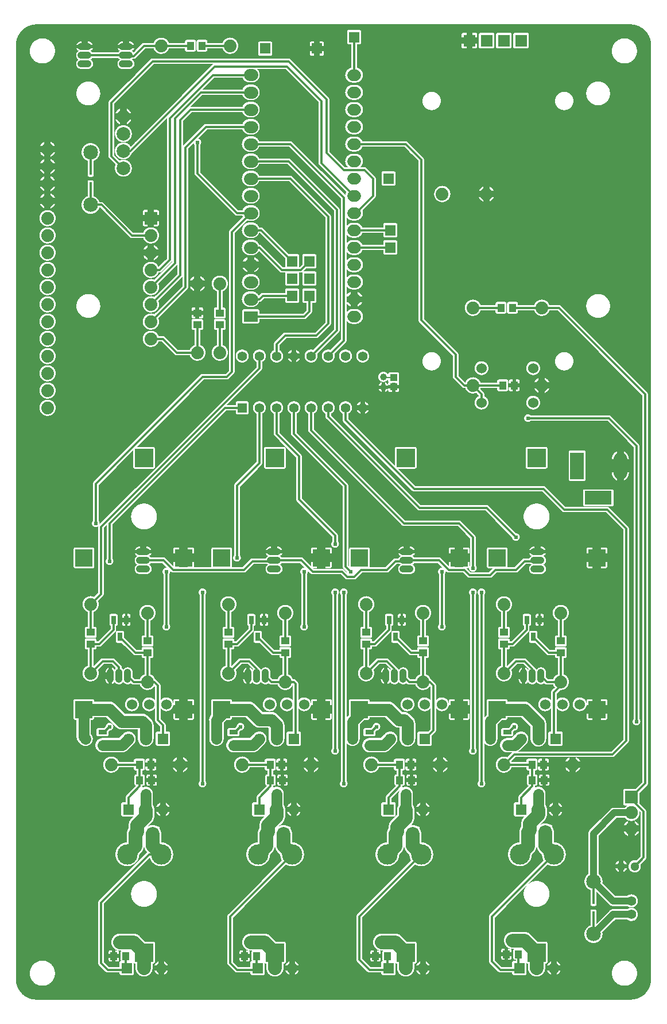
<source format=gbl>
G04 Layer: BottomLayer*
G04 EasyEDA v5.9.42, Thu, 04 Apr 2019 19:27:21 GMT*
G04 a42c463e7e4844508e23aeb05d994216*
G04 Gerber Generator version 0.2*
G04 Scale: 100 percent, Rotated: No, Reflected: No *
G04 Dimensions in millimeters *
G04 leading zeros omitted , absolute positions ,3 integer and 3 decimal *
%FSLAX33Y33*%
%MOMM*%
G90*
G71D02*

%ADD11C,1.999996*%
%ADD12C,0.299999*%
%ADD14C,0.999998*%
%ADD15C,0.619760*%
%ADD16C,1.524000*%
%ADD17R,2.700020X2.700020*%
%ADD18R,1.397000X1.397000*%
%ADD19C,1.397000*%
%ADD20C,1.879600*%
%ADD21R,1.574800X1.574800*%
%ADD22R,2.540000X2.540000*%
%ADD23R,1.999996X3.999992*%
%ADD24R,3.999992X1.999996*%
%ADD25R,1.879600X1.879600*%
%ADD26R,1.612900X1.612900*%
%ADD27C,1.612900*%
%ADD28C,2.999994*%
%ADD29C,1.574800*%
%ADD30R,1.999996X1.599997*%
%ADD31R,1.799996X1.799996*%
%ADD32R,1.905000X1.905000*%
%ADD33C,1.905000*%
%ADD34C,1.299997*%
%ADD35C,1.422400*%
%ADD36C,2.159000*%
%ADD37C,1.778000*%
%ADD38C,1.699997*%
%ADD39C,0.200000*%
%ADD40C,1.599997*%
%ADD41C,1.799996*%
%ADD42R,1.198880X1.099820*%
%ADD43R,1.099820X1.198880*%
%ADD44R,1.099998X0.999998*%
%ADD45R,1.016000X1.143000*%
%ADD46R,1.250010X0.699999*%
%ADD47R,0.699999X1.250010*%
%ADD48R,0.398780X0.398780*%

%LPD*%

%LPD*%
G36*
G01X91507Y236D02*
G01X2492Y236D01*
G01X2545Y223D01*
G01X2599Y212D01*
G01X2707Y192D01*
G01X2761Y184D01*
G01X2816Y177D01*
G01X2870Y170D01*
G01X2980Y160D01*
G01X3090Y154D01*
G01X3145Y153D01*
G01X3199Y152D01*
G01X90799Y152D01*
G01X90909Y154D01*
G01X91019Y160D01*
G01X91074Y165D01*
G01X91128Y170D01*
G01X91183Y177D01*
G01X91237Y184D01*
G01X91292Y192D01*
G01X91400Y212D01*
G01X91453Y223D01*
G01X91507Y236D01*
G37*

%LPD*%
G36*
G01X10922Y2191D02*
G01X324Y2191D01*
G01X342Y2141D01*
G01X361Y2091D01*
G01X381Y2041D01*
G01X401Y1992D01*
G01X423Y1943D01*
G01X445Y1895D01*
G01X493Y1799D01*
G01X518Y1752D01*
G01X544Y1705D01*
G01X570Y1659D01*
G01X598Y1613D01*
G01X626Y1568D01*
G01X655Y1523D01*
G01X685Y1478D01*
G01X715Y1435D01*
G01X747Y1391D01*
G01X811Y1307D01*
G01X845Y1265D01*
G01X879Y1224D01*
G01X914Y1184D01*
G01X950Y1144D01*
G01X986Y1105D01*
G01X1023Y1066D01*
G01X1061Y1029D01*
G01X1100Y991D01*
G01X1178Y919D01*
G01X1219Y884D01*
G01X1259Y850D01*
G01X1301Y816D01*
G01X1343Y783D01*
G01X1386Y751D01*
G01X1429Y720D01*
G01X1473Y689D01*
G01X1517Y659D01*
G01X1562Y630D01*
G01X1607Y602D01*
G01X1653Y574D01*
G01X1699Y547D01*
G01X1746Y522D01*
G01X1793Y496D01*
G01X1840Y472D01*
G01X1888Y449D01*
G01X1937Y426D01*
G01X2035Y384D01*
G01X2084Y364D01*
G01X2134Y345D01*
G01X2185Y326D01*
G01X2235Y309D01*
G01X2337Y277D01*
G01X2388Y262D01*
G01X2492Y236D01*
G01X10922Y236D01*
G01X10922Y2191D01*
G37*

%LPD*%
G36*
G01X24638Y3553D02*
G01X17780Y3553D01*
G01X17780Y236D01*
G01X24638Y236D01*
G01X24638Y3553D01*
G37*

%LPD*%
G36*
G01X17780Y3743D02*
G01X10922Y3743D01*
G01X10922Y236D01*
G01X17780Y236D01*
G01X17780Y3743D01*
G37*

%LPD*%
G36*
G01X37690Y3743D02*
G01X31496Y3743D01*
G01X31496Y236D01*
G01X38354Y236D01*
G01X38354Y3553D01*
G01X38331Y3553D01*
G01X38308Y3554D01*
G01X38286Y3555D01*
G01X38263Y3556D01*
G01X38241Y3558D01*
G01X38218Y3561D01*
G01X38196Y3563D01*
G01X38174Y3566D01*
G01X38151Y3570D01*
G01X38129Y3573D01*
G01X38107Y3578D01*
G01X38085Y3582D01*
G01X38063Y3587D01*
G01X38019Y3599D01*
G01X37998Y3605D01*
G01X37976Y3611D01*
G01X37955Y3618D01*
G01X37933Y3626D01*
G01X37912Y3633D01*
G01X37891Y3642D01*
G01X37870Y3650D01*
G01X37850Y3659D01*
G01X37829Y3668D01*
G01X37809Y3678D01*
G01X37788Y3688D01*
G01X37768Y3698D01*
G01X37748Y3709D01*
G01X37729Y3720D01*
G01X37709Y3731D01*
G01X37690Y3743D01*
G37*

%LPD*%
G36*
G01X31345Y7094D02*
G01X24638Y7094D01*
G01X24638Y236D01*
G01X31496Y236D01*
G01X31496Y5252D01*
G01X31463Y5284D01*
G01X31453Y5294D01*
G01X31449Y5299D01*
G01X31444Y5305D01*
G01X31439Y5310D01*
G01X31435Y5316D01*
G01X31430Y5322D01*
G01X31426Y5327D01*
G01X31421Y5333D01*
G01X31405Y5357D01*
G01X31402Y5363D01*
G01X31398Y5370D01*
G01X31394Y5376D01*
G01X31391Y5382D01*
G01X31388Y5389D01*
G01X31385Y5395D01*
G01X31382Y5402D01*
G01X31379Y5408D01*
G01X31373Y5422D01*
G01X31370Y5428D01*
G01X31366Y5442D01*
G01X31363Y5449D01*
G01X31359Y5463D01*
G01X31358Y5470D01*
G01X31354Y5484D01*
G01X31353Y5491D01*
G01X31351Y5498D01*
G01X31347Y5526D01*
G01X31347Y5534D01*
G01X31346Y5541D01*
G01X31346Y5548D01*
G01X31345Y5555D01*
G01X31345Y7094D01*
G37*

%LPD*%
G36*
G01X45212Y3824D02*
G01X39132Y3824D01*
G01X39114Y3810D01*
G01X39097Y3797D01*
G01X39061Y3771D01*
G01X39042Y3759D01*
G01X39024Y3747D01*
G01X39005Y3736D01*
G01X38986Y3724D01*
G01X38967Y3713D01*
G01X38947Y3703D01*
G01X38928Y3692D01*
G01X38908Y3682D01*
G01X38828Y3646D01*
G01X38786Y3630D01*
G01X38766Y3623D01*
G01X38724Y3609D01*
G01X38702Y3603D01*
G01X38660Y3591D01*
G01X38638Y3586D01*
G01X38617Y3581D01*
G01X38573Y3573D01*
G01X38552Y3569D01*
G01X38486Y3560D01*
G01X38442Y3556D01*
G01X38376Y3553D01*
G01X38354Y3553D01*
G01X38354Y236D01*
G01X45212Y236D01*
G01X45212Y3824D01*
G37*

%LPD*%
G36*
G01X50395Y7094D02*
G01X45212Y7094D01*
G01X45212Y236D01*
G01X52070Y236D01*
G01X52070Y4239D01*
G01X52064Y4243D01*
G01X52058Y4248D01*
G01X52043Y4263D01*
G01X52037Y4268D01*
G01X50503Y5802D01*
G01X50499Y5807D01*
G01X50494Y5813D01*
G01X50489Y5818D01*
G01X50485Y5824D01*
G01X50480Y5830D01*
G01X50476Y5835D01*
G01X50471Y5841D01*
G01X50455Y5865D01*
G01X50452Y5871D01*
G01X50448Y5878D01*
G01X50444Y5884D01*
G01X50441Y5890D01*
G01X50438Y5897D01*
G01X50435Y5903D01*
G01X50432Y5910D01*
G01X50429Y5916D01*
G01X50423Y5930D01*
G01X50420Y5936D01*
G01X50416Y5950D01*
G01X50413Y5957D01*
G01X50409Y5971D01*
G01X50408Y5978D01*
G01X50404Y5992D01*
G01X50403Y5999D01*
G01X50401Y6006D01*
G01X50397Y6034D01*
G01X50397Y6042D01*
G01X50396Y6049D01*
G01X50396Y6056D01*
G01X50395Y6063D01*
G01X50395Y7094D01*
G37*

%LPD*%
G36*
G01X79502Y3553D02*
G01X72644Y3553D01*
G01X72644Y236D01*
G01X79502Y236D01*
G01X79502Y3553D01*
G37*

%LPD*%
G36*
G01X58928Y3553D02*
G01X52070Y3553D01*
G01X52070Y236D01*
G01X58928Y236D01*
G01X58928Y3553D01*
G37*

%LPD*%
G36*
G01X65786Y3824D02*
G01X58928Y3824D01*
G01X58928Y236D01*
G01X65786Y236D01*
G01X65786Y3824D01*
G37*

%LPD*%
G36*
G01X72644Y4149D02*
G01X65786Y4149D01*
G01X65786Y236D01*
G01X72644Y236D01*
G01X72644Y4149D01*
G37*

%LPD*%
G36*
G01X93675Y2191D02*
G01X79502Y2191D01*
G01X79502Y236D01*
G01X91507Y236D01*
G01X91559Y249D01*
G01X91610Y262D01*
G01X91662Y277D01*
G01X91764Y309D01*
G01X91814Y326D01*
G01X91914Y364D01*
G01X91964Y384D01*
G01X92062Y426D01*
G01X92158Y472D01*
G01X92206Y496D01*
G01X92253Y522D01*
G01X92300Y547D01*
G01X92346Y574D01*
G01X92392Y602D01*
G01X92437Y630D01*
G01X92482Y659D01*
G01X92526Y689D01*
G01X92570Y720D01*
G01X92613Y751D01*
G01X92656Y783D01*
G01X92698Y816D01*
G01X92780Y884D01*
G01X92821Y919D01*
G01X92899Y991D01*
G01X92938Y1029D01*
G01X92975Y1066D01*
G01X93049Y1144D01*
G01X93085Y1184D01*
G01X93120Y1224D01*
G01X93154Y1265D01*
G01X93220Y1349D01*
G01X93252Y1391D01*
G01X93284Y1435D01*
G01X93314Y1478D01*
G01X93344Y1523D01*
G01X93373Y1568D01*
G01X93401Y1613D01*
G01X93429Y1659D01*
G01X93455Y1705D01*
G01X93481Y1752D01*
G01X93506Y1799D01*
G01X93530Y1847D01*
G01X93576Y1943D01*
G01X93618Y2041D01*
G01X93638Y2091D01*
G01X93657Y2141D01*
G01X93675Y2191D01*
G37*

%LPD*%
G36*
G01X4031Y5900D02*
G01X152Y5900D01*
G01X152Y3146D01*
G01X156Y3038D01*
G01X164Y2930D01*
G01X169Y2876D01*
G01X175Y2822D01*
G01X183Y2769D01*
G01X191Y2715D01*
G01X200Y2662D01*
G01X210Y2609D01*
G01X221Y2556D01*
G01X233Y2503D01*
G01X246Y2450D01*
G01X259Y2398D01*
G01X274Y2346D01*
G01X306Y2242D01*
G01X324Y2191D01*
G01X4063Y2191D01*
G01X4031Y2192D01*
G01X3998Y2192D01*
G01X3966Y2194D01*
G01X3933Y2196D01*
G01X3901Y2198D01*
G01X3869Y2201D01*
G01X3836Y2205D01*
G01X3804Y2209D01*
G01X3772Y2214D01*
G01X3676Y2232D01*
G01X3644Y2239D01*
G01X3612Y2247D01*
G01X3581Y2255D01*
G01X3550Y2264D01*
G01X3518Y2273D01*
G01X3456Y2293D01*
G01X3426Y2304D01*
G01X3395Y2316D01*
G01X3335Y2340D01*
G01X3305Y2353D01*
G01X3276Y2367D01*
G01X3246Y2381D01*
G01X3188Y2411D01*
G01X3160Y2426D01*
G01X3132Y2442D01*
G01X3076Y2476D01*
G01X3048Y2494D01*
G01X3021Y2512D01*
G01X2995Y2530D01*
G01X2968Y2549D01*
G01X2916Y2589D01*
G01X2891Y2609D01*
G01X2841Y2651D01*
G01X2793Y2695D01*
G01X2770Y2717D01*
G01X2746Y2740D01*
G01X2724Y2763D01*
G01X2701Y2787D01*
G01X2680Y2811D01*
G01X2658Y2836D01*
G01X2616Y2886D01*
G01X2596Y2911D01*
G01X2577Y2937D01*
G01X2557Y2964D01*
G01X2539Y2990D01*
G01X2520Y3017D01*
G01X2503Y3044D01*
G01X2485Y3072D01*
G01X2468Y3100D01*
G01X2436Y3156D01*
G01X2406Y3214D01*
G01X2392Y3243D01*
G01X2378Y3273D01*
G01X2365Y3302D01*
G01X2339Y3362D01*
G01X2328Y3393D01*
G01X2317Y3423D01*
G01X2306Y3454D01*
G01X2286Y3516D01*
G01X2277Y3547D01*
G01X2269Y3579D01*
G01X2261Y3610D01*
G01X2253Y3642D01*
G01X2247Y3674D01*
G01X2240Y3706D01*
G01X2225Y3802D01*
G01X2221Y3835D01*
G01X2215Y3899D01*
G01X2212Y3932D01*
G01X2211Y3964D01*
G01X2210Y3997D01*
G01X2209Y4029D01*
G01X2209Y4062D01*
G01X2210Y4095D01*
G01X2211Y4127D01*
G01X2212Y4160D01*
G01X2218Y4224D01*
G01X2221Y4257D01*
G01X2225Y4289D01*
G01X2235Y4353D01*
G01X2240Y4386D01*
G01X2247Y4417D01*
G01X2253Y4449D01*
G01X2269Y4513D01*
G01X2277Y4544D01*
G01X2286Y4575D01*
G01X2306Y4637D01*
G01X2328Y4699D01*
G01X2339Y4729D01*
G01X2378Y4819D01*
G01X2406Y4877D01*
G01X2436Y4935D01*
G01X2452Y4964D01*
G01X2468Y4992D01*
G01X2485Y5020D01*
G01X2503Y5047D01*
G01X2520Y5074D01*
G01X2539Y5101D01*
G01X2557Y5128D01*
G01X2577Y5154D01*
G01X2596Y5180D01*
G01X2616Y5206D01*
G01X2658Y5256D01*
G01X2680Y5280D01*
G01X2701Y5304D01*
G01X2724Y5328D01*
G01X2746Y5351D01*
G01X2770Y5374D01*
G01X2793Y5397D01*
G01X2817Y5419D01*
G01X2841Y5440D01*
G01X2866Y5462D01*
G01X2891Y5482D01*
G01X2916Y5503D01*
G01X2942Y5523D01*
G01X2968Y5542D01*
G01X2995Y5561D01*
G01X3021Y5580D01*
G01X3048Y5598D01*
G01X3132Y5649D01*
G01X3188Y5681D01*
G01X3217Y5696D01*
G01X3246Y5710D01*
G01X3276Y5725D01*
G01X3305Y5738D01*
G01X3365Y5764D01*
G01X3395Y5776D01*
G01X3426Y5787D01*
G01X3456Y5798D01*
G01X3518Y5818D01*
G01X3550Y5828D01*
G01X3581Y5836D01*
G01X3612Y5845D01*
G01X3708Y5866D01*
G01X3740Y5872D01*
G01X3804Y5882D01*
G01X3836Y5886D01*
G01X3869Y5890D01*
G01X3933Y5896D01*
G01X3966Y5898D01*
G01X3998Y5899D01*
G01X4031Y5900D01*
G37*

%LPD*%
G36*
G01X10922Y5900D02*
G01X4096Y5900D01*
G01X4129Y5899D01*
G01X4161Y5898D01*
G01X4194Y5896D01*
G01X4258Y5890D01*
G01X4291Y5886D01*
G01X4323Y5882D01*
G01X4387Y5872D01*
G01X4419Y5866D01*
G01X4515Y5845D01*
G01X4546Y5836D01*
G01X4577Y5828D01*
G01X4609Y5818D01*
G01X4671Y5798D01*
G01X4701Y5787D01*
G01X4732Y5776D01*
G01X4762Y5764D01*
G01X4822Y5738D01*
G01X4851Y5725D01*
G01X4881Y5710D01*
G01X4910Y5696D01*
G01X4939Y5681D01*
G01X4995Y5649D01*
G01X5079Y5598D01*
G01X5106Y5580D01*
G01X5132Y5561D01*
G01X5159Y5542D01*
G01X5185Y5523D01*
G01X5211Y5503D01*
G01X5236Y5482D01*
G01X5261Y5462D01*
G01X5286Y5440D01*
G01X5310Y5419D01*
G01X5334Y5397D01*
G01X5357Y5374D01*
G01X5381Y5351D01*
G01X5403Y5328D01*
G01X5426Y5304D01*
G01X5447Y5280D01*
G01X5469Y5256D01*
G01X5511Y5206D01*
G01X5531Y5180D01*
G01X5550Y5154D01*
G01X5570Y5128D01*
G01X5588Y5101D01*
G01X5607Y5074D01*
G01X5624Y5047D01*
G01X5642Y5020D01*
G01X5659Y4992D01*
G01X5675Y4964D01*
G01X5691Y4935D01*
G01X5721Y4877D01*
G01X5749Y4819D01*
G01X5788Y4729D01*
G01X5799Y4699D01*
G01X5821Y4637D01*
G01X5841Y4575D01*
G01X5850Y4544D01*
G01X5858Y4513D01*
G01X5874Y4449D01*
G01X5880Y4417D01*
G01X5887Y4386D01*
G01X5892Y4353D01*
G01X5902Y4289D01*
G01X5906Y4257D01*
G01X5909Y4224D01*
G01X5915Y4160D01*
G01X5916Y4127D01*
G01X5917Y4095D01*
G01X5918Y4062D01*
G01X5918Y4029D01*
G01X5917Y3997D01*
G01X5916Y3964D01*
G01X5915Y3932D01*
G01X5912Y3899D01*
G01X5906Y3835D01*
G01X5902Y3802D01*
G01X5887Y3706D01*
G01X5880Y3674D01*
G01X5874Y3642D01*
G01X5866Y3610D01*
G01X5858Y3579D01*
G01X5850Y3547D01*
G01X5841Y3516D01*
G01X5821Y3454D01*
G01X5810Y3423D01*
G01X5799Y3393D01*
G01X5788Y3362D01*
G01X5762Y3302D01*
G01X5749Y3273D01*
G01X5735Y3243D01*
G01X5721Y3214D01*
G01X5691Y3156D01*
G01X5659Y3100D01*
G01X5642Y3072D01*
G01X5624Y3044D01*
G01X5607Y3017D01*
G01X5588Y2990D01*
G01X5570Y2964D01*
G01X5550Y2937D01*
G01X5531Y2911D01*
G01X5511Y2886D01*
G01X5469Y2836D01*
G01X5447Y2811D01*
G01X5426Y2787D01*
G01X5403Y2763D01*
G01X5381Y2740D01*
G01X5357Y2717D01*
G01X5334Y2695D01*
G01X5286Y2651D01*
G01X5236Y2609D01*
G01X5211Y2589D01*
G01X5159Y2549D01*
G01X5132Y2530D01*
G01X5106Y2512D01*
G01X5079Y2494D01*
G01X5051Y2476D01*
G01X4995Y2442D01*
G01X4967Y2426D01*
G01X4939Y2411D01*
G01X4881Y2381D01*
G01X4851Y2367D01*
G01X4822Y2353D01*
G01X4792Y2340D01*
G01X4732Y2316D01*
G01X4701Y2304D01*
G01X4671Y2293D01*
G01X4609Y2273D01*
G01X4577Y2264D01*
G01X4546Y2255D01*
G01X4515Y2247D01*
G01X4483Y2239D01*
G01X4451Y2232D01*
G01X4355Y2214D01*
G01X4323Y2209D01*
G01X4291Y2205D01*
G01X4258Y2201D01*
G01X4226Y2198D01*
G01X4194Y2196D01*
G01X4161Y2194D01*
G01X4129Y2192D01*
G01X4096Y2192D01*
G01X4064Y2191D01*
G01X10922Y2191D01*
G01X10922Y5900D01*
G37*

%LPD*%
G36*
G01X17795Y5480D02*
G01X17780Y5480D01*
G01X17780Y3553D01*
G01X19027Y3553D01*
G01X18961Y3556D01*
G01X18917Y3560D01*
G01X18851Y3569D01*
G01X18807Y3577D01*
G01X18786Y3581D01*
G01X18764Y3586D01*
G01X18743Y3591D01*
G01X18721Y3597D01*
G01X18679Y3609D01*
G01X18637Y3623D01*
G01X18616Y3631D01*
G01X18595Y3638D01*
G01X18575Y3647D01*
G01X18554Y3655D01*
G01X18514Y3673D01*
G01X18454Y3703D01*
G01X18397Y3736D01*
G01X18359Y3760D01*
G01X18341Y3772D01*
G01X18287Y3811D01*
G01X18236Y3853D01*
G01X18219Y3868D01*
G01X18202Y3882D01*
G01X18186Y3897D01*
G01X18170Y3913D01*
G01X18155Y3929D01*
G01X18139Y3944D01*
G01X18124Y3961D01*
G01X18109Y3977D01*
G01X18053Y4045D01*
G01X18014Y4099D01*
G01X18002Y4118D01*
G01X17990Y4136D01*
G01X17978Y4155D01*
G01X17956Y4193D01*
G01X17945Y4213D01*
G01X17935Y4232D01*
G01X17915Y4272D01*
G01X17897Y4312D01*
G01X17888Y4333D01*
G01X17880Y4353D01*
G01X17872Y4374D01*
G01X17851Y4437D01*
G01X17839Y4479D01*
G01X17833Y4501D01*
G01X17828Y4522D01*
G01X17823Y4544D01*
G01X17819Y4566D01*
G01X17814Y4587D01*
G01X17811Y4609D01*
G01X17807Y4631D01*
G01X17805Y4653D01*
G01X17802Y4675D01*
G01X17798Y4719D01*
G01X17796Y4763D01*
G01X17795Y4786D01*
G01X17795Y5480D01*
G37*

%LPD*%
G36*
G01X24638Y3824D02*
G01X19828Y3824D01*
G01X19810Y3810D01*
G01X19793Y3797D01*
G01X19757Y3771D01*
G01X19738Y3759D01*
G01X19720Y3747D01*
G01X19701Y3736D01*
G01X19682Y3724D01*
G01X19663Y3713D01*
G01X19643Y3703D01*
G01X19624Y3692D01*
G01X19604Y3682D01*
G01X19524Y3646D01*
G01X19482Y3630D01*
G01X19462Y3623D01*
G01X19420Y3609D01*
G01X19398Y3603D01*
G01X19356Y3591D01*
G01X19334Y3586D01*
G01X19313Y3581D01*
G01X19269Y3573D01*
G01X19248Y3569D01*
G01X19182Y3560D01*
G01X19138Y3556D01*
G01X19072Y3553D01*
G01X24638Y3553D01*
G01X24638Y3824D01*
G37*

%LPD*%
G36*
G01X15452Y4149D02*
G01X10922Y4149D01*
G01X10922Y3743D01*
G01X15693Y3743D01*
G01X15689Y3744D01*
G01X15680Y3744D01*
G01X15675Y3745D01*
G01X15671Y3745D01*
G01X15667Y3746D01*
G01X15662Y3747D01*
G01X15658Y3748D01*
G01X15653Y3749D01*
G01X15645Y3751D01*
G01X15640Y3752D01*
G01X15632Y3754D01*
G01X15627Y3756D01*
G01X15623Y3757D01*
G01X15619Y3759D01*
G01X15615Y3760D01*
G01X15611Y3762D01*
G01X15606Y3764D01*
G01X15602Y3765D01*
G01X15586Y3773D01*
G01X15582Y3776D01*
G01X15574Y3780D01*
G01X15571Y3782D01*
G01X15567Y3785D01*
G01X15563Y3787D01*
G01X15559Y3790D01*
G01X15556Y3793D01*
G01X15552Y3795D01*
G01X15549Y3798D01*
G01X15545Y3801D01*
G01X15542Y3804D01*
G01X15538Y3807D01*
G01X15532Y3813D01*
G01X15528Y3816D01*
G01X15522Y3822D01*
G01X15519Y3826D01*
G01X15513Y3832D01*
G01X15510Y3836D01*
G01X15507Y3839D01*
G01X15505Y3843D01*
G01X15502Y3846D01*
G01X15499Y3850D01*
G01X15497Y3854D01*
G01X15494Y3857D01*
G01X15490Y3865D01*
G01X15487Y3869D01*
G01X15471Y3901D01*
G01X15470Y3905D01*
G01X15468Y3909D01*
G01X15467Y3914D01*
G01X15465Y3918D01*
G01X15464Y3922D01*
G01X15462Y3927D01*
G01X15460Y3935D01*
G01X15459Y3940D01*
G01X15457Y3948D01*
G01X15456Y3953D01*
G01X15456Y3957D01*
G01X15455Y3962D01*
G01X15454Y3966D01*
G01X15454Y3971D01*
G01X15453Y3975D01*
G01X15453Y3988D01*
G01X15452Y3993D01*
G01X15452Y4149D01*
G37*

%LPD*%
G36*
G01X17780Y5480D02*
G01X17574Y5480D01*
G01X17574Y3980D01*
G01X17573Y3975D01*
G01X17573Y3971D01*
G01X17572Y3966D01*
G01X17572Y3962D01*
G01X17571Y3957D01*
G01X17570Y3953D01*
G01X17569Y3948D01*
G01X17569Y3944D01*
G01X17568Y3940D01*
G01X17567Y3935D01*
G01X17565Y3931D01*
G01X17564Y3927D01*
G01X17563Y3922D01*
G01X17562Y3918D01*
G01X17560Y3914D01*
G01X17559Y3909D01*
G01X17555Y3901D01*
G01X17554Y3897D01*
G01X17542Y3873D01*
G01X17539Y3869D01*
G01X17535Y3861D01*
G01X17532Y3857D01*
G01X17530Y3854D01*
G01X17527Y3850D01*
G01X17525Y3846D01*
G01X17522Y3843D01*
G01X17519Y3839D01*
G01X17516Y3836D01*
G01X17513Y3832D01*
G01X17507Y3826D01*
G01X17504Y3822D01*
G01X17492Y3810D01*
G01X17488Y3807D01*
G01X17485Y3804D01*
G01X17481Y3801D01*
G01X17478Y3798D01*
G01X17474Y3795D01*
G01X17471Y3793D01*
G01X17463Y3787D01*
G01X17460Y3785D01*
G01X17456Y3782D01*
G01X17444Y3776D01*
G01X17440Y3773D01*
G01X17437Y3771D01*
G01X17432Y3769D01*
G01X17424Y3765D01*
G01X17420Y3764D01*
G01X17412Y3760D01*
G01X17408Y3759D01*
G01X17404Y3757D01*
G01X17399Y3756D01*
G01X17395Y3754D01*
G01X17391Y3753D01*
G01X17386Y3752D01*
G01X17378Y3750D01*
G01X17373Y3749D01*
G01X17369Y3748D01*
G01X17364Y3747D01*
G01X17356Y3745D01*
G01X17351Y3745D01*
G01X17347Y3744D01*
G01X17338Y3744D01*
G01X17333Y3743D01*
G01X17780Y3743D01*
G01X17780Y5480D01*
G37*

%LPD*%
G36*
G01X34756Y4149D02*
G01X31496Y4149D01*
G01X31496Y3743D01*
G01X34998Y3743D01*
G01X34993Y3744D01*
G01X34984Y3744D01*
G01X34980Y3745D01*
G01X34975Y3745D01*
G01X34967Y3747D01*
G01X34962Y3748D01*
G01X34958Y3749D01*
G01X34954Y3749D01*
G01X34949Y3751D01*
G01X34941Y3753D01*
G01X34936Y3754D01*
G01X34932Y3755D01*
G01X34928Y3757D01*
G01X34924Y3758D01*
G01X34920Y3760D01*
G01X34916Y3761D01*
G01X34911Y3763D01*
G01X34887Y3775D01*
G01X34884Y3777D01*
G01X34880Y3779D01*
G01X34876Y3782D01*
G01X34872Y3784D01*
G01X34869Y3786D01*
G01X34861Y3792D01*
G01X34858Y3794D01*
G01X34854Y3797D01*
G01X34851Y3800D01*
G01X34847Y3802D01*
G01X34841Y3808D01*
G01X34837Y3811D01*
G01X34831Y3817D01*
G01X34828Y3821D01*
G01X34819Y3830D01*
G01X34816Y3834D01*
G01X34813Y3837D01*
G01X34810Y3841D01*
G01X34808Y3844D01*
G01X34805Y3848D01*
G01X34802Y3851D01*
G01X34800Y3855D01*
G01X34797Y3859D01*
G01X34795Y3863D01*
G01X34793Y3866D01*
G01X34790Y3870D01*
G01X34778Y3894D01*
G01X34777Y3898D01*
G01X34773Y3906D01*
G01X34772Y3910D01*
G01X34770Y3915D01*
G01X34769Y3919D01*
G01X34767Y3923D01*
G01X34766Y3927D01*
G01X34765Y3932D01*
G01X34763Y3940D01*
G01X34762Y3945D01*
G01X34760Y3953D01*
G01X34759Y3958D01*
G01X34759Y3962D01*
G01X34758Y3966D01*
G01X34758Y3971D01*
G01X34757Y3975D01*
G01X34757Y3989D01*
G01X34756Y3993D01*
G01X34756Y4149D01*
G37*

%LPD*%
G36*
G01X37096Y5480D02*
G01X36878Y5480D01*
G01X36878Y3980D01*
G01X36877Y3975D01*
G01X36877Y3971D01*
G01X36876Y3966D01*
G01X36876Y3962D01*
G01X36875Y3958D01*
G01X36874Y3953D01*
G01X36874Y3949D01*
G01X36873Y3945D01*
G01X36872Y3940D01*
G01X36870Y3932D01*
G01X36868Y3927D01*
G01X36866Y3919D01*
G01X36864Y3915D01*
G01X36863Y3910D01*
G01X36861Y3906D01*
G01X36860Y3902D01*
G01X36854Y3890D01*
G01X36853Y3886D01*
G01X36851Y3882D01*
G01X36848Y3878D01*
G01X36842Y3866D01*
G01X36840Y3863D01*
G01X36837Y3859D01*
G01X36835Y3855D01*
G01X36832Y3851D01*
G01X36830Y3848D01*
G01X36827Y3844D01*
G01X36824Y3841D01*
G01X36822Y3837D01*
G01X36819Y3834D01*
G01X36816Y3830D01*
G01X36807Y3821D01*
G01X36804Y3817D01*
G01X36801Y3814D01*
G01X36797Y3811D01*
G01X36791Y3805D01*
G01X36787Y3802D01*
G01X36784Y3800D01*
G01X36780Y3797D01*
G01X36777Y3794D01*
G01X36773Y3792D01*
G01X36770Y3789D01*
G01X36766Y3786D01*
G01X36762Y3784D01*
G01X36759Y3782D01*
G01X36755Y3779D01*
G01X36719Y3761D01*
G01X36715Y3760D01*
G01X36711Y3758D01*
G01X36707Y3757D01*
G01X36702Y3755D01*
G01X36690Y3752D01*
G01X36685Y3751D01*
G01X36681Y3749D01*
G01X36677Y3749D01*
G01X36672Y3748D01*
G01X36664Y3746D01*
G01X36659Y3745D01*
G01X36655Y3745D01*
G01X36650Y3744D01*
G01X36642Y3744D01*
G01X36637Y3743D01*
G01X37690Y3743D01*
G01X37672Y3755D01*
G01X37653Y3767D01*
G01X37635Y3779D01*
G01X37599Y3805D01*
G01X37582Y3819D01*
G01X37565Y3832D01*
G01X37548Y3846D01*
G01X37531Y3861D01*
G01X37514Y3875D01*
G01X37482Y3905D01*
G01X37448Y3939D01*
G01X37433Y3955D01*
G01X37388Y4006D01*
G01X37374Y4023D01*
G01X37360Y4041D01*
G01X37347Y4058D01*
G01X37333Y4077D01*
G01X37320Y4095D01*
G01X37308Y4113D01*
G01X37272Y4170D01*
G01X37261Y4189D01*
G01X37239Y4229D01*
G01X37219Y4269D01*
G01X37210Y4289D01*
G01X37201Y4310D01*
G01X37192Y4330D01*
G01X37168Y4393D01*
G01X37154Y4435D01*
G01X37147Y4457D01*
G01X37141Y4478D01*
G01X37135Y4500D01*
G01X37125Y4544D01*
G01X37121Y4566D01*
G01X37116Y4588D01*
G01X37113Y4610D01*
G01X37109Y4632D01*
G01X37106Y4654D01*
G01X37104Y4676D01*
G01X37101Y4698D01*
G01X37100Y4721D01*
G01X37098Y4743D01*
G01X37097Y4765D01*
G01X37097Y4788D01*
G01X37096Y4810D01*
G01X37096Y5480D01*
G37*

%LPD*%
G36*
G01X31345Y8435D02*
G01X20655Y8435D01*
G01X20655Y7094D01*
G01X31345Y7094D01*
G01X31345Y8435D01*
G37*

%LPD*%
G36*
G01X24638Y4402D02*
G01X22573Y4402D01*
G01X22559Y4368D01*
G01X22543Y4334D01*
G01X22534Y4317D01*
G01X22516Y4285D01*
G01X22507Y4268D01*
G01X22498Y4252D01*
G01X22488Y4237D01*
G01X22478Y4221D01*
G01X22467Y4205D01*
G01X22457Y4190D01*
G01X22446Y4175D01*
G01X22434Y4160D01*
G01X22423Y4145D01*
G01X22387Y4103D01*
G01X22374Y4089D01*
G01X22362Y4075D01*
G01X22349Y4062D01*
G01X22336Y4048D01*
G01X22322Y4035D01*
G01X22309Y4023D01*
G01X22295Y4010D01*
G01X22281Y3998D01*
G01X22266Y3986D01*
G01X22252Y3974D01*
G01X22192Y3930D01*
G01X22176Y3920D01*
G01X22161Y3909D01*
G01X22145Y3900D01*
G01X22129Y3890D01*
G01X22113Y3881D01*
G01X22096Y3872D01*
G01X22080Y3863D01*
G01X22063Y3855D01*
G01X22046Y3846D01*
G01X22030Y3839D01*
G01X22012Y3831D01*
G01X21995Y3824D01*
G01X24638Y3824D01*
G01X24638Y4402D01*
G37*

%LPD*%
G36*
G01X32479Y4268D02*
G01X31496Y5252D01*
G01X31496Y4149D01*
G01X32751Y4149D01*
G01X32744Y4150D01*
G01X32737Y4150D01*
G01X32729Y4151D01*
G01X32722Y4152D01*
G01X32715Y4152D01*
G01X32701Y4154D01*
G01X32694Y4156D01*
G01X32680Y4158D01*
G01X32672Y4160D01*
G01X32658Y4164D01*
G01X32652Y4166D01*
G01X32631Y4172D01*
G01X32624Y4175D01*
G01X32617Y4177D01*
G01X32611Y4180D01*
G01X32597Y4186D01*
G01X32591Y4189D01*
G01X32584Y4192D01*
G01X32578Y4195D01*
G01X32572Y4199D01*
G01X32565Y4202D01*
G01X32553Y4210D01*
G01X32547Y4213D01*
G01X32535Y4221D01*
G01X32529Y4226D01*
G01X32517Y4234D01*
G01X32512Y4239D01*
G01X32506Y4243D01*
G01X32501Y4248D01*
G01X32495Y4253D01*
G01X32485Y4263D01*
G01X32479Y4268D01*
G37*

%LPD*%
G36*
G01X24638Y5208D02*
G01X20304Y5208D01*
G01X20304Y4785D01*
G01X20301Y4716D01*
G01X20299Y4693D01*
G01X20296Y4670D01*
G01X20294Y4647D01*
G01X20291Y4625D01*
G01X20283Y4579D01*
G01X20279Y4557D01*
G01X20274Y4534D01*
G01X20269Y4512D01*
G01X20251Y4446D01*
G01X20237Y4402D01*
G01X24638Y4402D01*
G01X24638Y5208D01*
G37*

%LPD*%
G36*
G01X24638Y5787D02*
G01X21995Y5787D01*
G01X22012Y5779D01*
G01X22030Y5772D01*
G01X22046Y5764D01*
G01X22063Y5756D01*
G01X22080Y5747D01*
G01X22096Y5739D01*
G01X22113Y5730D01*
G01X22129Y5720D01*
G01X22145Y5711D01*
G01X22161Y5701D01*
G01X22176Y5691D01*
G01X22192Y5680D01*
G01X22207Y5670D01*
G01X22237Y5648D01*
G01X22252Y5636D01*
G01X22266Y5624D01*
G01X22281Y5612D01*
G01X22309Y5588D01*
G01X22322Y5575D01*
G01X22336Y5562D01*
G01X22349Y5549D01*
G01X22362Y5535D01*
G01X22374Y5522D01*
G01X22387Y5508D01*
G01X22399Y5494D01*
G01X22411Y5479D01*
G01X22423Y5465D01*
G01X22434Y5450D01*
G01X22446Y5435D01*
G01X22457Y5420D01*
G01X22467Y5405D01*
G01X22478Y5389D01*
G01X22488Y5374D01*
G01X22498Y5358D01*
G01X22516Y5326D01*
G01X22525Y5309D01*
G01X22534Y5293D01*
G01X22543Y5276D01*
G01X22551Y5260D01*
G01X22559Y5243D01*
G01X22566Y5226D01*
G01X22573Y5208D01*
G01X24638Y5208D01*
G01X24638Y5787D01*
G37*

%LPD*%
G36*
G01X24638Y7094D02*
G01X20655Y7094D01*
G01X20655Y5787D01*
G01X24638Y5787D01*
G01X24638Y7094D01*
G37*

%LPD*%
G36*
G01X41299Y4402D02*
G01X40493Y4402D01*
G01X40493Y3824D01*
G01X41299Y3824D01*
G01X41299Y4402D01*
G37*

%LPD*%
G36*
G01X39915Y4402D02*
G01X39541Y4402D01*
G01X39509Y4318D01*
G01X39500Y4298D01*
G01X39490Y4277D01*
G01X39481Y4257D01*
G01X39471Y4237D01*
G01X39449Y4197D01*
G01X39427Y4159D01*
G01X39415Y4139D01*
G01X39403Y4121D01*
G01X39391Y4102D01*
G01X39378Y4083D01*
G01X39365Y4065D01*
G01X39351Y4047D01*
G01X39338Y4030D01*
G01X39323Y4012D01*
G01X39309Y3995D01*
G01X39279Y3961D01*
G01X39249Y3929D01*
G01X39217Y3897D01*
G01X39166Y3852D01*
G01X39132Y3824D01*
G01X40493Y3824D01*
G01X40476Y3831D01*
G01X40459Y3839D01*
G01X40442Y3846D01*
G01X40425Y3855D01*
G01X40408Y3863D01*
G01X40392Y3872D01*
G01X40375Y3881D01*
G01X40359Y3890D01*
G01X40343Y3900D01*
G01X40327Y3909D01*
G01X40312Y3920D01*
G01X40296Y3930D01*
G01X40236Y3974D01*
G01X40222Y3986D01*
G01X40207Y3998D01*
G01X40193Y4010D01*
G01X40180Y4023D01*
G01X40166Y4035D01*
G01X40152Y4048D01*
G01X40139Y4062D01*
G01X40126Y4075D01*
G01X40114Y4089D01*
G01X40101Y4103D01*
G01X40065Y4145D01*
G01X40021Y4205D01*
G01X40010Y4221D01*
G01X40000Y4237D01*
G01X39990Y4252D01*
G01X39981Y4268D01*
G01X39972Y4285D01*
G01X39954Y4317D01*
G01X39945Y4334D01*
G01X39929Y4368D01*
G01X39915Y4402D01*
G37*

%LPD*%
G36*
G01X45212Y4402D02*
G01X41877Y4402D01*
G01X41863Y4368D01*
G01X41847Y4334D01*
G01X41838Y4317D01*
G01X41820Y4285D01*
G01X41811Y4268D01*
G01X41802Y4252D01*
G01X41792Y4237D01*
G01X41782Y4221D01*
G01X41771Y4205D01*
G01X41761Y4190D01*
G01X41750Y4175D01*
G01X41738Y4160D01*
G01X41727Y4145D01*
G01X41691Y4103D01*
G01X41678Y4089D01*
G01X41666Y4075D01*
G01X41653Y4062D01*
G01X41640Y4048D01*
G01X41626Y4035D01*
G01X41613Y4023D01*
G01X41599Y4010D01*
G01X41585Y3998D01*
G01X41570Y3986D01*
G01X41556Y3974D01*
G01X41496Y3930D01*
G01X41480Y3920D01*
G01X41465Y3909D01*
G01X41449Y3900D01*
G01X41433Y3890D01*
G01X41417Y3881D01*
G01X41400Y3872D01*
G01X41384Y3863D01*
G01X41367Y3855D01*
G01X41350Y3846D01*
G01X41334Y3839D01*
G01X41316Y3831D01*
G01X41299Y3824D01*
G01X45212Y3824D01*
G01X45212Y4402D01*
G37*

%LPD*%
G36*
G01X50395Y8689D02*
G01X39718Y8689D01*
G01X39722Y8688D01*
G01X39727Y8688D01*
G01X39731Y8687D01*
G01X39736Y8687D01*
G01X39744Y8685D01*
G01X39749Y8685D01*
G01X39753Y8684D01*
G01X39758Y8683D01*
G01X39762Y8682D01*
G01X39766Y8680D01*
G01X39771Y8679D01*
G01X39779Y8677D01*
G01X39783Y8675D01*
G01X39788Y8674D01*
G01X39796Y8670D01*
G01X39800Y8669D01*
G01X39824Y8657D01*
G01X39828Y8654D01*
G01X39836Y8650D01*
G01X39840Y8647D01*
G01X39843Y8645D01*
G01X39847Y8642D01*
G01X39851Y8640D01*
G01X39854Y8637D01*
G01X39858Y8634D01*
G01X39861Y8631D01*
G01X39865Y8629D01*
G01X39868Y8626D01*
G01X39872Y8623D01*
G01X39875Y8620D01*
G01X39878Y8616D01*
G01X39887Y8607D01*
G01X39890Y8603D01*
G01X39896Y8597D01*
G01X39902Y8589D01*
G01X39905Y8586D01*
G01X39907Y8582D01*
G01X39910Y8579D01*
G01X39912Y8575D01*
G01X39915Y8571D01*
G01X39919Y8563D01*
G01X39922Y8559D01*
G01X39924Y8556D01*
G01X39930Y8544D01*
G01X39932Y8539D01*
G01X39934Y8535D01*
G01X39935Y8531D01*
G01X39939Y8523D01*
G01X39940Y8519D01*
G01X39941Y8514D01*
G01X39943Y8510D01*
G01X39944Y8506D01*
G01X39945Y8501D01*
G01X39946Y8497D01*
G01X39948Y8493D01*
G01X39949Y8488D01*
G01X39949Y8484D01*
G01X39950Y8480D01*
G01X39951Y8475D01*
G01X39952Y8471D01*
G01X39952Y8466D01*
G01X39953Y8462D01*
G01X39953Y8457D01*
G01X39954Y8453D01*
G01X39954Y7094D01*
G01X50395Y7094D01*
G01X50395Y8689D01*
G37*

%LPD*%
G36*
G01X56994Y3743D02*
G01X52070Y3743D01*
G01X52070Y3553D01*
G01X57635Y3553D01*
G01X57612Y3554D01*
G01X57590Y3555D01*
G01X57567Y3556D01*
G01X57545Y3558D01*
G01X57522Y3561D01*
G01X57500Y3563D01*
G01X57478Y3566D01*
G01X57455Y3570D01*
G01X57433Y3573D01*
G01X57411Y3578D01*
G01X57389Y3582D01*
G01X57367Y3587D01*
G01X57323Y3599D01*
G01X57302Y3605D01*
G01X57280Y3611D01*
G01X57259Y3618D01*
G01X57237Y3626D01*
G01X57216Y3633D01*
G01X57195Y3642D01*
G01X57174Y3650D01*
G01X57154Y3659D01*
G01X57133Y3668D01*
G01X57113Y3678D01*
G01X57092Y3688D01*
G01X57072Y3698D01*
G01X57052Y3709D01*
G01X57033Y3720D01*
G01X57013Y3731D01*
G01X56994Y3743D01*
G37*

%LPD*%
G36*
G01X54060Y4149D02*
G01X52070Y4149D01*
G01X52070Y3743D01*
G01X54302Y3743D01*
G01X54297Y3744D01*
G01X54288Y3744D01*
G01X54284Y3745D01*
G01X54279Y3745D01*
G01X54271Y3747D01*
G01X54266Y3748D01*
G01X54262Y3749D01*
G01X54258Y3749D01*
G01X54253Y3751D01*
G01X54245Y3753D01*
G01X54240Y3754D01*
G01X54236Y3755D01*
G01X54232Y3757D01*
G01X54228Y3758D01*
G01X54224Y3760D01*
G01X54220Y3761D01*
G01X54215Y3763D01*
G01X54191Y3775D01*
G01X54188Y3777D01*
G01X54184Y3779D01*
G01X54180Y3782D01*
G01X54176Y3784D01*
G01X54173Y3786D01*
G01X54165Y3792D01*
G01X54162Y3794D01*
G01X54158Y3797D01*
G01X54155Y3800D01*
G01X54151Y3802D01*
G01X54145Y3808D01*
G01X54141Y3811D01*
G01X54135Y3817D01*
G01X54132Y3821D01*
G01X54123Y3830D01*
G01X54120Y3834D01*
G01X54117Y3837D01*
G01X54114Y3841D01*
G01X54112Y3844D01*
G01X54109Y3848D01*
G01X54106Y3851D01*
G01X54104Y3855D01*
G01X54101Y3859D01*
G01X54099Y3863D01*
G01X54097Y3866D01*
G01X54094Y3870D01*
G01X54082Y3894D01*
G01X54081Y3898D01*
G01X54077Y3906D01*
G01X54076Y3910D01*
G01X54074Y3915D01*
G01X54073Y3919D01*
G01X54071Y3923D01*
G01X54070Y3927D01*
G01X54069Y3932D01*
G01X54067Y3940D01*
G01X54066Y3945D01*
G01X54064Y3953D01*
G01X54063Y3958D01*
G01X54063Y3962D01*
G01X54062Y3966D01*
G01X54062Y3971D01*
G01X54061Y3975D01*
G01X54061Y3989D01*
G01X54060Y3993D01*
G01X54060Y4149D01*
G37*

%LPD*%
G36*
G01X52075Y4234D02*
G01X52070Y4239D01*
G01X52070Y4149D01*
G01X52309Y4149D01*
G01X52302Y4150D01*
G01X52295Y4150D01*
G01X52287Y4151D01*
G01X52280Y4152D01*
G01X52273Y4152D01*
G01X52259Y4154D01*
G01X52252Y4156D01*
G01X52245Y4157D01*
G01X52237Y4158D01*
G01X52209Y4166D01*
G01X52203Y4168D01*
G01X52189Y4172D01*
G01X52182Y4175D01*
G01X52175Y4177D01*
G01X52169Y4180D01*
G01X52155Y4186D01*
G01X52149Y4189D01*
G01X52142Y4192D01*
G01X52136Y4195D01*
G01X52129Y4199D01*
G01X52123Y4202D01*
G01X52105Y4214D01*
G01X52099Y4217D01*
G01X52093Y4222D01*
G01X52075Y4234D01*
G37*

%LPD*%
G36*
G01X45212Y5208D02*
G01X39605Y5208D01*
G01X39605Y4888D01*
G01X39607Y4865D01*
G01X39608Y4843D01*
G01X39608Y4776D01*
G01X39607Y4753D01*
G01X39606Y4731D01*
G01X39604Y4708D01*
G01X39600Y4664D01*
G01X39597Y4642D01*
G01X39594Y4619D01*
G01X39582Y4553D01*
G01X39572Y4509D01*
G01X39567Y4488D01*
G01X39561Y4466D01*
G01X39554Y4445D01*
G01X39548Y4423D01*
G01X39541Y4402D01*
G01X45212Y4402D01*
G01X45212Y5208D01*
G37*

%LPD*%
G36*
G01X45212Y5787D02*
G01X41299Y5787D01*
G01X41316Y5779D01*
G01X41334Y5772D01*
G01X41350Y5764D01*
G01X41367Y5756D01*
G01X41384Y5747D01*
G01X41400Y5739D01*
G01X41417Y5730D01*
G01X41433Y5720D01*
G01X41449Y5711D01*
G01X41465Y5701D01*
G01X41480Y5691D01*
G01X41496Y5680D01*
G01X41511Y5670D01*
G01X41541Y5648D01*
G01X41556Y5636D01*
G01X41570Y5624D01*
G01X41585Y5612D01*
G01X41613Y5588D01*
G01X41626Y5575D01*
G01X41640Y5562D01*
G01X41653Y5549D01*
G01X41666Y5535D01*
G01X41678Y5522D01*
G01X41691Y5508D01*
G01X41703Y5494D01*
G01X41715Y5479D01*
G01X41727Y5465D01*
G01X41738Y5450D01*
G01X41750Y5435D01*
G01X41761Y5420D01*
G01X41771Y5405D01*
G01X41782Y5389D01*
G01X41792Y5374D01*
G01X41802Y5358D01*
G01X41820Y5326D01*
G01X41829Y5309D01*
G01X41838Y5293D01*
G01X41847Y5276D01*
G01X41855Y5260D01*
G01X41863Y5243D01*
G01X41870Y5226D01*
G01X41877Y5208D01*
G01X45212Y5208D01*
G01X45212Y5787D01*
G37*

%LPD*%
G36*
G01X45212Y7094D02*
G01X39954Y7094D01*
G01X39954Y5787D01*
G01X45212Y5787D01*
G01X45212Y7094D01*
G37*

%LPD*%
G36*
G01X76298Y3743D02*
G01X72644Y3743D01*
G01X72644Y3553D01*
G01X76939Y3553D01*
G01X76916Y3554D01*
G01X76894Y3555D01*
G01X76871Y3556D01*
G01X76849Y3558D01*
G01X76826Y3561D01*
G01X76804Y3563D01*
G01X76782Y3566D01*
G01X76759Y3570D01*
G01X76737Y3573D01*
G01X76715Y3578D01*
G01X76693Y3582D01*
G01X76671Y3587D01*
G01X76627Y3599D01*
G01X76606Y3605D01*
G01X76584Y3611D01*
G01X76563Y3618D01*
G01X76541Y3626D01*
G01X76520Y3633D01*
G01X76499Y3642D01*
G01X76478Y3650D01*
G01X76458Y3659D01*
G01X76437Y3668D01*
G01X76417Y3678D01*
G01X76396Y3688D01*
G01X76376Y3698D01*
G01X76356Y3709D01*
G01X76337Y3720D01*
G01X76317Y3731D01*
G01X76298Y3743D01*
G37*

%LPD*%
G36*
G01X79502Y3824D02*
G01X77740Y3824D01*
G01X77722Y3810D01*
G01X77705Y3797D01*
G01X77669Y3771D01*
G01X77650Y3759D01*
G01X77632Y3747D01*
G01X77613Y3736D01*
G01X77594Y3724D01*
G01X77575Y3713D01*
G01X77555Y3703D01*
G01X77536Y3692D01*
G01X77516Y3682D01*
G01X77436Y3646D01*
G01X77394Y3630D01*
G01X77374Y3623D01*
G01X77332Y3609D01*
G01X77310Y3603D01*
G01X77268Y3591D01*
G01X77246Y3586D01*
G01X77225Y3581D01*
G01X77181Y3573D01*
G01X77160Y3569D01*
G01X77094Y3560D01*
G01X77050Y3556D01*
G01X76984Y3553D01*
G01X79502Y3553D01*
G01X79502Y3824D01*
G37*

%LPD*%
G36*
G01X88074Y3824D02*
G01X79502Y3824D01*
G01X79502Y2191D01*
G01X89883Y2191D01*
G01X89851Y2192D01*
G01X89818Y2194D01*
G01X89754Y2198D01*
G01X89721Y2201D01*
G01X89657Y2209D01*
G01X89593Y2219D01*
G01X89561Y2225D01*
G01X89529Y2232D01*
G01X89498Y2239D01*
G01X89466Y2246D01*
G01X89435Y2255D01*
G01X89404Y2263D01*
G01X89372Y2272D01*
G01X89342Y2282D01*
G01X89311Y2293D01*
G01X89280Y2303D01*
G01X89190Y2339D01*
G01X89160Y2352D01*
G01X89131Y2365D01*
G01X89101Y2379D01*
G01X89072Y2394D01*
G01X89044Y2409D01*
G01X89015Y2424D01*
G01X88987Y2440D01*
G01X88931Y2474D01*
G01X88904Y2491D01*
G01X88877Y2509D01*
G01X88850Y2528D01*
G01X88824Y2546D01*
G01X88772Y2586D01*
G01X88722Y2626D01*
G01X88697Y2647D01*
G01X88649Y2691D01*
G01X88626Y2713D01*
G01X88580Y2759D01*
G01X88514Y2831D01*
G01X88493Y2856D01*
G01X88453Y2906D01*
G01X88433Y2932D01*
G01X88395Y2984D01*
G01X88376Y3011D01*
G01X88359Y3038D01*
G01X88341Y3065D01*
G01X88324Y3093D01*
G01X88292Y3149D01*
G01X88247Y3236D01*
G01X88233Y3265D01*
G01X88220Y3294D01*
G01X88207Y3324D01*
G01X88183Y3384D01*
G01X88172Y3415D01*
G01X88161Y3445D01*
G01X88141Y3507D01*
G01X88123Y3569D01*
G01X88115Y3601D01*
G01X88108Y3632D01*
G01X88094Y3696D01*
G01X88088Y3728D01*
G01X88078Y3792D01*
G01X88074Y3824D01*
G37*

%LPD*%
G36*
G01X58928Y5480D02*
G01X58904Y5480D01*
G01X58904Y4946D01*
G01X58907Y4924D01*
G01X58908Y4902D01*
G01X58910Y4880D01*
G01X58912Y4836D01*
G01X58912Y4792D01*
G01X58911Y4770D01*
G01X58911Y4748D01*
G01X58909Y4726D01*
G01X58908Y4705D01*
G01X58906Y4683D01*
G01X58903Y4661D01*
G01X58901Y4639D01*
G01X58897Y4617D01*
G01X58894Y4596D01*
G01X58886Y4552D01*
G01X58876Y4510D01*
G01X58871Y4488D01*
G01X58859Y4446D01*
G01X58838Y4383D01*
G01X58830Y4363D01*
G01X58822Y4342D01*
G01X58814Y4322D01*
G01X58787Y4262D01*
G01X58777Y4242D01*
G01X58767Y4223D01*
G01X58757Y4203D01*
G01X58735Y4165D01*
G01X58724Y4147D01*
G01X58712Y4128D01*
G01X58700Y4110D01*
G01X58687Y4091D01*
G01X58675Y4074D01*
G01X58662Y4056D01*
G01X58648Y4038D01*
G01X58635Y4021D01*
G01X58607Y3987D01*
G01X58547Y3923D01*
G01X58531Y3908D01*
G01X58515Y3892D01*
G01X58499Y3877D01*
G01X58483Y3863D01*
G01X58415Y3807D01*
G01X58397Y3794D01*
G01X58379Y3782D01*
G01X58361Y3769D01*
G01X58343Y3757D01*
G01X58324Y3745D01*
G01X58306Y3734D01*
G01X58287Y3722D01*
G01X58268Y3712D01*
G01X58248Y3701D01*
G01X58229Y3691D01*
G01X58209Y3681D01*
G01X58189Y3672D01*
G01X58169Y3662D01*
G01X58149Y3654D01*
G01X58129Y3645D01*
G01X58108Y3637D01*
G01X58088Y3629D01*
G01X58025Y3608D01*
G01X57983Y3596D01*
G01X57941Y3586D01*
G01X57919Y3581D01*
G01X57898Y3576D01*
G01X57876Y3572D01*
G01X57854Y3569D01*
G01X57833Y3566D01*
G01X57789Y3560D01*
G01X57745Y3556D01*
G01X57679Y3553D01*
G01X58928Y3553D01*
G01X58928Y5480D01*
G37*

%LPD*%
G36*
G01X60603Y4402D02*
G01X59797Y4402D01*
G01X59797Y3824D01*
G01X60603Y3824D01*
G01X60603Y4402D01*
G37*

%LPD*%
G36*
G01X65786Y4402D02*
G01X61181Y4402D01*
G01X61167Y4368D01*
G01X61151Y4334D01*
G01X61142Y4317D01*
G01X61124Y4285D01*
G01X61115Y4268D01*
G01X61106Y4252D01*
G01X61096Y4237D01*
G01X61086Y4221D01*
G01X61075Y4205D01*
G01X61065Y4190D01*
G01X61054Y4175D01*
G01X61042Y4160D01*
G01X61031Y4145D01*
G01X60995Y4103D01*
G01X60982Y4089D01*
G01X60970Y4075D01*
G01X60957Y4062D01*
G01X60944Y4048D01*
G01X60930Y4035D01*
G01X60917Y4023D01*
G01X60903Y4010D01*
G01X60889Y3998D01*
G01X60874Y3986D01*
G01X60860Y3974D01*
G01X60800Y3930D01*
G01X60784Y3920D01*
G01X60769Y3909D01*
G01X60753Y3900D01*
G01X60737Y3890D01*
G01X60721Y3881D01*
G01X60704Y3872D01*
G01X60688Y3863D01*
G01X60671Y3855D01*
G01X60654Y3846D01*
G01X60638Y3839D01*
G01X60620Y3831D01*
G01X60603Y3824D01*
G01X65786Y3824D01*
G01X65786Y4402D01*
G37*

%LPD*%
G36*
G01X59219Y4402D02*
G01X58928Y4402D01*
G01X58928Y3824D01*
G01X59797Y3824D01*
G01X59780Y3831D01*
G01X59763Y3839D01*
G01X59746Y3846D01*
G01X59729Y3855D01*
G01X59712Y3863D01*
G01X59696Y3872D01*
G01X59679Y3881D01*
G01X59663Y3890D01*
G01X59647Y3900D01*
G01X59631Y3909D01*
G01X59616Y3920D01*
G01X59600Y3930D01*
G01X59540Y3974D01*
G01X59526Y3986D01*
G01X59511Y3998D01*
G01X59497Y4010D01*
G01X59484Y4023D01*
G01X59470Y4035D01*
G01X59456Y4048D01*
G01X59443Y4062D01*
G01X59430Y4075D01*
G01X59418Y4089D01*
G01X59405Y4103D01*
G01X59369Y4145D01*
G01X59325Y4205D01*
G01X59314Y4221D01*
G01X59304Y4237D01*
G01X59294Y4252D01*
G01X59285Y4268D01*
G01X59276Y4285D01*
G01X59258Y4317D01*
G01X59249Y4334D01*
G01X59233Y4368D01*
G01X59219Y4402D01*
G37*

%LPD*%
G36*
G01X69953Y7094D02*
G01X65786Y7094D01*
G01X65786Y4149D01*
G01X71613Y4149D01*
G01X71606Y4150D01*
G01X71599Y4150D01*
G01X71591Y4151D01*
G01X71584Y4152D01*
G01X71577Y4152D01*
G01X71563Y4154D01*
G01X71556Y4156D01*
G01X71542Y4158D01*
G01X71534Y4160D01*
G01X71520Y4164D01*
G01X71514Y4166D01*
G01X71493Y4172D01*
G01X71486Y4175D01*
G01X71479Y4177D01*
G01X71473Y4180D01*
G01X71459Y4186D01*
G01X71453Y4189D01*
G01X71446Y4192D01*
G01X71440Y4195D01*
G01X71434Y4199D01*
G01X71427Y4202D01*
G01X71415Y4210D01*
G01X71409Y4213D01*
G01X71397Y4221D01*
G01X71391Y4226D01*
G01X71379Y4234D01*
G01X71374Y4239D01*
G01X71368Y4243D01*
G01X71363Y4248D01*
G01X71357Y4253D01*
G01X71347Y4263D01*
G01X71341Y4268D01*
G01X70061Y5548D01*
G01X70057Y5553D01*
G01X70052Y5559D01*
G01X70047Y5564D01*
G01X70043Y5570D01*
G01X70038Y5576D01*
G01X70034Y5581D01*
G01X70029Y5587D01*
G01X70013Y5611D01*
G01X70010Y5617D01*
G01X70006Y5624D01*
G01X70002Y5630D01*
G01X69999Y5636D01*
G01X69996Y5643D01*
G01X69993Y5649D01*
G01X69990Y5656D01*
G01X69987Y5662D01*
G01X69981Y5676D01*
G01X69978Y5682D01*
G01X69974Y5696D01*
G01X69971Y5703D01*
G01X69967Y5717D01*
G01X69966Y5724D01*
G01X69962Y5738D01*
G01X69961Y5745D01*
G01X69959Y5752D01*
G01X69955Y5780D01*
G01X69955Y5788D01*
G01X69954Y5795D01*
G01X69954Y5802D01*
G01X69953Y5809D01*
G01X69953Y7094D01*
G37*

%LPD*%
G36*
G01X73364Y4149D02*
G01X72644Y4149D01*
G01X72644Y3743D01*
G01X73606Y3743D01*
G01X73601Y3744D01*
G01X73592Y3744D01*
G01X73588Y3745D01*
G01X73583Y3745D01*
G01X73575Y3747D01*
G01X73570Y3748D01*
G01X73566Y3749D01*
G01X73562Y3749D01*
G01X73557Y3751D01*
G01X73549Y3753D01*
G01X73544Y3754D01*
G01X73540Y3755D01*
G01X73536Y3757D01*
G01X73532Y3758D01*
G01X73528Y3760D01*
G01X73524Y3761D01*
G01X73519Y3763D01*
G01X73495Y3775D01*
G01X73492Y3777D01*
G01X73488Y3779D01*
G01X73484Y3782D01*
G01X73480Y3784D01*
G01X73477Y3786D01*
G01X73469Y3792D01*
G01X73466Y3794D01*
G01X73462Y3797D01*
G01X73459Y3800D01*
G01X73455Y3802D01*
G01X73449Y3808D01*
G01X73445Y3811D01*
G01X73439Y3817D01*
G01X73436Y3821D01*
G01X73427Y3830D01*
G01X73424Y3834D01*
G01X73421Y3837D01*
G01X73418Y3841D01*
G01X73416Y3844D01*
G01X73413Y3848D01*
G01X73410Y3851D01*
G01X73408Y3855D01*
G01X73405Y3859D01*
G01X73403Y3863D01*
G01X73401Y3866D01*
G01X73398Y3870D01*
G01X73386Y3894D01*
G01X73385Y3898D01*
G01X73381Y3906D01*
G01X73380Y3910D01*
G01X73378Y3915D01*
G01X73377Y3919D01*
G01X73375Y3923D01*
G01X73374Y3927D01*
G01X73373Y3932D01*
G01X73371Y3940D01*
G01X73370Y3945D01*
G01X73368Y3953D01*
G01X73367Y3958D01*
G01X73367Y3962D01*
G01X73366Y3966D01*
G01X73366Y3971D01*
G01X73365Y3975D01*
G01X73365Y3989D01*
G01X73364Y3993D01*
G01X73364Y4149D01*
G37*

%LPD*%
G36*
G01X93847Y3200D02*
G01X91566Y3200D01*
G01X91551Y3171D01*
G01X91535Y3142D01*
G01X91519Y3114D01*
G01X91502Y3085D01*
G01X91485Y3057D01*
G01X91449Y3003D01*
G01X91411Y2949D01*
G01X91351Y2871D01*
G01X91330Y2846D01*
G01X91308Y2821D01*
G01X91264Y2773D01*
G01X91241Y2749D01*
G01X91218Y2726D01*
G01X91170Y2680D01*
G01X91146Y2658D01*
G01X91071Y2595D01*
G01X91019Y2555D01*
G01X90965Y2517D01*
G01X90911Y2481D01*
G01X90883Y2463D01*
G01X90855Y2447D01*
G01X90826Y2430D01*
G01X90797Y2414D01*
G01X90739Y2384D01*
G01X90710Y2370D01*
G01X90680Y2356D01*
G01X90650Y2343D01*
G01X90619Y2330D01*
G01X90589Y2318D01*
G01X90558Y2306D01*
G01X90527Y2295D01*
G01X90434Y2265D01*
G01X90402Y2256D01*
G01X90338Y2240D01*
G01X90274Y2226D01*
G01X90242Y2220D01*
G01X90210Y2215D01*
G01X90177Y2210D01*
G01X90145Y2205D01*
G01X90112Y2202D01*
G01X90079Y2198D01*
G01X90047Y2196D01*
G01X89981Y2192D01*
G01X89948Y2192D01*
G01X89916Y2191D01*
G01X93675Y2191D01*
G01X93693Y2242D01*
G01X93725Y2346D01*
G01X93753Y2450D01*
G01X93766Y2503D01*
G01X93778Y2556D01*
G01X93789Y2609D01*
G01X93799Y2662D01*
G01X93808Y2715D01*
G01X93816Y2769D01*
G01X93823Y2822D01*
G01X93830Y2876D01*
G01X93835Y2930D01*
G01X93843Y3038D01*
G01X93845Y3092D01*
G01X93847Y3200D01*
G37*

%LPD*%
G36*
G01X10922Y13952D02*
G01X152Y13952D01*
G01X152Y5900D01*
G01X10922Y5900D01*
G01X10922Y13952D01*
G37*

%LPD*%
G36*
G01X12295Y13952D02*
G01X10922Y13952D01*
G01X10922Y5284D01*
G01X12413Y5284D01*
G01X12403Y5294D01*
G01X12399Y5299D01*
G01X12394Y5305D01*
G01X12389Y5310D01*
G01X12385Y5316D01*
G01X12380Y5322D01*
G01X12376Y5327D01*
G01X12371Y5333D01*
G01X12355Y5357D01*
G01X12352Y5363D01*
G01X12348Y5370D01*
G01X12344Y5376D01*
G01X12341Y5382D01*
G01X12338Y5389D01*
G01X12335Y5395D01*
G01X12332Y5402D01*
G01X12329Y5408D01*
G01X12323Y5422D01*
G01X12320Y5428D01*
G01X12316Y5442D01*
G01X12313Y5449D01*
G01X12309Y5463D01*
G01X12308Y5470D01*
G01X12304Y5484D01*
G01X12303Y5491D01*
G01X12301Y5498D01*
G01X12297Y5526D01*
G01X12297Y5534D01*
G01X12296Y5541D01*
G01X12296Y5548D01*
G01X12295Y5555D01*
G01X12295Y13952D01*
G37*

%LPD*%
G36*
G01X13429Y4268D02*
G01X10922Y4268D01*
G01X10922Y4149D01*
G01X13701Y4149D01*
G01X13694Y4150D01*
G01X13687Y4150D01*
G01X13679Y4151D01*
G01X13672Y4152D01*
G01X13665Y4152D01*
G01X13651Y4154D01*
G01X13644Y4156D01*
G01X13630Y4158D01*
G01X13622Y4160D01*
G01X13608Y4164D01*
G01X13602Y4166D01*
G01X13581Y4172D01*
G01X13574Y4175D01*
G01X13567Y4177D01*
G01X13561Y4180D01*
G01X13547Y4186D01*
G01X13541Y4189D01*
G01X13534Y4192D01*
G01X13528Y4195D01*
G01X13522Y4199D01*
G01X13515Y4202D01*
G01X13503Y4210D01*
G01X13497Y4213D01*
G01X13485Y4221D01*
G01X13479Y4226D01*
G01X13467Y4234D01*
G01X13462Y4239D01*
G01X13456Y4243D01*
G01X13451Y4248D01*
G01X13445Y4253D01*
G01X13435Y4263D01*
G01X13429Y4268D01*
G37*

%LPD*%
G36*
G01X12413Y5284D02*
G01X10922Y5284D01*
G01X10922Y4268D01*
G01X13429Y4268D01*
G01X12413Y5284D01*
G37*

%LPD*%
G36*
G01X20611Y4402D02*
G01X20237Y4402D01*
G01X20205Y4318D01*
G01X20196Y4298D01*
G01X20186Y4277D01*
G01X20177Y4257D01*
G01X20167Y4237D01*
G01X20145Y4197D01*
G01X20123Y4159D01*
G01X20111Y4139D01*
G01X20099Y4121D01*
G01X20087Y4102D01*
G01X20074Y4083D01*
G01X20061Y4065D01*
G01X20047Y4047D01*
G01X20034Y4030D01*
G01X20019Y4012D01*
G01X20005Y3995D01*
G01X19975Y3961D01*
G01X19945Y3929D01*
G01X19913Y3897D01*
G01X19862Y3852D01*
G01X19828Y3824D01*
G01X21189Y3824D01*
G01X21172Y3831D01*
G01X21155Y3839D01*
G01X21138Y3846D01*
G01X21121Y3855D01*
G01X21104Y3863D01*
G01X21088Y3872D01*
G01X21071Y3881D01*
G01X21055Y3890D01*
G01X21039Y3900D01*
G01X21023Y3909D01*
G01X21008Y3920D01*
G01X20992Y3930D01*
G01X20932Y3974D01*
G01X20918Y3986D01*
G01X20903Y3998D01*
G01X20889Y4010D01*
G01X20876Y4023D01*
G01X20862Y4035D01*
G01X20848Y4048D01*
G01X20835Y4062D01*
G01X20822Y4075D01*
G01X20810Y4089D01*
G01X20797Y4103D01*
G01X20761Y4145D01*
G01X20717Y4205D01*
G01X20706Y4221D01*
G01X20696Y4237D01*
G01X20686Y4252D01*
G01X20677Y4268D01*
G01X20668Y4285D01*
G01X20650Y4317D01*
G01X20641Y4334D01*
G01X20625Y4368D01*
G01X20611Y4402D01*
G37*

%LPD*%
G36*
G01X21995Y4402D02*
G01X21189Y4402D01*
G01X21189Y3824D01*
G01X21995Y3824D01*
G01X21995Y4402D01*
G37*

%LPD*%
G36*
G01X17582Y5510D02*
G01X17574Y5514D01*
G01X17574Y5480D01*
G01X17692Y5480D01*
G01X17687Y5481D01*
G01X17678Y5481D01*
G01X17673Y5482D01*
G01X17669Y5482D01*
G01X17664Y5483D01*
G01X17660Y5484D01*
G01X17655Y5484D01*
G01X17651Y5485D01*
G01X17646Y5486D01*
G01X17638Y5488D01*
G01X17633Y5489D01*
G01X17629Y5491D01*
G01X17624Y5492D01*
G01X17620Y5493D01*
G01X17616Y5495D01*
G01X17611Y5497D01*
G01X17607Y5498D01*
G01X17595Y5504D01*
G01X17590Y5505D01*
G01X17586Y5507D01*
G01X17582Y5510D01*
G37*

%LPD*%
G36*
G01X36894Y5503D02*
G01X36878Y5511D01*
G01X36878Y5480D01*
G01X36991Y5480D01*
G01X36986Y5481D01*
G01X36977Y5481D01*
G01X36973Y5482D01*
G01X36968Y5482D01*
G01X36964Y5483D01*
G01X36959Y5484D01*
G01X36955Y5484D01*
G01X36950Y5485D01*
G01X36946Y5486D01*
G01X36941Y5487D01*
G01X36933Y5489D01*
G01X36928Y5491D01*
G01X36920Y5493D01*
G01X36915Y5495D01*
G01X36911Y5496D01*
G01X36907Y5498D01*
G01X36903Y5499D01*
G01X36899Y5501D01*
G01X36894Y5503D01*
G37*

%LPD*%
G36*
G01X31345Y8689D02*
G01X20419Y8689D01*
G01X20423Y8688D01*
G01X20428Y8688D01*
G01X20432Y8687D01*
G01X20437Y8687D01*
G01X20445Y8685D01*
G01X20450Y8685D01*
G01X20454Y8684D01*
G01X20459Y8683D01*
G01X20463Y8682D01*
G01X20467Y8680D01*
G01X20472Y8679D01*
G01X20480Y8677D01*
G01X20485Y8675D01*
G01X20489Y8674D01*
G01X20497Y8670D01*
G01X20501Y8669D01*
G01X20509Y8665D01*
G01X20514Y8663D01*
G01X20518Y8661D01*
G01X20521Y8659D01*
G01X20525Y8657D01*
G01X20529Y8654D01*
G01X20537Y8650D01*
G01X20541Y8647D01*
G01X20545Y8645D01*
G01X20548Y8642D01*
G01X20552Y8640D01*
G01X20555Y8637D01*
G01X20559Y8634D01*
G01X20562Y8631D01*
G01X20566Y8629D01*
G01X20569Y8626D01*
G01X20573Y8623D01*
G01X20576Y8620D01*
G01X20579Y8616D01*
G01X20585Y8610D01*
G01X20589Y8607D01*
G01X20592Y8603D01*
G01X20594Y8600D01*
G01X20597Y8597D01*
G01X20603Y8589D01*
G01X20606Y8586D01*
G01X20608Y8582D01*
G01X20611Y8579D01*
G01X20613Y8575D01*
G01X20616Y8571D01*
G01X20620Y8563D01*
G01X20623Y8559D01*
G01X20625Y8556D01*
G01X20631Y8544D01*
G01X20633Y8539D01*
G01X20635Y8535D01*
G01X20636Y8531D01*
G01X20640Y8523D01*
G01X20641Y8519D01*
G01X20643Y8514D01*
G01X20645Y8506D01*
G01X20646Y8501D01*
G01X20648Y8497D01*
G01X20649Y8493D01*
G01X20650Y8488D01*
G01X20651Y8484D01*
G01X20651Y8480D01*
G01X20652Y8475D01*
G01X20653Y8471D01*
G01X20653Y8466D01*
G01X20654Y8462D01*
G01X20654Y8457D01*
G01X20655Y8453D01*
G01X20655Y8435D01*
G01X31345Y8435D01*
G01X31345Y8689D01*
G37*

%LPD*%
G36*
G01X20774Y5480D02*
G01X20304Y5480D01*
G01X20304Y5208D01*
G01X20611Y5208D01*
G01X20618Y5226D01*
G01X20626Y5243D01*
G01X20633Y5260D01*
G01X20642Y5277D01*
G01X20650Y5293D01*
G01X20659Y5310D01*
G01X20677Y5342D01*
G01X20717Y5406D01*
G01X20750Y5451D01*
G01X20762Y5466D01*
G01X20774Y5480D01*
G37*

%LPD*%
G36*
G01X21995Y5787D02*
G01X21189Y5787D01*
G01X21189Y5208D01*
G01X21995Y5208D01*
G01X21995Y5787D01*
G37*

%LPD*%
G36*
G01X21189Y5787D02*
G01X20655Y5787D01*
G01X20655Y5717D01*
G01X20654Y5712D01*
G01X20654Y5708D01*
G01X20653Y5703D01*
G01X20653Y5699D01*
G01X20652Y5695D01*
G01X20651Y5690D01*
G01X20651Y5686D01*
G01X20650Y5681D01*
G01X20648Y5673D01*
G01X20646Y5668D01*
G01X20644Y5660D01*
G01X20643Y5655D01*
G01X20641Y5651D01*
G01X20640Y5647D01*
G01X20638Y5643D01*
G01X20636Y5638D01*
G01X20635Y5634D01*
G01X20623Y5610D01*
G01X20620Y5606D01*
G01X20618Y5602D01*
G01X20616Y5599D01*
G01X20613Y5595D01*
G01X20611Y5591D01*
G01X20608Y5587D01*
G01X20606Y5584D01*
G01X20603Y5580D01*
G01X20600Y5577D01*
G01X20597Y5573D01*
G01X20594Y5570D01*
G01X20592Y5566D01*
G01X20589Y5563D01*
G01X20585Y5560D01*
G01X20582Y5556D01*
G01X20573Y5547D01*
G01X20569Y5544D01*
G01X20566Y5541D01*
G01X20562Y5538D01*
G01X20559Y5535D01*
G01X20555Y5533D01*
G01X20552Y5530D01*
G01X20548Y5527D01*
G01X20545Y5525D01*
G01X20541Y5522D01*
G01X20537Y5520D01*
G01X20533Y5517D01*
G01X20521Y5511D01*
G01X20518Y5509D01*
G01X20514Y5507D01*
G01X20509Y5505D01*
G01X20497Y5499D01*
G01X20493Y5498D01*
G01X20485Y5494D01*
G01X20480Y5493D01*
G01X20476Y5492D01*
G01X20472Y5490D01*
G01X20467Y5489D01*
G01X20459Y5487D01*
G01X20454Y5486D01*
G01X20450Y5485D01*
G01X20445Y5484D01*
G01X20441Y5484D01*
G01X20437Y5483D01*
G01X20432Y5482D01*
G01X20428Y5482D01*
G01X20423Y5481D01*
G01X20414Y5481D01*
G01X20410Y5480D01*
G01X20774Y5480D01*
G01X20786Y5495D01*
G01X20798Y5509D01*
G01X20810Y5522D01*
G01X20823Y5536D01*
G01X20836Y5549D01*
G01X20849Y5563D01*
G01X20862Y5575D01*
G01X20890Y5601D01*
G01X20918Y5625D01*
G01X20933Y5636D01*
G01X20947Y5648D01*
G01X20977Y5670D01*
G01X20993Y5681D01*
G01X21008Y5691D01*
G01X21040Y5711D01*
G01X21056Y5720D01*
G01X21072Y5730D01*
G01X21088Y5739D01*
G01X21104Y5747D01*
G01X21121Y5756D01*
G01X21155Y5772D01*
G01X21172Y5779D01*
G01X21189Y5787D01*
G37*

%LPD*%
G36*
G01X50513Y12714D02*
G01X38354Y12714D01*
G01X38354Y8855D01*
G01X38519Y8689D01*
G01X50395Y8689D01*
G01X50395Y12442D01*
G01X50396Y12449D01*
G01X50396Y12457D01*
G01X50397Y12464D01*
G01X50397Y12471D01*
G01X50400Y12492D01*
G01X50401Y12500D01*
G01X50403Y12507D01*
G01X50404Y12514D01*
G01X50408Y12528D01*
G01X50409Y12535D01*
G01X50413Y12549D01*
G01X50416Y12555D01*
G01X50420Y12569D01*
G01X50426Y12583D01*
G01X50429Y12589D01*
G01X50432Y12596D01*
G01X50435Y12602D01*
G01X50438Y12609D01*
G01X50441Y12615D01*
G01X50444Y12622D01*
G01X50452Y12634D01*
G01X50455Y12640D01*
G01X50471Y12664D01*
G01X50476Y12670D01*
G01X50480Y12676D01*
G01X50485Y12682D01*
G01X50489Y12687D01*
G01X50494Y12693D01*
G01X50499Y12698D01*
G01X50503Y12703D01*
G01X50508Y12709D01*
G01X50513Y12714D01*
G37*

%LPD*%
G36*
G01X56395Y5480D02*
G01X56182Y5480D01*
G01X56182Y3980D01*
G01X56181Y3975D01*
G01X56181Y3971D01*
G01X56180Y3966D01*
G01X56180Y3962D01*
G01X56179Y3958D01*
G01X56178Y3953D01*
G01X56178Y3949D01*
G01X56177Y3945D01*
G01X56176Y3940D01*
G01X56174Y3932D01*
G01X56172Y3927D01*
G01X56170Y3919D01*
G01X56168Y3915D01*
G01X56167Y3910D01*
G01X56165Y3906D01*
G01X56164Y3902D01*
G01X56158Y3890D01*
G01X56157Y3886D01*
G01X56155Y3882D01*
G01X56152Y3878D01*
G01X56146Y3866D01*
G01X56144Y3863D01*
G01X56141Y3859D01*
G01X56139Y3855D01*
G01X56136Y3851D01*
G01X56134Y3848D01*
G01X56131Y3844D01*
G01X56128Y3841D01*
G01X56126Y3837D01*
G01X56123Y3834D01*
G01X56120Y3830D01*
G01X56111Y3821D01*
G01X56108Y3817D01*
G01X56105Y3814D01*
G01X56101Y3811D01*
G01X56095Y3805D01*
G01X56091Y3802D01*
G01X56088Y3800D01*
G01X56084Y3797D01*
G01X56081Y3794D01*
G01X56077Y3792D01*
G01X56074Y3789D01*
G01X56070Y3786D01*
G01X56066Y3784D01*
G01X56063Y3782D01*
G01X56059Y3779D01*
G01X56023Y3761D01*
G01X56019Y3760D01*
G01X56015Y3758D01*
G01X56011Y3757D01*
G01X56006Y3755D01*
G01X55994Y3752D01*
G01X55989Y3751D01*
G01X55985Y3749D01*
G01X55981Y3749D01*
G01X55976Y3748D01*
G01X55968Y3746D01*
G01X55963Y3745D01*
G01X55959Y3745D01*
G01X55954Y3744D01*
G01X55946Y3744D01*
G01X55941Y3743D01*
G01X56994Y3743D01*
G01X56976Y3755D01*
G01X56957Y3767D01*
G01X56939Y3779D01*
G01X56903Y3805D01*
G01X56886Y3819D01*
G01X56869Y3832D01*
G01X56852Y3846D01*
G01X56835Y3861D01*
G01X56818Y3875D01*
G01X56786Y3905D01*
G01X56747Y3944D01*
G01X56732Y3960D01*
G01X56687Y4011D01*
G01X56673Y4028D01*
G01X56659Y4046D01*
G01X56646Y4064D01*
G01X56632Y4082D01*
G01X56619Y4100D01*
G01X56607Y4118D01*
G01X56571Y4175D01*
G01X56560Y4195D01*
G01X56549Y4214D01*
G01X56538Y4234D01*
G01X56518Y4274D01*
G01X56509Y4294D01*
G01X56500Y4315D01*
G01X56491Y4335D01*
G01X56482Y4356D01*
G01X56474Y4377D01*
G01X56453Y4440D01*
G01X56446Y4462D01*
G01X56440Y4483D01*
G01X56434Y4505D01*
G01X56419Y4571D01*
G01X56415Y4593D01*
G01X56412Y4615D01*
G01X56408Y4637D01*
G01X56405Y4659D01*
G01X56403Y4681D01*
G01X56400Y4704D01*
G01X56399Y4726D01*
G01X56397Y4748D01*
G01X56396Y4771D01*
G01X56396Y4793D01*
G01X56395Y4815D01*
G01X56395Y5480D01*
G37*

%LPD*%
G36*
G01X40078Y5480D02*
G01X39605Y5480D01*
G01X39605Y5208D01*
G01X39915Y5208D01*
G01X39922Y5226D01*
G01X39930Y5243D01*
G01X39937Y5260D01*
G01X39946Y5277D01*
G01X39954Y5293D01*
G01X39963Y5310D01*
G01X39981Y5342D01*
G01X40021Y5406D01*
G01X40054Y5451D01*
G01X40066Y5466D01*
G01X40078Y5480D01*
G37*

%LPD*%
G36*
G01X41299Y5787D02*
G01X40493Y5787D01*
G01X40493Y5208D01*
G01X41299Y5208D01*
G01X41299Y5787D01*
G37*

%LPD*%
G36*
G01X40493Y5787D02*
G01X39954Y5787D01*
G01X39954Y5717D01*
G01X39953Y5712D01*
G01X39953Y5708D01*
G01X39952Y5703D01*
G01X39952Y5699D01*
G01X39951Y5695D01*
G01X39950Y5690D01*
G01X39949Y5686D01*
G01X39949Y5681D01*
G01X39948Y5677D01*
G01X39946Y5673D01*
G01X39945Y5668D01*
G01X39943Y5660D01*
G01X39941Y5655D01*
G01X39939Y5647D01*
G01X39937Y5643D01*
G01X39935Y5638D01*
G01X39934Y5634D01*
G01X39922Y5610D01*
G01X39919Y5606D01*
G01X39917Y5602D01*
G01X39915Y5599D01*
G01X39912Y5595D01*
G01X39910Y5591D01*
G01X39907Y5587D01*
G01X39905Y5584D01*
G01X39902Y5580D01*
G01X39899Y5577D01*
G01X39896Y5573D01*
G01X39893Y5570D01*
G01X39890Y5566D01*
G01X39884Y5560D01*
G01X39881Y5556D01*
G01X39872Y5547D01*
G01X39868Y5544D01*
G01X39865Y5541D01*
G01X39861Y5538D01*
G01X39858Y5535D01*
G01X39854Y5533D01*
G01X39851Y5530D01*
G01X39847Y5527D01*
G01X39843Y5525D01*
G01X39840Y5522D01*
G01X39836Y5520D01*
G01X39832Y5517D01*
G01X39796Y5499D01*
G01X39792Y5498D01*
G01X39788Y5496D01*
G01X39783Y5494D01*
G01X39775Y5492D01*
G01X39771Y5490D01*
G01X39766Y5489D01*
G01X39758Y5487D01*
G01X39753Y5486D01*
G01X39749Y5485D01*
G01X39744Y5484D01*
G01X39740Y5484D01*
G01X39736Y5483D01*
G01X39731Y5482D01*
G01X39727Y5482D01*
G01X39722Y5481D01*
G01X39713Y5481D01*
G01X39709Y5480D01*
G01X40078Y5480D01*
G01X40090Y5495D01*
G01X40102Y5509D01*
G01X40114Y5522D01*
G01X40127Y5536D01*
G01X40140Y5549D01*
G01X40153Y5563D01*
G01X40166Y5575D01*
G01X40194Y5601D01*
G01X40222Y5625D01*
G01X40237Y5636D01*
G01X40251Y5648D01*
G01X40281Y5670D01*
G01X40297Y5681D01*
G01X40312Y5691D01*
G01X40344Y5711D01*
G01X40360Y5720D01*
G01X40376Y5730D01*
G01X40392Y5739D01*
G01X40408Y5747D01*
G01X40425Y5756D01*
G01X40459Y5772D01*
G01X40476Y5779D01*
G01X40493Y5787D01*
G37*

%LPD*%
G36*
G01X75697Y5480D02*
G01X75486Y5480D01*
G01X75486Y3980D01*
G01X75485Y3975D01*
G01X75485Y3971D01*
G01X75484Y3966D01*
G01X75484Y3962D01*
G01X75483Y3958D01*
G01X75482Y3953D01*
G01X75482Y3949D01*
G01X75481Y3945D01*
G01X75480Y3940D01*
G01X75478Y3932D01*
G01X75476Y3927D01*
G01X75474Y3919D01*
G01X75472Y3915D01*
G01X75471Y3910D01*
G01X75469Y3906D01*
G01X75468Y3902D01*
G01X75462Y3890D01*
G01X75461Y3886D01*
G01X75459Y3882D01*
G01X75456Y3878D01*
G01X75450Y3866D01*
G01X75448Y3863D01*
G01X75445Y3859D01*
G01X75443Y3855D01*
G01X75440Y3851D01*
G01X75438Y3848D01*
G01X75435Y3844D01*
G01X75432Y3841D01*
G01X75430Y3837D01*
G01X75427Y3834D01*
G01X75424Y3830D01*
G01X75415Y3821D01*
G01X75412Y3817D01*
G01X75409Y3814D01*
G01X75405Y3811D01*
G01X75399Y3805D01*
G01X75395Y3802D01*
G01X75392Y3800D01*
G01X75388Y3797D01*
G01X75385Y3794D01*
G01X75381Y3792D01*
G01X75378Y3789D01*
G01X75374Y3786D01*
G01X75370Y3784D01*
G01X75367Y3782D01*
G01X75363Y3779D01*
G01X75327Y3761D01*
G01X75323Y3760D01*
G01X75319Y3758D01*
G01X75315Y3757D01*
G01X75310Y3755D01*
G01X75298Y3752D01*
G01X75293Y3751D01*
G01X75289Y3749D01*
G01X75285Y3749D01*
G01X75280Y3748D01*
G01X75272Y3746D01*
G01X75267Y3745D01*
G01X75263Y3745D01*
G01X75258Y3744D01*
G01X75250Y3744D01*
G01X75245Y3743D01*
G01X76298Y3743D01*
G01X76280Y3755D01*
G01X76261Y3767D01*
G01X76243Y3779D01*
G01X76207Y3805D01*
G01X76190Y3819D01*
G01X76173Y3832D01*
G01X76156Y3846D01*
G01X76139Y3861D01*
G01X76122Y3875D01*
G01X76090Y3905D01*
G01X76064Y3931D01*
G01X76049Y3947D01*
G01X76033Y3963D01*
G01X76018Y3980D01*
G01X76003Y3996D01*
G01X75989Y4013D01*
G01X75975Y4031D01*
G01X75961Y4048D01*
G01X75947Y4066D01*
G01X75921Y4102D01*
G01X75908Y4121D01*
G01X75872Y4178D01*
G01X75861Y4197D01*
G01X75850Y4217D01*
G01X75840Y4236D01*
G01X75820Y4276D01*
G01X75810Y4297D01*
G01X75801Y4317D01*
G01X75792Y4338D01*
G01X75784Y4359D01*
G01X75776Y4379D01*
G01X75768Y4401D01*
G01X75754Y4443D01*
G01X75748Y4464D01*
G01X75736Y4508D01*
G01X75730Y4529D01*
G01X75726Y4551D01*
G01X75721Y4573D01*
G01X75713Y4617D01*
G01X75710Y4639D01*
G01X75707Y4662D01*
G01X75704Y4684D01*
G01X75700Y4728D01*
G01X75699Y4751D01*
G01X75697Y4795D01*
G01X75697Y5480D01*
G37*

%LPD*%
G36*
G01X78523Y4402D02*
G01X78149Y4402D01*
G01X78117Y4318D01*
G01X78108Y4298D01*
G01X78098Y4277D01*
G01X78089Y4257D01*
G01X78079Y4237D01*
G01X78057Y4197D01*
G01X78035Y4159D01*
G01X78023Y4139D01*
G01X78011Y4121D01*
G01X77999Y4102D01*
G01X77986Y4083D01*
G01X77973Y4065D01*
G01X77959Y4047D01*
G01X77946Y4030D01*
G01X77931Y4012D01*
G01X77917Y3995D01*
G01X77887Y3961D01*
G01X77857Y3929D01*
G01X77825Y3897D01*
G01X77774Y3852D01*
G01X77740Y3824D01*
G01X79101Y3824D01*
G01X79084Y3831D01*
G01X79067Y3839D01*
G01X79050Y3846D01*
G01X79033Y3855D01*
G01X79016Y3863D01*
G01X79000Y3872D01*
G01X78983Y3881D01*
G01X78967Y3890D01*
G01X78951Y3900D01*
G01X78935Y3909D01*
G01X78920Y3920D01*
G01X78904Y3930D01*
G01X78844Y3974D01*
G01X78830Y3986D01*
G01X78815Y3998D01*
G01X78801Y4010D01*
G01X78788Y4023D01*
G01X78774Y4035D01*
G01X78760Y4048D01*
G01X78747Y4062D01*
G01X78734Y4075D01*
G01X78722Y4089D01*
G01X78709Y4103D01*
G01X78673Y4145D01*
G01X78629Y4205D01*
G01X78618Y4221D01*
G01X78608Y4237D01*
G01X78598Y4252D01*
G01X78589Y4268D01*
G01X78580Y4285D01*
G01X78562Y4317D01*
G01X78553Y4334D01*
G01X78537Y4368D01*
G01X78523Y4402D01*
G37*

%LPD*%
G36*
G01X79502Y4402D02*
G01X79101Y4402D01*
G01X79101Y3824D01*
G01X79502Y3824D01*
G01X79502Y4402D01*
G37*

%LPD*%
G36*
G01X79907Y4402D02*
G01X79502Y4402D01*
G01X79502Y3824D01*
G01X79907Y3824D01*
G01X79907Y4402D01*
G37*

%LPD*%
G36*
G01X88096Y4402D02*
G01X80485Y4402D01*
G01X80471Y4368D01*
G01X80455Y4334D01*
G01X80446Y4317D01*
G01X80428Y4285D01*
G01X80419Y4268D01*
G01X80410Y4252D01*
G01X80400Y4237D01*
G01X80390Y4221D01*
G01X80379Y4205D01*
G01X80369Y4190D01*
G01X80358Y4175D01*
G01X80346Y4160D01*
G01X80335Y4145D01*
G01X80299Y4103D01*
G01X80286Y4089D01*
G01X80274Y4075D01*
G01X80261Y4062D01*
G01X80248Y4048D01*
G01X80234Y4035D01*
G01X80221Y4023D01*
G01X80207Y4010D01*
G01X80193Y3998D01*
G01X80178Y3986D01*
G01X80164Y3974D01*
G01X80104Y3930D01*
G01X80088Y3920D01*
G01X80073Y3909D01*
G01X80057Y3900D01*
G01X80041Y3890D01*
G01X80025Y3881D01*
G01X80008Y3872D01*
G01X79992Y3863D01*
G01X79975Y3855D01*
G01X79958Y3846D01*
G01X79942Y3839D01*
G01X79924Y3831D01*
G01X79907Y3824D01*
G01X88074Y3824D01*
G01X88071Y3858D01*
G01X88067Y3892D01*
G01X88063Y3960D01*
G01X88061Y4028D01*
G01X88061Y4062D01*
G01X88062Y4097D01*
G01X88063Y4131D01*
G01X88067Y4199D01*
G01X88070Y4233D01*
G01X88074Y4267D01*
G01X88084Y4335D01*
G01X88089Y4368D01*
G01X88096Y4402D01*
G37*

%LPD*%
G36*
G01X65786Y5208D02*
G01X58928Y5208D01*
G01X58928Y4402D01*
G01X65786Y4402D01*
G01X65786Y5208D01*
G37*

%LPD*%
G36*
G01X59382Y5480D02*
G01X58928Y5480D01*
G01X58928Y5208D01*
G01X59219Y5208D01*
G01X59226Y5226D01*
G01X59234Y5243D01*
G01X59241Y5260D01*
G01X59250Y5277D01*
G01X59258Y5293D01*
G01X59267Y5310D01*
G01X59285Y5342D01*
G01X59325Y5406D01*
G01X59358Y5451D01*
G01X59370Y5466D01*
G01X59382Y5480D01*
G37*

%LPD*%
G36*
G01X65786Y7094D02*
G01X59253Y7094D01*
G01X59253Y5787D01*
G01X65786Y5787D01*
G01X65786Y7094D01*
G37*

%LPD*%
G36*
G01X65786Y5787D02*
G01X60603Y5787D01*
G01X60620Y5779D01*
G01X60638Y5772D01*
G01X60654Y5764D01*
G01X60671Y5756D01*
G01X60688Y5747D01*
G01X60704Y5739D01*
G01X60721Y5730D01*
G01X60737Y5720D01*
G01X60753Y5711D01*
G01X60769Y5701D01*
G01X60784Y5691D01*
G01X60800Y5680D01*
G01X60815Y5670D01*
G01X60845Y5648D01*
G01X60860Y5636D01*
G01X60874Y5624D01*
G01X60889Y5612D01*
G01X60917Y5588D01*
G01X60930Y5575D01*
G01X60944Y5562D01*
G01X60957Y5549D01*
G01X60970Y5535D01*
G01X60982Y5522D01*
G01X60995Y5508D01*
G01X61007Y5494D01*
G01X61019Y5479D01*
G01X61031Y5465D01*
G01X61042Y5450D01*
G01X61054Y5435D01*
G01X61065Y5420D01*
G01X61075Y5405D01*
G01X61086Y5389D01*
G01X61096Y5374D01*
G01X61106Y5358D01*
G01X61124Y5326D01*
G01X61133Y5309D01*
G01X61142Y5293D01*
G01X61151Y5276D01*
G01X61159Y5260D01*
G01X61167Y5243D01*
G01X61174Y5226D01*
G01X61181Y5208D01*
G01X65786Y5208D01*
G01X65786Y5787D01*
G37*

%LPD*%
G36*
G01X69953Y8689D02*
G01X59016Y8689D01*
G01X59021Y8688D01*
G01X59025Y8688D01*
G01X59030Y8687D01*
G01X59034Y8687D01*
G01X59038Y8686D01*
G01X59043Y8685D01*
G01X59047Y8685D01*
G01X59052Y8684D01*
G01X59064Y8681D01*
G01X59069Y8679D01*
G01X59077Y8677D01*
G01X59081Y8675D01*
G01X59086Y8674D01*
G01X59090Y8672D01*
G01X59094Y8671D01*
G01X59102Y8667D01*
G01X59106Y8666D01*
G01X59118Y8660D01*
G01X59122Y8657D01*
G01X59130Y8653D01*
G01X59133Y8651D01*
G01X59137Y8648D01*
G01X59141Y8646D01*
G01X59145Y8643D01*
G01X59148Y8641D01*
G01X59152Y8638D01*
G01X59155Y8635D01*
G01X59159Y8633D01*
G01X59162Y8630D01*
G01X59166Y8627D01*
G01X59175Y8618D01*
G01X59179Y8615D01*
G01X59182Y8612D01*
G01X59185Y8608D01*
G01X59191Y8602D01*
G01X59194Y8598D01*
G01X59196Y8595D01*
G01X59199Y8592D01*
G01X59205Y8584D01*
G01X59207Y8581D01*
G01X59210Y8577D01*
G01X59212Y8573D01*
G01X59214Y8570D01*
G01X59217Y8566D01*
G01X59235Y8530D01*
G01X59236Y8526D01*
G01X59238Y8522D01*
G01X59239Y8518D01*
G01X59241Y8513D01*
G01X59244Y8501D01*
G01X59246Y8496D01*
G01X59248Y8488D01*
G01X59248Y8483D01*
G01X59250Y8475D01*
G01X59251Y8470D01*
G01X59251Y8466D01*
G01X59252Y8461D01*
G01X59252Y8457D01*
G01X59253Y8453D01*
G01X59253Y7094D01*
G01X69953Y7094D01*
G01X69953Y8689D01*
G37*

%LPD*%
G36*
G01X93847Y5900D02*
G01X89948Y5900D01*
G01X89980Y5899D01*
G01X90013Y5898D01*
G01X90045Y5896D01*
G01X90077Y5893D01*
G01X90110Y5890D01*
G01X90174Y5882D01*
G01X90238Y5872D01*
G01X90302Y5860D01*
G01X90333Y5853D01*
G01X90365Y5845D01*
G01X90396Y5837D01*
G01X90458Y5819D01*
G01X90520Y5799D01*
G01X90550Y5788D01*
G01X90581Y5777D01*
G01X90611Y5765D01*
G01X90641Y5752D01*
G01X90671Y5740D01*
G01X90758Y5698D01*
G01X90787Y5683D01*
G01X90816Y5667D01*
G01X90872Y5635D01*
G01X90899Y5618D01*
G01X90927Y5600D01*
G01X90954Y5582D01*
G01X90980Y5564D01*
G01X91007Y5545D01*
G01X91033Y5526D01*
G01X91058Y5506D01*
G01X91084Y5486D01*
G01X91109Y5465D01*
G01X91133Y5444D01*
G01X91158Y5423D01*
G01X91181Y5401D01*
G01X91205Y5379D01*
G01X91251Y5333D01*
G01X91295Y5285D01*
G01X91316Y5261D01*
G01X91358Y5211D01*
G01X91378Y5186D01*
G01X91398Y5160D01*
G01X91436Y5108D01*
G01X91472Y5054D01*
G01X91489Y5027D01*
G01X91523Y4971D01*
G01X91539Y4943D01*
G01X91554Y4914D01*
G01X91569Y4886D01*
G01X91583Y4857D01*
G01X91597Y4827D01*
G01X91611Y4798D01*
G01X91624Y4768D01*
G01X91648Y4708D01*
G01X91659Y4678D01*
G01X91670Y4647D01*
G01X91690Y4585D01*
G01X91708Y4523D01*
G01X91716Y4492D01*
G01X91723Y4460D01*
G01X91730Y4429D01*
G01X91748Y4333D01*
G01X91752Y4301D01*
G01X91757Y4269D01*
G01X91760Y4237D01*
G01X91763Y4204D01*
G01X91766Y4172D01*
G01X91768Y4140D01*
G01X91769Y4107D01*
G01X91770Y4075D01*
G01X91770Y4010D01*
G01X91769Y3978D01*
G01X91767Y3945D01*
G01X91763Y3881D01*
G01X91759Y3848D01*
G01X91756Y3816D01*
G01X91751Y3784D01*
G01X91747Y3752D01*
G01X91735Y3688D01*
G01X91729Y3657D01*
G01X91722Y3625D01*
G01X91714Y3593D01*
G01X91706Y3562D01*
G01X91688Y3500D01*
G01X91668Y3438D01*
G01X91657Y3408D01*
G01X91645Y3377D01*
G01X91621Y3317D01*
G01X91608Y3288D01*
G01X91594Y3258D01*
G01X91566Y3200D01*
G01X93847Y3200D01*
G01X93847Y5900D01*
G37*

%LPD*%
G36*
G01X12413Y14746D02*
G01X152Y14746D01*
G01X152Y13952D01*
G01X12295Y13952D01*
G01X12295Y14474D01*
G01X12296Y14481D01*
G01X12296Y14489D01*
G01X12297Y14496D01*
G01X12297Y14503D01*
G01X12300Y14524D01*
G01X12301Y14532D01*
G01X12303Y14539D01*
G01X12304Y14546D01*
G01X12308Y14560D01*
G01X12309Y14567D01*
G01X12313Y14581D01*
G01X12316Y14587D01*
G01X12320Y14601D01*
G01X12326Y14615D01*
G01X12329Y14621D01*
G01X12332Y14628D01*
G01X12335Y14634D01*
G01X12338Y14641D01*
G01X12341Y14647D01*
G01X12344Y14654D01*
G01X12352Y14666D01*
G01X12355Y14672D01*
G01X12371Y14696D01*
G01X12376Y14702D01*
G01X12380Y14708D01*
G01X12385Y14714D01*
G01X12389Y14719D01*
G01X12394Y14725D01*
G01X12399Y14730D01*
G01X12403Y14735D01*
G01X12408Y14741D01*
G01X12413Y14746D01*
G37*

%LPD*%
G36*
G01X31345Y9846D02*
G01X17780Y9846D01*
G01X17801Y9842D01*
G01X17823Y9837D01*
G01X17865Y9825D01*
G01X17887Y9819D01*
G01X17908Y9813D01*
G01X17929Y9806D01*
G01X17950Y9798D01*
G01X17970Y9791D01*
G01X17991Y9783D01*
G01X18011Y9774D01*
G01X18032Y9766D01*
G01X18052Y9756D01*
G01X18072Y9747D01*
G01X18092Y9737D01*
G01X18111Y9727D01*
G01X18131Y9717D01*
G01X18169Y9695D01*
G01X18207Y9671D01*
G01X18243Y9647D01*
G01X18279Y9621D01*
G01X18297Y9607D01*
G01X18348Y9565D01*
G01X18364Y9550D01*
G01X18381Y9535D01*
G01X18413Y9505D01*
G01X19228Y8689D01*
G01X31345Y8689D01*
G01X31345Y9846D01*
G37*

%LPD*%
G36*
G01X38354Y9872D02*
G01X36839Y9872D01*
G01X36862Y9871D01*
G01X36906Y9869D01*
G01X36929Y9867D01*
G01X36951Y9865D01*
G01X37017Y9856D01*
G01X37040Y9852D01*
G01X37062Y9848D01*
G01X37083Y9844D01*
G01X37105Y9839D01*
G01X37127Y9833D01*
G01X37149Y9828D01*
G01X37170Y9821D01*
G01X37192Y9815D01*
G01X37234Y9801D01*
G01X37297Y9777D01*
G01X37317Y9768D01*
G01X37338Y9759D01*
G01X37358Y9749D01*
G01X37378Y9740D01*
G01X37398Y9729D01*
G01X37418Y9719D01*
G01X37438Y9708D01*
G01X37457Y9697D01*
G01X37514Y9661D01*
G01X37532Y9648D01*
G01X37551Y9635D01*
G01X37569Y9622D01*
G01X37586Y9608D01*
G01X37604Y9595D01*
G01X37621Y9580D01*
G01X37638Y9566D01*
G01X37672Y9536D01*
G01X37688Y9520D01*
G01X37704Y9505D01*
G01X38354Y8855D01*
G01X38354Y9872D01*
G37*

%LPD*%
G36*
G01X38354Y13952D02*
G01X33846Y13952D01*
G01X32154Y12260D01*
G01X32154Y9872D01*
G01X38354Y9872D01*
G01X38354Y13952D01*
G37*

%LPD*%
G36*
G01X51751Y13952D02*
G01X38354Y13952D01*
G01X38354Y12714D01*
G01X50513Y12714D01*
G01X51751Y13952D01*
G37*

%LPD*%
G36*
G01X56186Y5506D02*
G01X56182Y5508D01*
G01X56182Y5480D01*
G01X56290Y5480D01*
G01X56285Y5481D01*
G01X56276Y5481D01*
G01X56272Y5482D01*
G01X56267Y5482D01*
G01X56263Y5483D01*
G01X56258Y5483D01*
G01X56250Y5485D01*
G01X56245Y5486D01*
G01X56237Y5488D01*
G01X56232Y5489D01*
G01X56228Y5490D01*
G01X56224Y5492D01*
G01X56219Y5493D01*
G01X56215Y5494D01*
G01X56211Y5496D01*
G01X56207Y5497D01*
G01X56203Y5499D01*
G01X56198Y5501D01*
G01X56190Y5505D01*
G01X56186Y5506D01*
G37*

%LPD*%
G36*
G01X75494Y5503D02*
G01X75486Y5507D01*
G01X75486Y5480D01*
G01X75591Y5480D01*
G01X75586Y5481D01*
G01X75577Y5481D01*
G01X75573Y5482D01*
G01X75568Y5482D01*
G01X75564Y5483D01*
G01X75559Y5484D01*
G01X75555Y5484D01*
G01X75550Y5485D01*
G01X75542Y5487D01*
G01X75537Y5488D01*
G01X75533Y5489D01*
G01X75528Y5491D01*
G01X75520Y5493D01*
G01X75515Y5495D01*
G01X75511Y5496D01*
G01X75503Y5500D01*
G01X75499Y5501D01*
G01X75494Y5503D01*
G37*

%LPD*%
G36*
G01X79502Y5208D02*
G01X78206Y5208D01*
G01X78206Y4967D01*
G01X78208Y4945D01*
G01X78211Y4923D01*
G01X78213Y4901D01*
G01X78216Y4835D01*
G01X78216Y4791D01*
G01X78215Y4769D01*
G01X78215Y4747D01*
G01X78213Y4725D01*
G01X78212Y4703D01*
G01X78210Y4681D01*
G01X78204Y4637D01*
G01X78201Y4616D01*
G01X78198Y4594D01*
G01X78194Y4572D01*
G01X78189Y4551D01*
G01X78185Y4529D01*
G01X78180Y4508D01*
G01X78174Y4486D01*
G01X78156Y4423D01*
G01X78149Y4402D01*
G01X79502Y4402D01*
G01X79502Y5208D01*
G37*

%LPD*%
G36*
G01X88471Y5208D02*
G01X79502Y5208D01*
G01X79502Y4402D01*
G01X88096Y4402D01*
G01X88102Y4435D01*
G01X88109Y4467D01*
G01X88117Y4499D01*
G01X88126Y4532D01*
G01X88135Y4564D01*
G01X88144Y4595D01*
G01X88154Y4627D01*
G01X88165Y4659D01*
G01X88176Y4690D01*
G01X88188Y4721D01*
G01X88201Y4752D01*
G01X88214Y4782D01*
G01X88227Y4813D01*
G01X88241Y4843D01*
G01X88271Y4903D01*
G01X88286Y4932D01*
G01X88303Y4961D01*
G01X88319Y4990D01*
G01X88336Y5018D01*
G01X88372Y5074D01*
G01X88391Y5102D01*
G01X88410Y5129D01*
G01X88430Y5156D01*
G01X88450Y5182D01*
G01X88471Y5208D01*
G37*

%LPD*%
G36*
G01X60603Y5787D02*
G01X59797Y5787D01*
G01X59797Y5208D01*
G01X60603Y5208D01*
G01X60603Y5787D01*
G37*

%LPD*%
G36*
G01X59797Y5787D02*
G01X59253Y5787D01*
G01X59253Y5717D01*
G01X59252Y5713D01*
G01X59252Y5708D01*
G01X59251Y5704D01*
G01X59251Y5699D01*
G01X59249Y5691D01*
G01X59248Y5686D01*
G01X59248Y5682D01*
G01X59247Y5678D01*
G01X59246Y5673D01*
G01X59244Y5669D01*
G01X59243Y5665D01*
G01X59242Y5660D01*
G01X59241Y5656D01*
G01X59239Y5652D01*
G01X59238Y5648D01*
G01X59236Y5644D01*
G01X59235Y5639D01*
G01X59221Y5611D01*
G01X59219Y5608D01*
G01X59217Y5604D01*
G01X59214Y5600D01*
G01X59212Y5596D01*
G01X59210Y5593D01*
G01X59207Y5589D01*
G01X59205Y5585D01*
G01X59202Y5582D01*
G01X59199Y5578D01*
G01X59196Y5575D01*
G01X59194Y5571D01*
G01X59188Y5565D01*
G01X59185Y5561D01*
G01X59179Y5555D01*
G01X59175Y5552D01*
G01X59166Y5543D01*
G01X59162Y5540D01*
G01X59159Y5537D01*
G01X59155Y5534D01*
G01X59152Y5532D01*
G01X59148Y5529D01*
G01X59145Y5526D01*
G01X59141Y5524D01*
G01X59137Y5521D01*
G01X59133Y5519D01*
G01X59130Y5517D01*
G01X59126Y5514D01*
G01X59102Y5502D01*
G01X59098Y5501D01*
G01X59090Y5497D01*
G01X59086Y5496D01*
G01X59081Y5494D01*
G01X59077Y5493D01*
G01X59073Y5491D01*
G01X59069Y5490D01*
G01X59064Y5489D01*
G01X59052Y5486D01*
G01X59047Y5485D01*
G01X59043Y5484D01*
G01X59038Y5483D01*
G01X59034Y5483D01*
G01X59030Y5482D01*
G01X59025Y5482D01*
G01X59021Y5481D01*
G01X59012Y5481D01*
G01X59008Y5480D01*
G01X59382Y5480D01*
G01X59394Y5495D01*
G01X59406Y5509D01*
G01X59418Y5522D01*
G01X59431Y5536D01*
G01X59444Y5549D01*
G01X59457Y5563D01*
G01X59470Y5575D01*
G01X59498Y5601D01*
G01X59526Y5625D01*
G01X59541Y5636D01*
G01X59555Y5648D01*
G01X59585Y5670D01*
G01X59601Y5681D01*
G01X59616Y5691D01*
G01X59648Y5711D01*
G01X59664Y5720D01*
G01X59680Y5730D01*
G01X59696Y5739D01*
G01X59712Y5747D01*
G01X59729Y5756D01*
G01X59763Y5772D01*
G01X59780Y5779D01*
G01X59797Y5787D01*
G37*

%LPD*%
G36*
G01X70071Y12714D02*
G01X58928Y12714D01*
G01X58928Y8689D01*
G01X69953Y8689D01*
G01X69953Y12442D01*
G01X69954Y12449D01*
G01X69954Y12457D01*
G01X69955Y12464D01*
G01X69955Y12471D01*
G01X69958Y12492D01*
G01X69959Y12500D01*
G01X69961Y12507D01*
G01X69962Y12514D01*
G01X69966Y12528D01*
G01X69967Y12535D01*
G01X69971Y12549D01*
G01X69974Y12555D01*
G01X69978Y12569D01*
G01X69984Y12583D01*
G01X69987Y12589D01*
G01X69990Y12596D01*
G01X69993Y12602D01*
G01X69996Y12609D01*
G01X69999Y12615D01*
G01X70002Y12622D01*
G01X70010Y12634D01*
G01X70013Y12640D01*
G01X70029Y12664D01*
G01X70034Y12670D01*
G01X70038Y12676D01*
G01X70043Y12682D01*
G01X70047Y12687D01*
G01X70052Y12693D01*
G01X70057Y12698D01*
G01X70061Y12703D01*
G01X70066Y12709D01*
G01X70071Y12714D01*
G37*

%LPD*%
G36*
G01X89883Y5900D02*
G01X79502Y5900D01*
G01X79502Y5787D01*
G01X89276Y5787D01*
G01X89307Y5798D01*
G01X89369Y5818D01*
G01X89400Y5827D01*
G01X89432Y5836D01*
G01X89463Y5844D01*
G01X89495Y5852D01*
G01X89559Y5866D01*
G01X89591Y5872D01*
G01X89655Y5882D01*
G01X89688Y5886D01*
G01X89720Y5890D01*
G01X89753Y5893D01*
G01X89785Y5896D01*
G01X89818Y5898D01*
G01X89850Y5899D01*
G01X89883Y5900D01*
G37*

%LPD*%
G36*
G01X93847Y7094D02*
G01X79502Y7094D01*
G01X79502Y5900D01*
G01X93847Y5900D01*
G01X93847Y7094D01*
G37*

%LPD*%
G36*
G01X17485Y19817D02*
G01X152Y19817D01*
G01X152Y14746D01*
G01X12413Y14746D01*
G01X17485Y19817D01*
G37*

%LPD*%
G36*
G01X17780Y9872D02*
G01X17549Y9872D01*
G01X17618Y9869D01*
G01X17642Y9867D01*
G01X17665Y9864D01*
G01X17688Y9862D01*
G01X17711Y9858D01*
G01X17734Y9855D01*
G01X17757Y9851D01*
G01X17780Y9846D01*
G01X17780Y9872D01*
G37*

%LPD*%
G36*
G01X31463Y12714D02*
G01X17780Y12714D01*
G01X17780Y9846D01*
G01X31345Y9846D01*
G01X31345Y12442D01*
G01X31346Y12449D01*
G01X31346Y12457D01*
G01X31347Y12464D01*
G01X31347Y12471D01*
G01X31350Y12492D01*
G01X31351Y12500D01*
G01X31353Y12507D01*
G01X31354Y12514D01*
G01X31358Y12528D01*
G01X31359Y12535D01*
G01X31363Y12549D01*
G01X31366Y12555D01*
G01X31370Y12569D01*
G01X31376Y12583D01*
G01X31379Y12589D01*
G01X31382Y12596D01*
G01X31385Y12602D01*
G01X31388Y12609D01*
G01X31391Y12615D01*
G01X31394Y12622D01*
G01X31402Y12634D01*
G01X31405Y12640D01*
G01X31421Y12664D01*
G01X31426Y12670D01*
G01X31430Y12676D01*
G01X31435Y12682D01*
G01X31439Y12687D01*
G01X31444Y12693D01*
G01X31449Y12698D01*
G01X31453Y12703D01*
G01X31458Y12709D01*
G01X31463Y12714D01*
G37*

%LPD*%
G36*
G01X34776Y9872D02*
G01X32154Y9872D01*
G01X32154Y7412D01*
G01X34452Y7412D01*
G01X34431Y7418D01*
G01X34410Y7425D01*
G01X34389Y7431D01*
G01X34369Y7439D01*
G01X34348Y7446D01*
G01X34328Y7454D01*
G01X34248Y7490D01*
G01X34228Y7500D01*
G01X34190Y7520D01*
G01X34170Y7531D01*
G01X34152Y7542D01*
G01X34133Y7554D01*
G01X34114Y7565D01*
G01X34096Y7578D01*
G01X34078Y7590D01*
G01X34060Y7603D01*
G01X34043Y7616D01*
G01X34025Y7629D01*
G01X33991Y7657D01*
G01X33975Y7671D01*
G01X33958Y7685D01*
G01X33926Y7715D01*
G01X33895Y7746D01*
G01X33865Y7778D01*
G01X33851Y7795D01*
G01X33837Y7811D01*
G01X33809Y7845D01*
G01X33796Y7863D01*
G01X33783Y7880D01*
G01X33770Y7898D01*
G01X33746Y7934D01*
G01X33734Y7953D01*
G01X33722Y7971D01*
G01X33700Y8009D01*
G01X33690Y8029D01*
G01X33680Y8048D01*
G01X33670Y8068D01*
G01X33661Y8087D01*
G01X33643Y8127D01*
G01X33634Y8148D01*
G01X33626Y8168D01*
G01X33619Y8188D01*
G01X33611Y8209D01*
G01X33604Y8230D01*
G01X33580Y8314D01*
G01X33575Y8335D01*
G01X33570Y8357D01*
G01X33566Y8378D01*
G01X33562Y8400D01*
G01X33558Y8421D01*
G01X33552Y8465D01*
G01X33550Y8486D01*
G01X33546Y8530D01*
G01X33543Y8596D01*
G01X33543Y8639D01*
G01X33546Y8705D01*
G01X33550Y8749D01*
G01X33552Y8770D01*
G01X33558Y8814D01*
G01X33562Y8835D01*
G01X33566Y8857D01*
G01X33570Y8878D01*
G01X33575Y8900D01*
G01X33580Y8921D01*
G01X33604Y9005D01*
G01X33611Y9026D01*
G01X33619Y9047D01*
G01X33626Y9067D01*
G01X33634Y9088D01*
G01X33643Y9108D01*
G01X33651Y9128D01*
G01X33660Y9148D01*
G01X33670Y9168D01*
G01X33680Y9187D01*
G01X33690Y9207D01*
G01X33700Y9226D01*
G01X33722Y9264D01*
G01X33734Y9282D01*
G01X33745Y9301D01*
G01X33757Y9319D01*
G01X33796Y9373D01*
G01X33809Y9390D01*
G01X33823Y9407D01*
G01X33836Y9424D01*
G01X33851Y9441D01*
G01X33865Y9457D01*
G01X33910Y9505D01*
G01X33958Y9550D01*
G01X33974Y9564D01*
G01X33991Y9579D01*
G01X34008Y9593D01*
G01X34025Y9606D01*
G01X34042Y9620D01*
G01X34060Y9633D01*
G01X34078Y9645D01*
G01X34096Y9658D01*
G01X34114Y9670D01*
G01X34133Y9682D01*
G01X34151Y9693D01*
G01X34189Y9715D01*
G01X34208Y9725D01*
G01X34248Y9745D01*
G01X34267Y9755D01*
G01X34287Y9764D01*
G01X34307Y9772D01*
G01X34328Y9781D01*
G01X34368Y9797D01*
G01X34410Y9811D01*
G01X34431Y9817D01*
G01X34452Y9824D01*
G01X34473Y9829D01*
G01X34494Y9835D01*
G01X34515Y9840D01*
G01X34537Y9845D01*
G01X34558Y9849D01*
G01X34580Y9853D01*
G01X34601Y9857D01*
G01X34645Y9863D01*
G01X34666Y9865D01*
G01X34732Y9871D01*
G01X34754Y9871D01*
G01X34776Y9872D01*
G37*

%LPD*%
G36*
G01X57617Y19817D02*
G01X39711Y19817D01*
G01X33846Y13952D01*
G01X51751Y13952D01*
G01X57617Y19817D01*
G37*

%LPD*%
G36*
G01X78686Y5480D02*
G01X78206Y5480D01*
G01X78206Y5208D01*
G01X78523Y5208D01*
G01X78530Y5226D01*
G01X78538Y5243D01*
G01X78545Y5260D01*
G01X78554Y5277D01*
G01X78562Y5293D01*
G01X78571Y5310D01*
G01X78589Y5342D01*
G01X78629Y5406D01*
G01X78662Y5451D01*
G01X78674Y5466D01*
G01X78686Y5480D01*
G37*

%LPD*%
G36*
G01X79502Y5787D02*
G01X79101Y5787D01*
G01X79101Y5208D01*
G01X79502Y5208D01*
G01X79502Y5787D01*
G37*

%LPD*%
G36*
G01X79907Y5787D02*
G01X79502Y5787D01*
G01X79502Y5208D01*
G01X79907Y5208D01*
G01X79907Y5787D01*
G37*

%LPD*%
G36*
G01X89276Y5787D02*
G01X79907Y5787D01*
G01X79924Y5779D01*
G01X79942Y5772D01*
G01X79958Y5764D01*
G01X79975Y5756D01*
G01X79992Y5747D01*
G01X80008Y5739D01*
G01X80025Y5730D01*
G01X80041Y5720D01*
G01X80057Y5711D01*
G01X80073Y5701D01*
G01X80088Y5691D01*
G01X80104Y5680D01*
G01X80119Y5670D01*
G01X80149Y5648D01*
G01X80164Y5636D01*
G01X80178Y5624D01*
G01X80193Y5612D01*
G01X80221Y5588D01*
G01X80234Y5575D01*
G01X80248Y5562D01*
G01X80261Y5549D01*
G01X80274Y5535D01*
G01X80286Y5522D01*
G01X80299Y5508D01*
G01X80311Y5494D01*
G01X80323Y5479D01*
G01X80335Y5465D01*
G01X80346Y5450D01*
G01X80358Y5435D01*
G01X80369Y5420D01*
G01X80379Y5405D01*
G01X80390Y5389D01*
G01X80400Y5374D01*
G01X80410Y5358D01*
G01X80428Y5326D01*
G01X80437Y5309D01*
G01X80446Y5293D01*
G01X80455Y5276D01*
G01X80463Y5260D01*
G01X80471Y5243D01*
G01X80478Y5226D01*
G01X80485Y5208D01*
G01X88471Y5208D01*
G01X88491Y5233D01*
G01X88512Y5258D01*
G01X88534Y5282D01*
G01X88555Y5306D01*
G01X88578Y5330D01*
G01X88600Y5353D01*
G01X88623Y5376D01*
G01X88647Y5398D01*
G01X88670Y5420D01*
G01X88695Y5442D01*
G01X88719Y5463D01*
G01X88744Y5483D01*
G01X88769Y5504D01*
G01X88795Y5523D01*
G01X88821Y5543D01*
G01X88847Y5562D01*
G01X88928Y5616D01*
G01X88956Y5633D01*
G01X89040Y5681D01*
G01X89069Y5696D01*
G01X89156Y5738D01*
G01X89186Y5751D01*
G01X89276Y5787D01*
G37*

%LPD*%
G36*
G01X58928Y9872D02*
G01X58928Y19984D01*
G01X52070Y13126D01*
G01X52070Y9872D01*
G01X58928Y9872D01*
G37*

%LPD*%
G36*
G01X58928Y9872D02*
G01X56138Y9872D01*
G01X56160Y9871D01*
G01X56183Y9870D01*
G01X56205Y9869D01*
G01X56228Y9867D01*
G01X56250Y9865D01*
G01X56316Y9856D01*
G01X56382Y9844D01*
G01X56404Y9839D01*
G01X56426Y9833D01*
G01X56448Y9828D01*
G01X56469Y9821D01*
G01X56491Y9815D01*
G01X56533Y9801D01*
G01X56596Y9777D01*
G01X56616Y9768D01*
G01X56637Y9759D01*
G01X56657Y9749D01*
G01X56677Y9740D01*
G01X56697Y9729D01*
G01X56717Y9719D01*
G01X56736Y9708D01*
G01X56756Y9697D01*
G01X56813Y9661D01*
G01X56849Y9635D01*
G01X56868Y9622D01*
G01X56885Y9608D01*
G01X56903Y9595D01*
G01X56920Y9580D01*
G01X56937Y9566D01*
G01X56971Y9536D01*
G01X56987Y9520D01*
G01X57003Y9505D01*
G01X57818Y8689D01*
G01X58928Y8689D01*
G01X58928Y9872D01*
G37*

%LPD*%
G36*
G01X77175Y19817D02*
G01X58928Y19817D01*
G01X58928Y12714D01*
G01X70071Y12714D01*
G01X77175Y19817D01*
G37*

%LPD*%
G36*
G01X79502Y8689D02*
G01X78318Y8689D01*
G01X78323Y8688D01*
G01X78327Y8688D01*
G01X78331Y8687D01*
G01X78336Y8687D01*
G01X78340Y8686D01*
G01X78345Y8685D01*
G01X78349Y8685D01*
G01X78354Y8684D01*
G01X78362Y8682D01*
G01X78367Y8680D01*
G01X78375Y8678D01*
G01X78380Y8677D01*
G01X78384Y8675D01*
G01X78388Y8674D01*
G01X78396Y8670D01*
G01X78401Y8669D01*
G01X78425Y8657D01*
G01X78429Y8654D01*
G01X78432Y8652D01*
G01X78436Y8650D01*
G01X78440Y8647D01*
G01X78444Y8645D01*
G01X78447Y8642D01*
G01X78451Y8640D01*
G01X78455Y8637D01*
G01X78458Y8634D01*
G01X78462Y8631D01*
G01X78465Y8629D01*
G01X78469Y8626D01*
G01X78475Y8620D01*
G01X78478Y8616D01*
G01X78482Y8613D01*
G01X78488Y8607D01*
G01X78491Y8603D01*
G01X78497Y8597D01*
G01X78499Y8593D01*
G01X78502Y8589D01*
G01X78505Y8586D01*
G01X78508Y8582D01*
G01X78510Y8579D01*
G01X78513Y8575D01*
G01X78517Y8567D01*
G01X78520Y8563D01*
G01X78522Y8559D01*
G01X78524Y8556D01*
G01X78530Y8544D01*
G01X78532Y8539D01*
G01X78536Y8531D01*
G01X78537Y8527D01*
G01X78539Y8523D01*
G01X78540Y8519D01*
G01X78542Y8514D01*
G01X78543Y8510D01*
G01X78545Y8506D01*
G01X78546Y8501D01*
G01X78548Y8493D01*
G01X78549Y8488D01*
G01X78551Y8480D01*
G01X78551Y8475D01*
G01X78552Y8471D01*
G01X78553Y8466D01*
G01X78553Y8462D01*
G01X78554Y8457D01*
G01X78554Y8444D01*
G01X78555Y8439D01*
G01X78555Y5787D01*
G01X79502Y5787D01*
G01X79502Y8689D01*
G37*

%LPD*%
G36*
G01X86360Y8490D02*
G01X79502Y8490D01*
G01X79502Y7094D01*
G01X86360Y7094D01*
G01X86360Y8490D01*
G37*

%LPD*%
G36*
G01X93847Y11741D02*
G01X88328Y11741D01*
G01X86655Y10069D01*
G01X86659Y10045D01*
G01X86663Y10022D01*
G01X86666Y9998D01*
G01X86669Y9975D01*
G01X86671Y9951D01*
G01X86674Y9928D01*
G01X86677Y9856D01*
G01X86677Y9785D01*
G01X86676Y9762D01*
G01X86675Y9738D01*
G01X86673Y9714D01*
G01X86671Y9691D01*
G01X86668Y9667D01*
G01X86665Y9644D01*
G01X86662Y9620D01*
G01X86658Y9597D01*
G01X86654Y9573D01*
G01X86644Y9527D01*
G01X86638Y9504D01*
G01X86633Y9481D01*
G01X86626Y9458D01*
G01X86620Y9435D01*
G01X86612Y9413D01*
G01X86605Y9390D01*
G01X86597Y9368D01*
G01X86589Y9345D01*
G01X86571Y9301D01*
G01X86561Y9280D01*
G01X86551Y9258D01*
G01X86531Y9216D01*
G01X86520Y9195D01*
G01X86496Y9153D01*
G01X86472Y9113D01*
G01X86446Y9073D01*
G01X86432Y9053D01*
G01X86390Y8996D01*
G01X86360Y8960D01*
G01X86360Y7094D01*
G01X93847Y7094D01*
G01X93847Y11741D01*
G37*

%LPD*%
G36*
G01X15010Y20810D02*
G01X152Y20810D01*
G01X152Y19817D01*
G01X16560Y19817D01*
G01X16529Y19818D01*
G01X16499Y19820D01*
G01X16437Y19824D01*
G01X16407Y19827D01*
G01X16376Y19830D01*
G01X16346Y19834D01*
G01X16315Y19839D01*
G01X16285Y19844D01*
G01X16225Y19856D01*
G01X16135Y19877D01*
G01X16105Y19886D01*
G01X16076Y19894D01*
G01X16046Y19904D01*
G01X15988Y19924D01*
G01X15960Y19935D01*
G01X15931Y19946D01*
G01X15903Y19958D01*
G01X15874Y19970D01*
G01X15846Y19983D01*
G01X15819Y19996D01*
G01X15791Y20010D01*
G01X15764Y20024D01*
G01X15710Y20054D01*
G01X15632Y20102D01*
G01X15606Y20120D01*
G01X15581Y20137D01*
G01X15531Y20173D01*
G01X15483Y20211D01*
G01X15459Y20231D01*
G01X15413Y20271D01*
G01X15390Y20292D01*
G01X15368Y20313D01*
G01X15346Y20335D01*
G01X15304Y20379D01*
G01X15283Y20402D01*
G01X15263Y20425D01*
G01X15243Y20449D01*
G01X15223Y20472D01*
G01X15204Y20497D01*
G01X15186Y20521D01*
G01X15167Y20546D01*
G01X15150Y20571D01*
G01X15132Y20596D01*
G01X15115Y20622D01*
G01X15083Y20674D01*
G01X15038Y20755D01*
G01X15024Y20782D01*
G01X15010Y20810D01*
G37*

%LPD*%
G36*
G01X19525Y21858D02*
G01X18651Y21858D01*
G01X18345Y21552D01*
G01X18345Y21521D01*
G01X18343Y21491D01*
G01X18342Y21460D01*
G01X18339Y21429D01*
G01X18337Y21399D01*
G01X18333Y21368D01*
G01X18330Y21337D01*
G01X18320Y21277D01*
G01X18315Y21246D01*
G01X18309Y21216D01*
G01X18288Y21126D01*
G01X18280Y21097D01*
G01X18271Y21067D01*
G01X18253Y21009D01*
G01X18242Y20980D01*
G01X18232Y20951D01*
G01X18221Y20922D01*
G01X18209Y20894D01*
G01X18197Y20865D01*
G01X18184Y20837D01*
G01X18171Y20810D01*
G01X18158Y20782D01*
G01X18143Y20755D01*
G01X18129Y20728D01*
G01X18114Y20701D01*
G01X18098Y20674D01*
G01X18066Y20622D01*
G01X18049Y20596D01*
G01X18032Y20571D01*
G01X17996Y20521D01*
G01X17977Y20497D01*
G01X17958Y20472D01*
G01X17939Y20449D01*
G01X17919Y20425D01*
G01X17899Y20402D01*
G01X17878Y20379D01*
G01X17857Y20357D01*
G01X17813Y20313D01*
G01X17769Y20271D01*
G01X17746Y20251D01*
G01X17722Y20231D01*
G01X17699Y20211D01*
G01X17675Y20192D01*
G01X17650Y20173D01*
G01X17626Y20155D01*
G01X17601Y20137D01*
G01X17575Y20119D01*
G01X17550Y20102D01*
G01X17498Y20070D01*
G01X17471Y20054D01*
G01X17417Y20024D01*
G01X17363Y19996D01*
G01X17307Y19970D01*
G01X17251Y19946D01*
G01X17193Y19924D01*
G01X17106Y19894D01*
G01X17076Y19886D01*
G01X17047Y19877D01*
G01X16957Y19856D01*
G01X16897Y19844D01*
G01X16866Y19839D01*
G01X16836Y19834D01*
G01X16805Y19830D01*
G01X16775Y19827D01*
G01X16744Y19824D01*
G01X16714Y19822D01*
G01X16652Y19818D01*
G01X16622Y19817D01*
G01X17485Y19817D01*
G01X19525Y21858D01*
G37*

%LPD*%
G36*
G01X17780Y13952D02*
G01X13104Y13952D01*
G01X13104Y9872D01*
G01X17780Y9872D01*
G01X17780Y13952D01*
G37*

%LPD*%
G36*
G01X31496Y13825D02*
G01X17780Y13825D01*
G01X17780Y12714D01*
G01X31463Y12714D01*
G01X31496Y12746D01*
G01X31496Y13825D01*
G37*

%LPD*%
G36*
G01X33392Y7412D02*
G01X32154Y7412D01*
G01X32154Y6871D01*
G01X33146Y6871D01*
G01X33146Y7171D01*
G01X33147Y7175D01*
G01X33147Y7184D01*
G01X33148Y7188D01*
G01X33148Y7193D01*
G01X33150Y7201D01*
G01X33151Y7206D01*
G01X33153Y7214D01*
G01X33154Y7219D01*
G01X33156Y7227D01*
G01X33157Y7232D01*
G01X33158Y7236D01*
G01X33160Y7240D01*
G01X33161Y7244D01*
G01X33163Y7248D01*
G01X33165Y7253D01*
G01X33166Y7257D01*
G01X33178Y7281D01*
G01X33180Y7284D01*
G01X33182Y7288D01*
G01X33185Y7292D01*
G01X33187Y7296D01*
G01X33190Y7300D01*
G01X33192Y7303D01*
G01X33195Y7307D01*
G01X33197Y7310D01*
G01X33200Y7314D01*
G01X33203Y7317D01*
G01X33206Y7321D01*
G01X33208Y7324D01*
G01X33211Y7328D01*
G01X33217Y7334D01*
G01X33221Y7337D01*
G01X33230Y7346D01*
G01X33234Y7349D01*
G01X33240Y7355D01*
G01X33244Y7358D01*
G01X33247Y7360D01*
G01X33255Y7366D01*
G01X33258Y7368D01*
G01X33262Y7371D01*
G01X33266Y7373D01*
G01X33269Y7375D01*
G01X33273Y7378D01*
G01X33297Y7390D01*
G01X33301Y7391D01*
G01X33309Y7395D01*
G01X33313Y7396D01*
G01X33318Y7398D01*
G01X33322Y7399D01*
G01X33326Y7401D01*
G01X33330Y7402D01*
G01X33335Y7403D01*
G01X33343Y7405D01*
G01X33348Y7406D01*
G01X33356Y7408D01*
G01X33361Y7409D01*
G01X33365Y7409D01*
G01X33369Y7410D01*
G01X33374Y7410D01*
G01X33378Y7411D01*
G01X33387Y7411D01*
G01X33392Y7412D01*
G37*

%LPD*%
G36*
G01X34163Y7412D02*
G01X33655Y7412D01*
G01X33655Y6871D01*
G01X34163Y6871D01*
G01X34163Y7412D01*
G37*

%LPD*%
G36*
G01X34452Y7412D02*
G01X34426Y7412D01*
G01X34430Y7411D01*
G01X34439Y7411D01*
G01X34444Y7410D01*
G01X34448Y7410D01*
G01X34453Y7409D01*
G01X34457Y7408D01*
G01X34462Y7408D01*
G01X34466Y7407D01*
G01X34471Y7406D01*
G01X34475Y7405D01*
G01X34480Y7404D01*
G01X34484Y7403D01*
G01X34489Y7401D01*
G01X34497Y7399D01*
G01X34502Y7397D01*
G01X34506Y7396D01*
G01X34514Y7392D01*
G01X34519Y7390D01*
G01X34523Y7389D01*
G01X34531Y7385D01*
G01X34535Y7382D01*
G01X34547Y7376D01*
G01X34551Y7373D01*
G01X34555Y7371D01*
G01X34558Y7368D01*
G01X34562Y7366D01*
G01X34566Y7363D01*
G01X34774Y7363D01*
G01X34728Y7365D01*
G01X34704Y7367D01*
G01X34658Y7371D01*
G01X34612Y7377D01*
G01X34588Y7381D01*
G01X34565Y7385D01*
G01X34543Y7389D01*
G01X34520Y7394D01*
G01X34474Y7406D01*
G01X34452Y7412D01*
G37*

%LPD*%
G36*
G01X39999Y20062D02*
G01X39972Y20078D01*
G01X39711Y19817D01*
G01X40862Y19817D01*
G01X40831Y19818D01*
G01X40800Y19820D01*
G01X40768Y19822D01*
G01X40737Y19824D01*
G01X40706Y19827D01*
G01X40644Y19835D01*
G01X40582Y19845D01*
G01X40552Y19851D01*
G01X40521Y19857D01*
G01X40490Y19864D01*
G01X40400Y19888D01*
G01X40370Y19897D01*
G01X40310Y19917D01*
G01X40223Y19950D01*
G01X40194Y19963D01*
G01X40165Y19975D01*
G01X40137Y19989D01*
G01X40109Y20002D01*
G01X40081Y20017D01*
G01X40053Y20031D01*
G01X40026Y20047D01*
G01X39999Y20062D01*
G37*

%LPD*%
G36*
G01X53364Y20810D02*
G01X42474Y20810D01*
G01X42460Y20782D01*
G01X42432Y20728D01*
G01X42417Y20701D01*
G01X42401Y20674D01*
G01X42369Y20622D01*
G01X42352Y20596D01*
G01X42335Y20571D01*
G01X42299Y20521D01*
G01X42280Y20497D01*
G01X42261Y20472D01*
G01X42241Y20449D01*
G01X42222Y20425D01*
G01X42201Y20402D01*
G01X42181Y20379D01*
G01X42160Y20357D01*
G01X42116Y20313D01*
G01X42094Y20292D01*
G01X42071Y20271D01*
G01X42025Y20231D01*
G01X42001Y20211D01*
G01X41953Y20173D01*
G01X41903Y20137D01*
G01X41878Y20120D01*
G01X41852Y20102D01*
G01X41827Y20086D01*
G01X41800Y20070D01*
G01X41774Y20054D01*
G01X41720Y20024D01*
G01X41666Y19996D01*
G01X41610Y19970D01*
G01X41582Y19958D01*
G01X41553Y19946D01*
G01X41525Y19935D01*
G01X41496Y19924D01*
G01X41438Y19904D01*
G01X41408Y19894D01*
G01X41379Y19886D01*
G01X41349Y19877D01*
G01X41320Y19870D01*
G01X41260Y19856D01*
G01X41230Y19850D01*
G01X41199Y19844D01*
G01X41139Y19834D01*
G01X41108Y19830D01*
G01X41078Y19827D01*
G01X41047Y19824D01*
G01X41016Y19822D01*
G01X40986Y19820D01*
G01X40955Y19818D01*
G01X40924Y19817D01*
G01X54914Y19817D01*
G01X54883Y19818D01*
G01X54853Y19820D01*
G01X54791Y19824D01*
G01X54761Y19827D01*
G01X54730Y19830D01*
G01X54700Y19834D01*
G01X54669Y19839D01*
G01X54639Y19844D01*
G01X54579Y19856D01*
G01X54489Y19877D01*
G01X54459Y19886D01*
G01X54430Y19894D01*
G01X54400Y19904D01*
G01X54342Y19924D01*
G01X54314Y19935D01*
G01X54285Y19946D01*
G01X54257Y19958D01*
G01X54228Y19970D01*
G01X54200Y19983D01*
G01X54173Y19996D01*
G01X54145Y20010D01*
G01X54118Y20024D01*
G01X54064Y20054D01*
G01X53986Y20102D01*
G01X53960Y20120D01*
G01X53935Y20137D01*
G01X53885Y20173D01*
G01X53837Y20211D01*
G01X53813Y20231D01*
G01X53767Y20271D01*
G01X53744Y20292D01*
G01X53722Y20313D01*
G01X53700Y20335D01*
G01X53658Y20379D01*
G01X53637Y20402D01*
G01X53617Y20425D01*
G01X53597Y20449D01*
G01X53577Y20472D01*
G01X53558Y20497D01*
G01X53540Y20521D01*
G01X53521Y20546D01*
G01X53504Y20571D01*
G01X53486Y20596D01*
G01X53469Y20622D01*
G01X53437Y20674D01*
G01X53392Y20755D01*
G01X53378Y20782D01*
G01X53364Y20810D01*
G37*

%LPD*%
G36*
G01X58189Y21552D02*
G01X56699Y21552D01*
G01X56699Y21521D01*
G01X56697Y21491D01*
G01X56696Y21460D01*
G01X56693Y21429D01*
G01X56691Y21399D01*
G01X56687Y21368D01*
G01X56684Y21337D01*
G01X56674Y21277D01*
G01X56669Y21246D01*
G01X56663Y21216D01*
G01X56642Y21126D01*
G01X56634Y21097D01*
G01X56625Y21067D01*
G01X56607Y21009D01*
G01X56596Y20980D01*
G01X56586Y20951D01*
G01X56575Y20922D01*
G01X56563Y20894D01*
G01X56551Y20865D01*
G01X56538Y20837D01*
G01X56525Y20810D01*
G01X56512Y20782D01*
G01X56497Y20755D01*
G01X56483Y20728D01*
G01X56468Y20701D01*
G01X56452Y20674D01*
G01X56420Y20622D01*
G01X56403Y20596D01*
G01X56386Y20571D01*
G01X56350Y20521D01*
G01X56331Y20497D01*
G01X56312Y20472D01*
G01X56293Y20449D01*
G01X56273Y20425D01*
G01X56253Y20402D01*
G01X56232Y20379D01*
G01X56211Y20357D01*
G01X56167Y20313D01*
G01X56123Y20271D01*
G01X56100Y20251D01*
G01X56076Y20231D01*
G01X56053Y20211D01*
G01X56029Y20192D01*
G01X56004Y20173D01*
G01X55980Y20155D01*
G01X55955Y20137D01*
G01X55929Y20119D01*
G01X55904Y20102D01*
G01X55852Y20070D01*
G01X55825Y20054D01*
G01X55771Y20024D01*
G01X55717Y19996D01*
G01X55661Y19970D01*
G01X55605Y19946D01*
G01X55547Y19924D01*
G01X55460Y19894D01*
G01X55430Y19886D01*
G01X55401Y19877D01*
G01X55311Y19856D01*
G01X55251Y19844D01*
G01X55220Y19839D01*
G01X55190Y19834D01*
G01X55159Y19830D01*
G01X55129Y19827D01*
G01X55098Y19824D01*
G01X55068Y19822D01*
G01X55006Y19818D01*
G01X54976Y19817D01*
G01X57617Y19817D01*
G01X58450Y20651D01*
G01X58434Y20677D01*
G01X58419Y20703D01*
G01X58404Y20730D01*
G01X58376Y20784D01*
G01X58362Y20812D01*
G01X58349Y20840D01*
G01X58337Y20868D01*
G01X58324Y20896D01*
G01X58313Y20924D01*
G01X58302Y20953D01*
G01X58291Y20981D01*
G01X58281Y21010D01*
G01X58272Y21039D01*
G01X58263Y21069D01*
G01X58254Y21098D01*
G01X58246Y21128D01*
G01X58239Y21158D01*
G01X58232Y21187D01*
G01X58225Y21217D01*
G01X58219Y21247D01*
G01X58214Y21278D01*
G01X58209Y21308D01*
G01X58205Y21338D01*
G01X58201Y21369D01*
G01X58198Y21399D01*
G01X58195Y21430D01*
G01X58193Y21460D01*
G01X58191Y21491D01*
G01X58190Y21521D01*
G01X58189Y21552D01*
G37*

%LPD*%
G36*
G01X79101Y5787D02*
G01X78555Y5787D01*
G01X78555Y5730D01*
G01X78554Y5726D01*
G01X78554Y5712D01*
G01X78553Y5708D01*
G01X78553Y5703D01*
G01X78551Y5695D01*
G01X78551Y5690D01*
G01X78550Y5686D01*
G01X78549Y5681D01*
G01X78547Y5673D01*
G01X78546Y5668D01*
G01X78545Y5664D01*
G01X78543Y5660D01*
G01X78542Y5655D01*
G01X78540Y5651D01*
G01X78539Y5647D01*
G01X78537Y5643D01*
G01X78536Y5638D01*
G01X78520Y5606D01*
G01X78517Y5602D01*
G01X78515Y5599D01*
G01X78513Y5595D01*
G01X78510Y5591D01*
G01X78508Y5587D01*
G01X78505Y5584D01*
G01X78502Y5580D01*
G01X78499Y5577D01*
G01X78497Y5573D01*
G01X78494Y5570D01*
G01X78491Y5566D01*
G01X78485Y5560D01*
G01X78482Y5556D01*
G01X78478Y5553D01*
G01X78469Y5544D01*
G01X78465Y5541D01*
G01X78462Y5538D01*
G01X78458Y5535D01*
G01X78455Y5533D01*
G01X78447Y5527D01*
G01X78444Y5525D01*
G01X78440Y5522D01*
G01X78436Y5520D01*
G01X78432Y5517D01*
G01X78429Y5515D01*
G01X78401Y5501D01*
G01X78396Y5499D01*
G01X78392Y5498D01*
G01X78384Y5494D01*
G01X78380Y5493D01*
G01X78375Y5492D01*
G01X78371Y5490D01*
G01X78367Y5489D01*
G01X78362Y5488D01*
G01X78354Y5486D01*
G01X78349Y5485D01*
G01X78345Y5484D01*
G01X78340Y5484D01*
G01X78336Y5483D01*
G01X78331Y5482D01*
G01X78327Y5482D01*
G01X78323Y5481D01*
G01X78314Y5481D01*
G01X78309Y5480D01*
G01X78686Y5480D01*
G01X78698Y5495D01*
G01X78710Y5509D01*
G01X78722Y5522D01*
G01X78735Y5536D01*
G01X78748Y5549D01*
G01X78761Y5563D01*
G01X78774Y5575D01*
G01X78802Y5601D01*
G01X78830Y5625D01*
G01X78845Y5636D01*
G01X78859Y5648D01*
G01X78889Y5670D01*
G01X78905Y5681D01*
G01X78920Y5691D01*
G01X78952Y5711D01*
G01X78968Y5720D01*
G01X78984Y5730D01*
G01X79000Y5739D01*
G01X79016Y5747D01*
G01X79033Y5756D01*
G01X79067Y5772D01*
G01X79084Y5779D01*
G01X79101Y5787D01*
G37*

%LPD*%
G36*
G01X54080Y9872D02*
G01X52070Y9872D01*
G01X52070Y7412D01*
G01X53756Y7412D01*
G01X53735Y7418D01*
G01X53714Y7425D01*
G01X53693Y7431D01*
G01X53673Y7439D01*
G01X53652Y7446D01*
G01X53632Y7454D01*
G01X53552Y7490D01*
G01X53532Y7500D01*
G01X53494Y7520D01*
G01X53474Y7531D01*
G01X53456Y7542D01*
G01X53437Y7554D01*
G01X53418Y7565D01*
G01X53400Y7578D01*
G01X53382Y7590D01*
G01X53364Y7603D01*
G01X53347Y7616D01*
G01X53329Y7629D01*
G01X53295Y7657D01*
G01X53279Y7671D01*
G01X53262Y7685D01*
G01X53230Y7715D01*
G01X53199Y7746D01*
G01X53169Y7778D01*
G01X53155Y7795D01*
G01X53141Y7811D01*
G01X53113Y7845D01*
G01X53100Y7863D01*
G01X53087Y7880D01*
G01X53074Y7898D01*
G01X53050Y7934D01*
G01X53038Y7953D01*
G01X53026Y7971D01*
G01X53004Y8009D01*
G01X52994Y8029D01*
G01X52984Y8048D01*
G01X52974Y8068D01*
G01X52965Y8087D01*
G01X52947Y8127D01*
G01X52938Y8148D01*
G01X52930Y8168D01*
G01X52923Y8188D01*
G01X52915Y8209D01*
G01X52908Y8230D01*
G01X52884Y8314D01*
G01X52879Y8335D01*
G01X52874Y8357D01*
G01X52870Y8378D01*
G01X52866Y8400D01*
G01X52862Y8421D01*
G01X52856Y8465D01*
G01X52854Y8486D01*
G01X52850Y8530D01*
G01X52847Y8596D01*
G01X52847Y8639D01*
G01X52850Y8705D01*
G01X52854Y8749D01*
G01X52856Y8770D01*
G01X52862Y8814D01*
G01X52866Y8835D01*
G01X52870Y8857D01*
G01X52874Y8878D01*
G01X52879Y8900D01*
G01X52884Y8921D01*
G01X52908Y9005D01*
G01X52915Y9026D01*
G01X52923Y9047D01*
G01X52930Y9067D01*
G01X52938Y9088D01*
G01X52947Y9108D01*
G01X52955Y9128D01*
G01X52964Y9148D01*
G01X52974Y9168D01*
G01X52984Y9187D01*
G01X52994Y9207D01*
G01X53004Y9226D01*
G01X53026Y9264D01*
G01X53038Y9282D01*
G01X53049Y9301D01*
G01X53061Y9319D01*
G01X53100Y9373D01*
G01X53113Y9390D01*
G01X53127Y9407D01*
G01X53140Y9424D01*
G01X53155Y9441D01*
G01X53169Y9457D01*
G01X53214Y9505D01*
G01X53262Y9550D01*
G01X53278Y9564D01*
G01X53295Y9579D01*
G01X53312Y9593D01*
G01X53329Y9606D01*
G01X53346Y9620D01*
G01X53364Y9633D01*
G01X53382Y9645D01*
G01X53400Y9658D01*
G01X53418Y9670D01*
G01X53437Y9682D01*
G01X53455Y9693D01*
G01X53493Y9715D01*
G01X53512Y9725D01*
G01X53552Y9745D01*
G01X53571Y9755D01*
G01X53591Y9764D01*
G01X53611Y9772D01*
G01X53632Y9781D01*
G01X53672Y9797D01*
G01X53714Y9811D01*
G01X53735Y9817D01*
G01X53756Y9824D01*
G01X53777Y9829D01*
G01X53798Y9835D01*
G01X53819Y9840D01*
G01X53841Y9845D01*
G01X53862Y9849D01*
G01X53884Y9853D01*
G01X53905Y9857D01*
G01X53949Y9863D01*
G01X53970Y9865D01*
G01X54036Y9871D01*
G01X54058Y9871D01*
G01X54080Y9872D01*
G37*

%LPD*%
G36*
G01X52070Y8689D02*
G01X52070Y13126D01*
G01X51204Y12260D01*
G01X51204Y8689D01*
G01X52070Y8689D01*
G37*

%LPD*%
G36*
G01X59049Y20062D02*
G01X59022Y20078D01*
G01X58928Y19984D01*
G01X58928Y19817D01*
G01X59912Y19817D01*
G01X59881Y19818D01*
G01X59850Y19820D01*
G01X59818Y19822D01*
G01X59787Y19824D01*
G01X59756Y19827D01*
G01X59694Y19835D01*
G01X59632Y19845D01*
G01X59602Y19851D01*
G01X59571Y19857D01*
G01X59540Y19864D01*
G01X59450Y19888D01*
G01X59420Y19897D01*
G01X59360Y19917D01*
G01X59273Y19950D01*
G01X59244Y19963D01*
G01X59215Y19975D01*
G01X59187Y19989D01*
G01X59159Y20002D01*
G01X59131Y20017D01*
G01X59103Y20031D01*
G01X59076Y20047D01*
G01X59049Y20062D01*
G37*

%LPD*%
G36*
G01X72922Y20810D02*
G01X61524Y20810D01*
G01X61510Y20782D01*
G01X61482Y20728D01*
G01X61467Y20701D01*
G01X61451Y20674D01*
G01X61419Y20622D01*
G01X61402Y20596D01*
G01X61385Y20571D01*
G01X61349Y20521D01*
G01X61330Y20497D01*
G01X61311Y20472D01*
G01X61291Y20449D01*
G01X61272Y20425D01*
G01X61251Y20402D01*
G01X61231Y20379D01*
G01X61210Y20357D01*
G01X61166Y20313D01*
G01X61144Y20292D01*
G01X61121Y20271D01*
G01X61075Y20231D01*
G01X61051Y20211D01*
G01X61003Y20173D01*
G01X60953Y20137D01*
G01X60928Y20120D01*
G01X60902Y20102D01*
G01X60877Y20086D01*
G01X60850Y20070D01*
G01X60824Y20054D01*
G01X60770Y20024D01*
G01X60716Y19996D01*
G01X60660Y19970D01*
G01X60632Y19958D01*
G01X60603Y19946D01*
G01X60575Y19935D01*
G01X60546Y19924D01*
G01X60488Y19904D01*
G01X60458Y19894D01*
G01X60429Y19886D01*
G01X60399Y19877D01*
G01X60370Y19870D01*
G01X60310Y19856D01*
G01X60280Y19850D01*
G01X60249Y19844D01*
G01X60189Y19834D01*
G01X60158Y19830D01*
G01X60128Y19827D01*
G01X60097Y19824D01*
G01X60066Y19822D01*
G01X60036Y19820D01*
G01X60005Y19818D01*
G01X59974Y19817D01*
G01X74472Y19817D01*
G01X74441Y19818D01*
G01X74411Y19820D01*
G01X74349Y19824D01*
G01X74319Y19827D01*
G01X74288Y19830D01*
G01X74258Y19834D01*
G01X74227Y19839D01*
G01X74197Y19844D01*
G01X74137Y19856D01*
G01X74047Y19877D01*
G01X74017Y19886D01*
G01X73988Y19894D01*
G01X73958Y19904D01*
G01X73900Y19924D01*
G01X73872Y19935D01*
G01X73843Y19946D01*
G01X73815Y19958D01*
G01X73786Y19970D01*
G01X73758Y19983D01*
G01X73731Y19996D01*
G01X73703Y20010D01*
G01X73676Y20024D01*
G01X73622Y20054D01*
G01X73544Y20102D01*
G01X73518Y20120D01*
G01X73493Y20137D01*
G01X73443Y20173D01*
G01X73395Y20211D01*
G01X73371Y20231D01*
G01X73325Y20271D01*
G01X73302Y20292D01*
G01X73280Y20313D01*
G01X73258Y20335D01*
G01X73216Y20379D01*
G01X73195Y20402D01*
G01X73175Y20425D01*
G01X73155Y20449D01*
G01X73135Y20472D01*
G01X73116Y20497D01*
G01X73098Y20521D01*
G01X73079Y20546D01*
G01X73062Y20571D01*
G01X73044Y20596D01*
G01X73027Y20622D01*
G01X72995Y20674D01*
G01X72950Y20755D01*
G01X72936Y20782D01*
G01X72922Y20810D01*
G37*

%LPD*%
G36*
G01X77747Y21552D02*
G01X76257Y21552D01*
G01X76257Y21521D01*
G01X76255Y21491D01*
G01X76254Y21460D01*
G01X76251Y21429D01*
G01X76249Y21399D01*
G01X76245Y21368D01*
G01X76242Y21337D01*
G01X76232Y21277D01*
G01X76227Y21246D01*
G01X76221Y21216D01*
G01X76200Y21126D01*
G01X76192Y21097D01*
G01X76183Y21067D01*
G01X76165Y21009D01*
G01X76154Y20980D01*
G01X76144Y20951D01*
G01X76133Y20922D01*
G01X76121Y20894D01*
G01X76109Y20865D01*
G01X76096Y20837D01*
G01X76083Y20810D01*
G01X76070Y20782D01*
G01X76055Y20755D01*
G01X76041Y20728D01*
G01X76026Y20701D01*
G01X76010Y20674D01*
G01X75978Y20622D01*
G01X75961Y20596D01*
G01X75944Y20571D01*
G01X75908Y20521D01*
G01X75889Y20497D01*
G01X75870Y20472D01*
G01X75851Y20449D01*
G01X75831Y20425D01*
G01X75811Y20402D01*
G01X75790Y20379D01*
G01X75769Y20357D01*
G01X75725Y20313D01*
G01X75681Y20271D01*
G01X75658Y20251D01*
G01X75634Y20231D01*
G01X75611Y20211D01*
G01X75587Y20192D01*
G01X75562Y20173D01*
G01X75538Y20155D01*
G01X75513Y20137D01*
G01X75487Y20119D01*
G01X75462Y20102D01*
G01X75410Y20070D01*
G01X75383Y20054D01*
G01X75329Y20024D01*
G01X75275Y19996D01*
G01X75219Y19970D01*
G01X75163Y19946D01*
G01X75105Y19924D01*
G01X75018Y19894D01*
G01X74988Y19886D01*
G01X74959Y19877D01*
G01X74869Y19856D01*
G01X74809Y19844D01*
G01X74778Y19839D01*
G01X74748Y19834D01*
G01X74717Y19830D01*
G01X74687Y19827D01*
G01X74656Y19824D01*
G01X74626Y19822D01*
G01X74564Y19818D01*
G01X74534Y19817D01*
G01X77175Y19817D01*
G01X78008Y20651D01*
G01X77992Y20677D01*
G01X77977Y20703D01*
G01X77962Y20730D01*
G01X77934Y20784D01*
G01X77920Y20812D01*
G01X77907Y20840D01*
G01X77895Y20868D01*
G01X77882Y20896D01*
G01X77871Y20924D01*
G01X77860Y20953D01*
G01X77849Y20981D01*
G01X77839Y21010D01*
G01X77830Y21039D01*
G01X77821Y21069D01*
G01X77812Y21098D01*
G01X77804Y21128D01*
G01X77797Y21158D01*
G01X77790Y21187D01*
G01X77783Y21217D01*
G01X77777Y21247D01*
G01X77772Y21278D01*
G01X77767Y21308D01*
G01X77763Y21338D01*
G01X77759Y21369D01*
G01X77756Y21399D01*
G01X77753Y21430D01*
G01X77751Y21460D01*
G01X77749Y21491D01*
G01X77748Y21521D01*
G01X77747Y21552D01*
G37*

%LPD*%
G36*
G01X79502Y10126D02*
G01X75186Y10126D01*
G01X75230Y10124D01*
G01X75253Y10123D01*
G01X75297Y10119D01*
G01X75320Y10116D01*
G01X75364Y10110D01*
G01X75430Y10098D01*
G01X75452Y10093D01*
G01X75473Y10087D01*
G01X75495Y10082D01*
G01X75517Y10075D01*
G01X75538Y10069D01*
G01X75559Y10062D01*
G01X75581Y10055D01*
G01X75602Y10047D01*
G01X75622Y10039D01*
G01X75643Y10031D01*
G01X75664Y10022D01*
G01X75684Y10013D01*
G01X75705Y10003D01*
G01X75725Y9994D01*
G01X75745Y9983D01*
G01X75764Y9973D01*
G01X75784Y9962D01*
G01X75803Y9951D01*
G01X75860Y9915D01*
G01X75879Y9902D01*
G01X75915Y9876D01*
G01X75933Y9862D01*
G01X75950Y9849D01*
G01X75968Y9834D01*
G01X75985Y9820D01*
G01X76001Y9805D01*
G01X76018Y9790D01*
G01X76034Y9774D01*
G01X76050Y9759D01*
G01X77120Y8689D01*
G01X79502Y8689D01*
G01X79502Y10126D01*
G37*

%LPD*%
G36*
G01X85128Y13439D02*
G01X79502Y13439D01*
G01X79502Y8490D01*
G01X85320Y8490D01*
G01X85274Y8492D01*
G01X85250Y8493D01*
G01X85227Y8495D01*
G01X85204Y8498D01*
G01X85181Y8500D01*
G01X85157Y8503D01*
G01X85088Y8515D01*
G01X85065Y8520D01*
G01X85043Y8525D01*
G01X85020Y8530D01*
G01X84997Y8536D01*
G01X84975Y8542D01*
G01X84953Y8549D01*
G01X84930Y8556D01*
G01X84908Y8563D01*
G01X84864Y8579D01*
G01X84843Y8588D01*
G01X84821Y8597D01*
G01X84800Y8606D01*
G01X84778Y8616D01*
G01X84736Y8636D01*
G01X84716Y8647D01*
G01X84695Y8658D01*
G01X84615Y8706D01*
G01X84596Y8719D01*
G01X84577Y8733D01*
G01X84558Y8746D01*
G01X84520Y8774D01*
G01X84484Y8804D01*
G01X84467Y8819D01*
G01X84449Y8835D01*
G01X84432Y8850D01*
G01X84415Y8866D01*
G01X84382Y8899D01*
G01X84366Y8916D01*
G01X84350Y8934D01*
G01X84335Y8951D01*
G01X84290Y9005D01*
G01X84262Y9043D01*
G01X84223Y9100D01*
G01X84210Y9120D01*
G01X84186Y9160D01*
G01X84175Y9181D01*
G01X84164Y9201D01*
G01X84153Y9222D01*
G01X84123Y9285D01*
G01X84114Y9307D01*
G01X84105Y9328D01*
G01X84073Y9416D01*
G01X84067Y9438D01*
G01X84060Y9461D01*
G01X84054Y9483D01*
G01X84048Y9506D01*
G01X84043Y9529D01*
G01X84038Y9551D01*
G01X84033Y9574D01*
G01X84025Y9620D01*
G01X84019Y9666D01*
G01X84016Y9690D01*
G01X84012Y9736D01*
G01X84011Y9759D01*
G01X84010Y9783D01*
G01X84010Y9853D01*
G01X84012Y9899D01*
G01X84013Y9923D01*
G01X84017Y9969D01*
G01X84020Y9992D01*
G01X84023Y10016D01*
G01X84035Y10085D01*
G01X84040Y10107D01*
G01X84045Y10130D01*
G01X84051Y10153D01*
G01X84057Y10175D01*
G01X84063Y10198D01*
G01X84077Y10242D01*
G01X84084Y10265D01*
G01X84092Y10286D01*
G01X84100Y10308D01*
G01X84118Y10352D01*
G01X84128Y10373D01*
G01X84137Y10394D01*
G01X84147Y10415D01*
G01X84169Y10457D01*
G01X84180Y10477D01*
G01X84216Y10537D01*
G01X84229Y10557D01*
G01X84255Y10595D01*
G01X84283Y10633D01*
G01X84297Y10651D01*
G01X84312Y10670D01*
G01X84326Y10687D01*
G01X84342Y10705D01*
G01X84357Y10723D01*
G01X84389Y10757D01*
G01X84457Y10821D01*
G01X84474Y10836D01*
G01X84510Y10866D01*
G01X84529Y10881D01*
G01X84547Y10895D01*
G01X84566Y10908D01*
G01X84585Y10922D01*
G01X84605Y10935D01*
G01X84624Y10948D01*
G01X84684Y10984D01*
G01X84704Y10995D01*
G01X84746Y11017D01*
G01X84809Y11047D01*
G01X84831Y11056D01*
G01X84852Y11065D01*
G01X84918Y11089D01*
G01X84940Y11096D01*
G01X84940Y12635D01*
G01X84938Y12639D01*
G01X84935Y12643D01*
G01X84933Y12646D01*
G01X84930Y12650D01*
G01X84926Y12658D01*
G01X84923Y12662D01*
G01X84921Y12665D01*
G01X84915Y12677D01*
G01X84913Y12682D01*
G01X84911Y12686D01*
G01X84910Y12690D01*
G01X84906Y12698D01*
G01X84905Y12702D01*
G01X84904Y12707D01*
G01X84902Y12711D01*
G01X84900Y12719D01*
G01X84899Y12724D01*
G01X84898Y12728D01*
G01X84897Y12733D01*
G01X84895Y12741D01*
G01X84894Y12746D01*
G01X84893Y12750D01*
G01X84893Y12755D01*
G01X84892Y12759D01*
G01X84892Y12768D01*
G01X84891Y12772D01*
G01X84891Y13202D01*
G01X84892Y13207D01*
G01X84892Y13211D01*
G01X84893Y13216D01*
G01X84893Y13220D01*
G01X84894Y13224D01*
G01X84895Y13229D01*
G01X84896Y13233D01*
G01X84896Y13238D01*
G01X84898Y13246D01*
G01X84900Y13251D01*
G01X84903Y13263D01*
G01X84905Y13267D01*
G01X84906Y13272D01*
G01X84908Y13276D01*
G01X84909Y13280D01*
G01X84927Y13316D01*
G01X84930Y13320D01*
G01X84932Y13323D01*
G01X84934Y13327D01*
G01X84937Y13331D01*
G01X84939Y13334D01*
G01X84942Y13338D01*
G01X84945Y13341D01*
G01X84948Y13345D01*
G01X84950Y13348D01*
G01X84953Y13352D01*
G01X84962Y13361D01*
G01X84965Y13365D01*
G01X84969Y13368D01*
G01X84978Y13377D01*
G01X84982Y13380D01*
G01X84985Y13382D01*
G01X84989Y13385D01*
G01X84992Y13388D01*
G01X84996Y13391D01*
G01X84999Y13393D01*
G01X85003Y13396D01*
G01X85011Y13400D01*
G01X85014Y13403D01*
G01X85050Y13421D01*
G01X85054Y13422D01*
G01X85058Y13424D01*
G01X85063Y13425D01*
G01X85067Y13427D01*
G01X85075Y13429D01*
G01X85080Y13430D01*
G01X85084Y13432D01*
G01X85092Y13434D01*
G01X85097Y13434D01*
G01X85101Y13435D01*
G01X85106Y13436D01*
G01X85110Y13437D01*
G01X85114Y13437D01*
G01X85119Y13438D01*
G01X85123Y13438D01*
G01X85128Y13439D01*
G37*

%LPD*%
G36*
G01X86360Y8490D02*
G01X86360Y8960D01*
G01X86328Y8924D01*
G01X86296Y8890D01*
G01X86279Y8873D01*
G01X86228Y8825D01*
G01X86192Y8795D01*
G01X86173Y8780D01*
G01X86155Y8765D01*
G01X86117Y8737D01*
G01X86098Y8724D01*
G01X86038Y8685D01*
G01X86018Y8673D01*
G01X85998Y8662D01*
G01X85977Y8650D01*
G01X85956Y8639D01*
G01X85935Y8629D01*
G01X85914Y8618D01*
G01X85892Y8608D01*
G01X85871Y8599D01*
G01X85827Y8581D01*
G01X85761Y8557D01*
G01X85738Y8550D01*
G01X85716Y8543D01*
G01X85647Y8525D01*
G01X85601Y8515D01*
G01X85555Y8507D01*
G01X85531Y8504D01*
G01X85508Y8500D01*
G01X85485Y8498D01*
G01X85461Y8495D01*
G01X85438Y8494D01*
G01X85414Y8492D01*
G01X85391Y8491D01*
G01X85367Y8490D01*
G01X86360Y8490D01*
G37*

%LPD*%
G36*
G01X90329Y11953D02*
G01X88539Y11953D01*
G01X88328Y11741D01*
G01X90932Y11741D01*
G01X90914Y11742D01*
G01X90897Y11742D01*
G01X90846Y11745D01*
G01X90795Y11751D01*
G01X90727Y11763D01*
G01X90711Y11767D01*
G01X90694Y11771D01*
G01X90678Y11775D01*
G01X90661Y11780D01*
G01X90645Y11785D01*
G01X90628Y11790D01*
G01X90564Y11814D01*
G01X90548Y11821D01*
G01X90533Y11828D01*
G01X90517Y11835D01*
G01X90502Y11842D01*
G01X90486Y11850D01*
G01X90456Y11866D01*
G01X90442Y11875D01*
G01X90412Y11893D01*
G01X90398Y11902D01*
G01X90342Y11942D01*
G01X90329Y11953D01*
G37*

%LPD*%
G36*
G01X93847Y13673D02*
G01X90948Y13673D01*
G01X91016Y13669D01*
G01X91033Y13667D01*
G01X91050Y13666D01*
G01X91067Y13663D01*
G01X91083Y13661D01*
G01X91117Y13655D01*
G01X91133Y13651D01*
G01X91150Y13648D01*
G01X91166Y13644D01*
G01X91183Y13640D01*
G01X91215Y13630D01*
G01X91232Y13625D01*
G01X91248Y13620D01*
G01X91264Y13614D01*
G01X91279Y13608D01*
G01X91295Y13602D01*
G01X91311Y13595D01*
G01X91326Y13588D01*
G01X91342Y13581D01*
G01X91357Y13574D01*
G01X91372Y13566D01*
G01X91387Y13559D01*
G01X91402Y13550D01*
G01X91417Y13542D01*
G01X91431Y13533D01*
G01X91446Y13524D01*
G01X91474Y13506D01*
G01X91502Y13486D01*
G01X91515Y13476D01*
G01X91529Y13466D01*
G01X91581Y13422D01*
G01X91593Y13411D01*
G01X91629Y13375D01*
G01X91641Y13362D01*
G01X91652Y13350D01*
G01X91685Y13311D01*
G01X91695Y13298D01*
G01X91706Y13284D01*
G01X91716Y13271D01*
G01X91726Y13257D01*
G01X91744Y13229D01*
G01X91753Y13214D01*
G01X91762Y13200D01*
G01X91771Y13185D01*
G01X91795Y13140D01*
G01X91809Y13110D01*
G01X91816Y13094D01*
G01X91823Y13079D01*
G01X91847Y13015D01*
G01X91862Y12967D01*
G01X91866Y12950D01*
G01X91870Y12934D01*
G01X91874Y12917D01*
G01X91878Y12901D01*
G01X91884Y12867D01*
G01X91886Y12851D01*
G01X91889Y12834D01*
G01X91893Y12800D01*
G01X91896Y12749D01*
G01X91897Y12733D01*
G01X91897Y12682D01*
G01X91893Y12614D01*
G01X91889Y12580D01*
G01X91886Y12564D01*
G01X91884Y12547D01*
G01X91881Y12530D01*
G01X91878Y12514D01*
G01X91870Y12480D01*
G01X91862Y12448D01*
G01X91857Y12431D01*
G01X91847Y12399D01*
G01X91829Y12351D01*
G01X91823Y12336D01*
G01X91816Y12320D01*
G01X91809Y12305D01*
G01X91802Y12289D01*
G01X91795Y12274D01*
G01X91771Y12229D01*
G01X91762Y12215D01*
G01X91753Y12200D01*
G01X91744Y12186D01*
G01X91735Y12171D01*
G01X91726Y12157D01*
G01X91716Y12144D01*
G01X91706Y12130D01*
G01X91695Y12116D01*
G01X91685Y12103D01*
G01X91652Y12064D01*
G01X91641Y12052D01*
G01X91629Y12039D01*
G01X91605Y12015D01*
G01X91593Y12004D01*
G01X91581Y11992D01*
G01X91529Y11948D01*
G01X91515Y11938D01*
G01X91502Y11928D01*
G01X91474Y11908D01*
G01X91446Y11890D01*
G01X91431Y11881D01*
G01X91417Y11872D01*
G01X91357Y11840D01*
G01X91342Y11833D01*
G01X91326Y11826D01*
G01X91311Y11819D01*
G01X91295Y11813D01*
G01X91279Y11806D01*
G01X91264Y11800D01*
G01X91248Y11795D01*
G01X91232Y11789D01*
G01X91215Y11784D01*
G01X91199Y11779D01*
G01X91183Y11775D01*
G01X91166Y11770D01*
G01X91150Y11766D01*
G01X91133Y11763D01*
G01X91117Y11759D01*
G01X91083Y11753D01*
G01X91067Y11751D01*
G01X91016Y11745D01*
G01X90965Y11742D01*
G01X90948Y11742D01*
G01X90932Y11741D01*
G01X93847Y11741D01*
G01X93847Y13673D01*
G37*

%LPD*%
G36*
G01X10922Y37535D02*
G01X152Y37535D01*
G01X152Y20810D01*
G01X10922Y20810D01*
G01X10922Y37535D01*
G37*

%LPD*%
G36*
G01X17146Y26777D02*
G01X10922Y26777D01*
G01X10922Y20810D01*
G01X15010Y20810D01*
G01X14997Y20838D01*
G01X14985Y20866D01*
G01X14972Y20894D01*
G01X14961Y20922D01*
G01X14939Y20980D01*
G01X14919Y21038D01*
G01X14910Y21068D01*
G01X14902Y21097D01*
G01X14886Y21157D01*
G01X14879Y21187D01*
G01X14861Y21277D01*
G01X14856Y21308D01*
G01X14852Y21338D01*
G01X14848Y21369D01*
G01X14845Y21399D01*
G01X14842Y21430D01*
G01X14840Y21461D01*
G01X14838Y21491D01*
G01X14836Y21553D01*
G01X14836Y21584D01*
G01X14837Y21615D01*
G01X14838Y21645D01*
G01X14839Y21676D01*
G01X14841Y21707D01*
G01X14844Y21737D01*
G01X14847Y21768D01*
G01X14851Y21799D01*
G01X14855Y21829D01*
G01X14860Y21860D01*
G01X14865Y21890D01*
G01X14871Y21920D01*
G01X14878Y21950D01*
G01X14884Y21980D01*
G01X14900Y22040D01*
G01X14908Y22069D01*
G01X14917Y22099D01*
G01X14947Y22186D01*
G01X14958Y22215D01*
G01X14970Y22243D01*
G01X14982Y22272D01*
G01X15008Y22328D01*
G01X15021Y22355D01*
G01X15035Y22383D01*
G01X15050Y22410D01*
G01X15064Y22437D01*
G01X15080Y22464D01*
G01X15112Y22516D01*
G01X15129Y22542D01*
G01X15146Y22567D01*
G01X15164Y22593D01*
G01X15182Y22617D01*
G01X15200Y22642D01*
G01X15219Y22666D01*
G01X15259Y22714D01*
G01X15279Y22737D01*
G01X15300Y22760D01*
G01X15342Y22804D01*
G01X15364Y22826D01*
G01X15386Y22847D01*
G01X15432Y22889D01*
G01X15478Y22929D01*
G01X15502Y22948D01*
G01X15527Y22967D01*
G01X15551Y22985D01*
G01X15576Y23003D01*
G01X15602Y23021D01*
G01X15627Y23038D01*
G01X15653Y23055D01*
G01X15679Y23071D01*
G01X15706Y23087D01*
G01X15732Y23102D01*
G01X15759Y23117D01*
G01X15787Y23131D01*
G01X15814Y23145D01*
G01X15898Y23184D01*
G01X15926Y23196D01*
G01X15984Y23218D01*
G01X16071Y23248D01*
G01X16101Y23256D01*
G01X16130Y23265D01*
G01X16160Y23273D01*
G01X16220Y23287D01*
G01X16280Y23299D01*
G01X16311Y23304D01*
G01X16341Y23308D01*
G01X16372Y23312D01*
G01X16402Y23316D01*
G01X16464Y23322D01*
G01X16494Y23324D01*
G01X16525Y23325D01*
G01X16525Y24642D01*
G01X16527Y24686D01*
G01X16528Y24707D01*
G01X16534Y24773D01*
G01X16537Y24795D01*
G01X16541Y24817D01*
G01X16544Y24838D01*
G01X16548Y24860D01*
G01X16553Y24881D01*
G01X16557Y24903D01*
G01X16562Y24924D01*
G01X16574Y24966D01*
G01X16580Y24988D01*
G01X16587Y25008D01*
G01X16601Y25050D01*
G01X16609Y25071D01*
G01X16625Y25111D01*
G01X16643Y25151D01*
G01X16653Y25171D01*
G01X16662Y25191D01*
G01X16673Y25210D01*
G01X16683Y25229D01*
G01X16694Y25249D01*
G01X16705Y25267D01*
G01X16729Y25305D01*
G01X16753Y25341D01*
G01X16779Y25377D01*
G01X16779Y25912D01*
G01X16780Y25934D01*
G01X16781Y25957D01*
G01X16782Y25979D01*
G01X16784Y26002D01*
G01X16786Y26024D01*
G01X16795Y26090D01*
G01X16803Y26134D01*
G01X16818Y26200D01*
G01X16824Y26222D01*
G01X16830Y26243D01*
G01X16836Y26265D01*
G01X16850Y26307D01*
G01X16874Y26370D01*
G01X16883Y26390D01*
G01X16892Y26411D01*
G01X16932Y26491D01*
G01X16943Y26510D01*
G01X16955Y26530D01*
G01X16966Y26549D01*
G01X16990Y26587D01*
G01X17016Y26623D01*
G01X17029Y26642D01*
G01X17043Y26659D01*
G01X17057Y26677D01*
G01X17085Y26711D01*
G01X17115Y26745D01*
G01X17131Y26761D01*
G01X17146Y26777D01*
G37*

%LPD*%
G36*
G01X19065Y23578D02*
G01X19034Y23578D01*
G01X19034Y22738D01*
G01X19033Y22716D01*
G01X19032Y22693D01*
G01X19031Y22671D01*
G01X19029Y22649D01*
G01X19027Y22626D01*
G01X19018Y22560D01*
G01X19010Y22516D01*
G01X18995Y22450D01*
G01X18989Y22429D01*
G01X18983Y22407D01*
G01X18977Y22386D01*
G01X18970Y22364D01*
G01X18963Y22343D01*
G01X18939Y22280D01*
G01X18930Y22260D01*
G01X18921Y22239D01*
G01X18881Y22159D01*
G01X18870Y22140D01*
G01X18858Y22120D01*
G01X18847Y22101D01*
G01X18823Y22063D01*
G01X18784Y22009D01*
G01X18756Y21973D01*
G01X18728Y21939D01*
G01X18713Y21922D01*
G01X18698Y21906D01*
G01X18682Y21889D01*
G01X18667Y21873D01*
G01X18651Y21858D01*
G01X19525Y21858D01*
G01X19527Y21860D01*
G01X19432Y21955D01*
G01X19417Y21971D01*
G01X19401Y21987D01*
G01X19386Y22003D01*
G01X19371Y22020D01*
G01X19357Y22037D01*
G01X19343Y22055D01*
G01X19329Y22072D01*
G01X19315Y22090D01*
G01X19289Y22126D01*
G01X19276Y22145D01*
G01X19264Y22163D01*
G01X19252Y22182D01*
G01X19241Y22202D01*
G01X19229Y22221D01*
G01X19218Y22240D01*
G01X19188Y22300D01*
G01X19178Y22321D01*
G01X19169Y22341D01*
G01X19160Y22362D01*
G01X19152Y22382D01*
G01X19136Y22424D01*
G01X19129Y22446D01*
G01X19122Y22467D01*
G01X19116Y22488D01*
G01X19110Y22510D01*
G01X19104Y22531D01*
G01X19089Y22597D01*
G01X19081Y22641D01*
G01X19075Y22685D01*
G01X19072Y22708D01*
G01X19068Y22752D01*
G01X19067Y22775D01*
G01X19065Y22819D01*
G01X19065Y23578D01*
G37*

%LPD*%
G36*
G01X15472Y9872D02*
G01X13104Y9872D01*
G01X13104Y7412D01*
G01X15148Y7412D01*
G01X15127Y7418D01*
G01X15106Y7425D01*
G01X15085Y7431D01*
G01X15065Y7439D01*
G01X15044Y7446D01*
G01X15024Y7454D01*
G01X14944Y7490D01*
G01X14924Y7500D01*
G01X14886Y7520D01*
G01X14866Y7531D01*
G01X14848Y7542D01*
G01X14829Y7554D01*
G01X14810Y7565D01*
G01X14792Y7578D01*
G01X14774Y7590D01*
G01X14756Y7603D01*
G01X14739Y7616D01*
G01X14721Y7629D01*
G01X14687Y7657D01*
G01X14671Y7671D01*
G01X14654Y7685D01*
G01X14622Y7715D01*
G01X14591Y7746D01*
G01X14561Y7778D01*
G01X14547Y7795D01*
G01X14533Y7811D01*
G01X14505Y7845D01*
G01X14492Y7863D01*
G01X14479Y7880D01*
G01X14466Y7898D01*
G01X14442Y7934D01*
G01X14430Y7953D01*
G01X14418Y7971D01*
G01X14396Y8009D01*
G01X14386Y8029D01*
G01X14376Y8048D01*
G01X14366Y8068D01*
G01X14357Y8087D01*
G01X14339Y8127D01*
G01X14330Y8148D01*
G01X14322Y8168D01*
G01X14315Y8188D01*
G01X14307Y8209D01*
G01X14300Y8230D01*
G01X14276Y8314D01*
G01X14271Y8335D01*
G01X14266Y8357D01*
G01X14262Y8378D01*
G01X14258Y8400D01*
G01X14254Y8421D01*
G01X14248Y8465D01*
G01X14246Y8486D01*
G01X14242Y8530D01*
G01X14239Y8596D01*
G01X14239Y8639D01*
G01X14242Y8705D01*
G01X14246Y8749D01*
G01X14248Y8770D01*
G01X14254Y8814D01*
G01X14258Y8835D01*
G01X14262Y8857D01*
G01X14266Y8878D01*
G01X14271Y8900D01*
G01X14276Y8921D01*
G01X14300Y9005D01*
G01X14307Y9026D01*
G01X14315Y9047D01*
G01X14322Y9067D01*
G01X14330Y9088D01*
G01X14339Y9108D01*
G01X14347Y9128D01*
G01X14356Y9148D01*
G01X14366Y9168D01*
G01X14376Y9187D01*
G01X14386Y9207D01*
G01X14396Y9226D01*
G01X14418Y9264D01*
G01X14430Y9282D01*
G01X14441Y9301D01*
G01X14453Y9319D01*
G01X14492Y9373D01*
G01X14505Y9390D01*
G01X14519Y9407D01*
G01X14532Y9424D01*
G01X14547Y9441D01*
G01X14561Y9457D01*
G01X14606Y9505D01*
G01X14654Y9550D01*
G01X14670Y9564D01*
G01X14687Y9579D01*
G01X14704Y9593D01*
G01X14721Y9606D01*
G01X14738Y9620D01*
G01X14756Y9633D01*
G01X14774Y9645D01*
G01X14792Y9658D01*
G01X14810Y9670D01*
G01X14829Y9682D01*
G01X14847Y9693D01*
G01X14885Y9715D01*
G01X14904Y9725D01*
G01X14944Y9745D01*
G01X14963Y9755D01*
G01X14983Y9764D01*
G01X15003Y9772D01*
G01X15024Y9781D01*
G01X15064Y9797D01*
G01X15106Y9811D01*
G01X15127Y9817D01*
G01X15148Y9824D01*
G01X15169Y9829D01*
G01X15190Y9835D01*
G01X15211Y9840D01*
G01X15233Y9845D01*
G01X15254Y9849D01*
G01X15276Y9853D01*
G01X15297Y9857D01*
G01X15341Y9863D01*
G01X15362Y9865D01*
G01X15428Y9871D01*
G01X15450Y9871D01*
G01X15472Y9872D01*
G37*

%LPD*%
G36*
G01X18367Y13952D02*
G01X17780Y13952D01*
G01X17780Y13825D01*
G01X19050Y13825D01*
G01X18945Y13828D01*
G01X18910Y13830D01*
G01X18875Y13833D01*
G01X18841Y13837D01*
G01X18806Y13841D01*
G01X18771Y13846D01*
G01X18737Y13851D01*
G01X18702Y13857D01*
G01X18634Y13871D01*
G01X18600Y13879D01*
G01X18566Y13888D01*
G01X18533Y13897D01*
G01X18499Y13907D01*
G01X18466Y13917D01*
G01X18433Y13928D01*
G01X18367Y13952D01*
G37*

%LPD*%
G36*
G01X19016Y17634D02*
G01X16446Y17634D01*
G01X13104Y14292D01*
G01X13104Y13952D01*
G01X18367Y13952D01*
G01X18336Y13964D01*
G01X18305Y13977D01*
G01X18275Y13990D01*
G01X18215Y14018D01*
G01X18155Y14048D01*
G01X18097Y14080D01*
G01X18069Y14097D01*
G01X18040Y14115D01*
G01X18012Y14132D01*
G01X17985Y14151D01*
G01X17957Y14170D01*
G01X17930Y14189D01*
G01X17903Y14209D01*
G01X17877Y14229D01*
G01X17825Y14271D01*
G01X17800Y14292D01*
G01X17775Y14314D01*
G01X17703Y14383D01*
G01X17634Y14455D01*
G01X17612Y14480D01*
G01X17591Y14506D01*
G01X17569Y14531D01*
G01X17549Y14557D01*
G01X17529Y14584D01*
G01X17509Y14610D01*
G01X17489Y14637D01*
G01X17471Y14665D01*
G01X17452Y14692D01*
G01X17434Y14720D01*
G01X17417Y14749D01*
G01X17400Y14777D01*
G01X17384Y14806D01*
G01X17368Y14836D01*
G01X17353Y14865D01*
G01X17323Y14925D01*
G01X17310Y14955D01*
G01X17296Y14986D01*
G01X17284Y15016D01*
G01X17260Y15078D01*
G01X17249Y15110D01*
G01X17238Y15141D01*
G01X17228Y15173D01*
G01X17210Y15237D01*
G01X17194Y15301D01*
G01X17187Y15334D01*
G01X17180Y15366D01*
G01X17168Y15432D01*
G01X17164Y15465D01*
G01X17159Y15498D01*
G01X17155Y15531D01*
G01X17152Y15564D01*
G01X17146Y15663D01*
G01X17145Y15696D01*
G01X17145Y15763D01*
G01X17146Y15796D01*
G01X17148Y15829D01*
G01X17150Y15863D01*
G01X17152Y15896D01*
G01X17155Y15929D01*
G01X17159Y15962D01*
G01X17164Y15995D01*
G01X17168Y16028D01*
G01X17174Y16060D01*
G01X17180Y16093D01*
G01X17187Y16126D01*
G01X17194Y16158D01*
G01X17202Y16190D01*
G01X17210Y16223D01*
G01X17228Y16287D01*
G01X17238Y16318D01*
G01X17249Y16350D01*
G01X17260Y16381D01*
G01X17296Y16474D01*
G01X17310Y16504D01*
G01X17323Y16535D01*
G01X17338Y16565D01*
G01X17353Y16594D01*
G01X17368Y16624D01*
G01X17400Y16682D01*
G01X17417Y16711D01*
G01X17434Y16739D01*
G01X17452Y16767D01*
G01X17471Y16795D01*
G01X17489Y16822D01*
G01X17529Y16876D01*
G01X17569Y16928D01*
G01X17591Y16954D01*
G01X17612Y16979D01*
G01X17634Y17004D01*
G01X17657Y17029D01*
G01X17680Y17053D01*
G01X17727Y17100D01*
G01X17751Y17123D01*
G01X17775Y17145D01*
G01X17825Y17189D01*
G01X17851Y17210D01*
G01X17877Y17230D01*
G01X17903Y17251D01*
G01X17930Y17270D01*
G01X17957Y17290D01*
G01X17985Y17309D01*
G01X18012Y17327D01*
G01X18040Y17345D01*
G01X18069Y17362D01*
G01X18097Y17379D01*
G01X18155Y17411D01*
G01X18185Y17427D01*
G01X18215Y17441D01*
G01X18245Y17456D01*
G01X18275Y17470D01*
G01X18305Y17483D01*
G01X18336Y17496D01*
G01X18367Y17508D01*
G01X18429Y17530D01*
G01X18461Y17541D01*
G01X18493Y17551D01*
G01X18589Y17578D01*
G01X18621Y17585D01*
G01X18654Y17593D01*
G01X18686Y17599D01*
G01X18752Y17611D01*
G01X18784Y17616D01*
G01X18850Y17624D01*
G01X18884Y17627D01*
G01X18917Y17630D01*
G01X18950Y17632D01*
G01X19016Y17634D01*
G37*

%LPD*%
G36*
G01X32701Y13952D02*
G01X31496Y13952D01*
G01X31496Y12746D01*
G01X32701Y13952D01*
G37*

%LPD*%
G36*
G01X31496Y13952D02*
G01X19732Y13952D01*
G01X19666Y13928D01*
G01X19633Y13917D01*
G01X19600Y13907D01*
G01X19566Y13897D01*
G01X19533Y13888D01*
G01X19499Y13879D01*
G01X19465Y13871D01*
G01X19397Y13857D01*
G01X19362Y13851D01*
G01X19328Y13846D01*
G01X19293Y13841D01*
G01X19258Y13837D01*
G01X19224Y13833D01*
G01X19189Y13830D01*
G01X19154Y13828D01*
G01X19084Y13826D01*
G01X19050Y13825D01*
G01X31496Y13825D01*
G01X31496Y13952D01*
G37*

%LPD*%
G36*
G01X34924Y6871D02*
G01X32154Y6871D01*
G01X32154Y6300D01*
G01X34924Y6300D01*
G01X34924Y6871D01*
G37*

%LPD*%
G36*
G01X35029Y7363D02*
G01X34566Y7363D01*
G01X34570Y7361D01*
G01X34573Y7358D01*
G01X34577Y7355D01*
G01X34583Y7349D01*
G01X34587Y7346D01*
G01X34599Y7334D01*
G01X34603Y7331D01*
G01X34606Y7328D01*
G01X34609Y7324D01*
G01X34611Y7321D01*
G01X34614Y7317D01*
G01X34617Y7314D01*
G01X34620Y7310D01*
G01X34622Y7307D01*
G01X34625Y7303D01*
G01X34627Y7300D01*
G01X34630Y7296D01*
G01X34632Y7292D01*
G01X34635Y7288D01*
G01X34637Y7285D01*
G01X34651Y7257D01*
G01X34652Y7253D01*
G01X34654Y7248D01*
G01X34656Y7244D01*
G01X34657Y7240D01*
G01X34659Y7236D01*
G01X34660Y7232D01*
G01X34661Y7227D01*
G01X34664Y7215D01*
G01X34665Y7210D01*
G01X34666Y7206D01*
G01X34667Y7201D01*
G01X34669Y7193D01*
G01X34669Y7188D01*
G01X34670Y7184D01*
G01X34670Y7175D01*
G01X34671Y7171D01*
G01X34671Y6871D01*
G01X34924Y6871D01*
G01X34924Y7171D01*
G01X34925Y7175D01*
G01X34925Y7184D01*
G01X34926Y7188D01*
G01X34926Y7193D01*
G01X34928Y7201D01*
G01X34929Y7206D01*
G01X34930Y7210D01*
G01X34931Y7215D01*
G01X34934Y7227D01*
G01X34935Y7232D01*
G01X34936Y7236D01*
G01X34938Y7240D01*
G01X34939Y7244D01*
G01X34941Y7248D01*
G01X34943Y7253D01*
G01X34944Y7257D01*
G01X34958Y7285D01*
G01X34960Y7288D01*
G01X34963Y7292D01*
G01X34965Y7296D01*
G01X34968Y7300D01*
G01X34970Y7303D01*
G01X34973Y7307D01*
G01X34975Y7310D01*
G01X34978Y7314D01*
G01X34981Y7317D01*
G01X34984Y7321D01*
G01X34986Y7324D01*
G01X34989Y7328D01*
G01X34992Y7331D01*
G01X34996Y7334D01*
G01X35008Y7346D01*
G01X35012Y7349D01*
G01X35018Y7355D01*
G01X35022Y7358D01*
G01X35025Y7361D01*
G01X35029Y7363D01*
G37*

%LPD*%
G36*
G01X45212Y25662D02*
G01X40415Y25662D01*
G01X40420Y25661D01*
G01X40433Y25661D01*
G01X40438Y25660D01*
G01X40442Y25660D01*
G01X40447Y25659D01*
G01X40451Y25658D01*
G01X40456Y25658D01*
G01X40464Y25656D01*
G01X40469Y25655D01*
G01X40477Y25653D01*
G01X40482Y25652D01*
G01X40486Y25650D01*
G01X40490Y25649D01*
G01X40495Y25647D01*
G01X40499Y25646D01*
G01X40503Y25644D01*
G01X40507Y25643D01*
G01X40511Y25641D01*
G01X40516Y25639D01*
G01X40536Y25629D01*
G01X40539Y25627D01*
G01X40543Y25624D01*
G01X40551Y25620D01*
G01X40555Y25617D01*
G01X40558Y25615D01*
G01X40566Y25609D01*
G01X40569Y25607D01*
G01X40573Y25604D01*
G01X40579Y25598D01*
G01X40583Y25595D01*
G01X40589Y25589D01*
G01X40592Y25585D01*
G01X40596Y25582D01*
G01X40602Y25576D01*
G01X40605Y25572D01*
G01X40607Y25569D01*
G01X40610Y25565D01*
G01X40613Y25562D01*
G01X40616Y25558D01*
G01X40618Y25555D01*
G01X40621Y25551D01*
G01X40623Y25547D01*
G01X40626Y25543D01*
G01X40628Y25540D01*
G01X40631Y25536D01*
G01X40645Y25508D01*
G01X40646Y25503D01*
G01X40650Y25495D01*
G01X40651Y25491D01*
G01X40653Y25487D01*
G01X40654Y25482D01*
G01X40655Y25478D01*
G01X40657Y25474D01*
G01X40658Y25469D01*
G01X40660Y25461D01*
G01X40661Y25456D01*
G01X40661Y25452D01*
G01X40662Y25447D01*
G01X40663Y25443D01*
G01X40663Y25438D01*
G01X40664Y25434D01*
G01X40664Y25430D01*
G01X40665Y25425D01*
G01X40665Y25318D01*
G01X40678Y25300D01*
G01X40690Y25281D01*
G01X40701Y25262D01*
G01X40713Y25242D01*
G01X40724Y25223D01*
G01X40734Y25203D01*
G01X40745Y25183D01*
G01X40754Y25163D01*
G01X40764Y25142D01*
G01X40773Y25122D01*
G01X40782Y25101D01*
G01X40806Y25038D01*
G01X40820Y24996D01*
G01X40827Y24974D01*
G01X40833Y24953D01*
G01X40839Y24931D01*
G01X40854Y24865D01*
G01X40862Y24821D01*
G01X40868Y24777D01*
G01X40871Y24754D01*
G01X40873Y24732D01*
G01X40875Y24709D01*
G01X40877Y24665D01*
G01X40878Y24642D01*
G01X40878Y23361D01*
G01X40913Y23326D01*
G01X40944Y23326D01*
G01X40975Y23324D01*
G01X41005Y23323D01*
G01X41036Y23320D01*
G01X41066Y23318D01*
G01X41097Y23314D01*
G01X41127Y23311D01*
G01X41157Y23306D01*
G01X41188Y23301D01*
G01X41218Y23296D01*
G01X41278Y23284D01*
G01X41308Y23277D01*
G01X41337Y23269D01*
G01X41367Y23261D01*
G01X41396Y23253D01*
G01X41426Y23244D01*
G01X41484Y23224D01*
G01X41513Y23213D01*
G01X41541Y23202D01*
G01X41570Y23191D01*
G01X41598Y23179D01*
G01X41626Y23166D01*
G01X41653Y23153D01*
G01X41681Y23140D01*
G01X41708Y23126D01*
G01X41762Y23096D01*
G01X41788Y23081D01*
G01X41815Y23065D01*
G01X41841Y23049D01*
G01X41866Y23032D01*
G01X41892Y23015D01*
G01X41917Y22997D01*
G01X41941Y22979D01*
G01X41966Y22960D01*
G01X42014Y22922D01*
G01X42083Y22862D01*
G01X42105Y22841D01*
G01X42149Y22797D01*
G01X42191Y22753D01*
G01X42231Y22707D01*
G01X42251Y22683D01*
G01X42289Y22635D01*
G01X42307Y22611D01*
G01X42343Y22561D01*
G01X42360Y22535D01*
G01X42376Y22509D01*
G01X42393Y22483D01*
G01X42408Y22457D01*
G01X42423Y22430D01*
G01X42438Y22404D01*
G01X42453Y22377D01*
G01X42466Y22349D01*
G01X42480Y22322D01*
G01X42493Y22294D01*
G01X42505Y22266D01*
G01X42517Y22237D01*
G01X42528Y22209D01*
G01X42539Y22180D01*
G01X42549Y22152D01*
G01X42559Y22122D01*
G01X42569Y22093D01*
G01X42578Y22064D01*
G01X42586Y22034D01*
G01X42594Y22005D01*
G01X42608Y21945D01*
G01X42620Y21885D01*
G01X42630Y21825D01*
G01X42634Y21794D01*
G01X42637Y21764D01*
G01X42641Y21733D01*
G01X42643Y21703D01*
G01X42645Y21672D01*
G01X42647Y21642D01*
G01X42648Y21611D01*
G01X42648Y21550D01*
G01X42646Y21488D01*
G01X42644Y21458D01*
G01X42642Y21427D01*
G01X42639Y21397D01*
G01X42636Y21366D01*
G01X42628Y21306D01*
G01X42623Y21275D01*
G01X42605Y21185D01*
G01X42598Y21155D01*
G01X42590Y21126D01*
G01X42582Y21096D01*
G01X42574Y21067D01*
G01X42565Y21037D01*
G01X42545Y20979D01*
G01X42534Y20950D01*
G01X42512Y20894D01*
G01X42500Y20865D01*
G01X42487Y20837D01*
G01X42474Y20810D01*
G01X45212Y20810D01*
G01X45212Y25662D01*
G37*

%LPD*%
G36*
G01X56089Y27111D02*
G01X52070Y27111D01*
G01X52070Y20810D01*
G01X53364Y20810D01*
G01X53351Y20838D01*
G01X53339Y20866D01*
G01X53326Y20894D01*
G01X53315Y20922D01*
G01X53293Y20980D01*
G01X53273Y21038D01*
G01X53264Y21068D01*
G01X53256Y21097D01*
G01X53240Y21157D01*
G01X53233Y21187D01*
G01X53215Y21277D01*
G01X53210Y21308D01*
G01X53206Y21338D01*
G01X53202Y21369D01*
G01X53199Y21399D01*
G01X53196Y21430D01*
G01X53194Y21461D01*
G01X53192Y21491D01*
G01X53190Y21553D01*
G01X53190Y21584D01*
G01X53191Y21615D01*
G01X53192Y21645D01*
G01X53193Y21676D01*
G01X53195Y21707D01*
G01X53198Y21737D01*
G01X53201Y21768D01*
G01X53205Y21799D01*
G01X53209Y21829D01*
G01X53214Y21860D01*
G01X53219Y21890D01*
G01X53225Y21920D01*
G01X53232Y21950D01*
G01X53238Y21980D01*
G01X53254Y22040D01*
G01X53262Y22069D01*
G01X53271Y22099D01*
G01X53301Y22186D01*
G01X53312Y22215D01*
G01X53324Y22243D01*
G01X53336Y22272D01*
G01X53362Y22328D01*
G01X53375Y22355D01*
G01X53389Y22383D01*
G01X53404Y22410D01*
G01X53418Y22437D01*
G01X53434Y22464D01*
G01X53466Y22516D01*
G01X53483Y22542D01*
G01X53500Y22567D01*
G01X53518Y22593D01*
G01X53536Y22617D01*
G01X53554Y22642D01*
G01X53573Y22666D01*
G01X53613Y22714D01*
G01X53633Y22737D01*
G01X53654Y22760D01*
G01X53696Y22804D01*
G01X53718Y22826D01*
G01X53740Y22847D01*
G01X53786Y22889D01*
G01X53832Y22929D01*
G01X53856Y22948D01*
G01X53881Y22967D01*
G01X53905Y22985D01*
G01X53930Y23003D01*
G01X53956Y23021D01*
G01X53981Y23038D01*
G01X54007Y23055D01*
G01X54033Y23071D01*
G01X54060Y23087D01*
G01X54086Y23102D01*
G01X54113Y23117D01*
G01X54141Y23131D01*
G01X54168Y23145D01*
G01X54252Y23184D01*
G01X54280Y23196D01*
G01X54338Y23218D01*
G01X54425Y23248D01*
G01X54455Y23256D01*
G01X54484Y23265D01*
G01X54514Y23273D01*
G01X54574Y23287D01*
G01X54634Y23299D01*
G01X54665Y23304D01*
G01X54695Y23308D01*
G01X54726Y23312D01*
G01X54756Y23316D01*
G01X54818Y23322D01*
G01X54848Y23324D01*
G01X54879Y23325D01*
G01X54879Y24642D01*
G01X54881Y24686D01*
G01X54882Y24707D01*
G01X54888Y24773D01*
G01X54891Y24795D01*
G01X54895Y24817D01*
G01X54898Y24838D01*
G01X54902Y24860D01*
G01X54907Y24881D01*
G01X54911Y24903D01*
G01X54916Y24924D01*
G01X54928Y24966D01*
G01X54934Y24988D01*
G01X54941Y25008D01*
G01X54955Y25050D01*
G01X54963Y25071D01*
G01X54979Y25111D01*
G01X54997Y25151D01*
G01X55007Y25171D01*
G01X55016Y25191D01*
G01X55027Y25210D01*
G01X55037Y25229D01*
G01X55048Y25249D01*
G01X55059Y25267D01*
G01X55083Y25305D01*
G01X55107Y25341D01*
G01X55133Y25377D01*
G01X55133Y25658D01*
G01X55134Y25680D01*
G01X55135Y25703D01*
G01X55136Y25725D01*
G01X55138Y25748D01*
G01X55140Y25770D01*
G01X55149Y25836D01*
G01X55157Y25880D01*
G01X55172Y25946D01*
G01X55178Y25968D01*
G01X55184Y25989D01*
G01X55190Y26011D01*
G01X55204Y26053D01*
G01X55228Y26116D01*
G01X55237Y26136D01*
G01X55246Y26157D01*
G01X55286Y26237D01*
G01X55297Y26256D01*
G01X55309Y26276D01*
G01X55320Y26295D01*
G01X55344Y26333D01*
G01X55370Y26369D01*
G01X55383Y26388D01*
G01X55397Y26405D01*
G01X55411Y26423D01*
G01X55439Y26457D01*
G01X55469Y26491D01*
G01X55485Y26507D01*
G01X55500Y26523D01*
G01X56089Y27111D01*
G37*

%LPD*%
G36*
G01X52070Y31421D02*
G01X45212Y31421D01*
G01X45212Y20810D01*
G01X52070Y20810D01*
G01X52070Y31421D01*
G37*

%LPD*%
G36*
G01X57419Y22819D02*
G01X57419Y24160D01*
G01X57404Y24138D01*
G01X57388Y24117D01*
G01X57388Y22738D01*
G01X57387Y22716D01*
G01X57386Y22693D01*
G01X57385Y22671D01*
G01X57383Y22649D01*
G01X57381Y22626D01*
G01X57372Y22560D01*
G01X57364Y22516D01*
G01X57349Y22450D01*
G01X57343Y22429D01*
G01X57337Y22407D01*
G01X57331Y22386D01*
G01X57324Y22364D01*
G01X57317Y22343D01*
G01X57293Y22280D01*
G01X57284Y22260D01*
G01X57275Y22239D01*
G01X57235Y22159D01*
G01X57224Y22140D01*
G01X57212Y22120D01*
G01X57201Y22101D01*
G01X57177Y22063D01*
G01X57138Y22009D01*
G01X57110Y21973D01*
G01X57082Y21939D01*
G01X57067Y21922D01*
G01X57052Y21906D01*
G01X57036Y21889D01*
G01X57021Y21873D01*
G01X56699Y21552D01*
G01X58189Y21552D01*
G01X57786Y21955D01*
G01X57771Y21971D01*
G01X57755Y21987D01*
G01X57740Y22003D01*
G01X57725Y22020D01*
G01X57711Y22037D01*
G01X57697Y22055D01*
G01X57683Y22072D01*
G01X57669Y22090D01*
G01X57643Y22126D01*
G01X57630Y22145D01*
G01X57618Y22163D01*
G01X57606Y22182D01*
G01X57595Y22202D01*
G01X57583Y22221D01*
G01X57572Y22240D01*
G01X57542Y22300D01*
G01X57532Y22321D01*
G01X57523Y22341D01*
G01X57514Y22362D01*
G01X57506Y22382D01*
G01X57490Y22424D01*
G01X57483Y22446D01*
G01X57476Y22467D01*
G01X57470Y22488D01*
G01X57464Y22510D01*
G01X57458Y22531D01*
G01X57443Y22597D01*
G01X57435Y22641D01*
G01X57429Y22685D01*
G01X57426Y22708D01*
G01X57422Y22752D01*
G01X57421Y22775D01*
G01X57419Y22819D01*
G37*

%LPD*%
G36*
G01X52070Y8689D02*
G01X51204Y8689D01*
G01X51204Y6245D01*
G01X52070Y5380D01*
G01X52070Y8689D01*
G37*

%LPD*%
G36*
G01X53467Y7412D02*
G01X52959Y7412D01*
G01X52959Y6871D01*
G01X53467Y6871D01*
G01X53467Y7412D01*
G37*

%LPD*%
G36*
G01X52696Y7412D02*
G01X52070Y7412D01*
G01X52070Y6871D01*
G01X52450Y6871D01*
G01X52450Y7171D01*
G01X52451Y7175D01*
G01X52451Y7184D01*
G01X52452Y7188D01*
G01X52452Y7193D01*
G01X52454Y7201D01*
G01X52455Y7206D01*
G01X52457Y7214D01*
G01X52458Y7219D01*
G01X52460Y7227D01*
G01X52461Y7232D01*
G01X52462Y7236D01*
G01X52464Y7240D01*
G01X52465Y7244D01*
G01X52467Y7248D01*
G01X52469Y7253D01*
G01X52470Y7257D01*
G01X52482Y7281D01*
G01X52484Y7284D01*
G01X52486Y7288D01*
G01X52489Y7292D01*
G01X52491Y7296D01*
G01X52494Y7300D01*
G01X52496Y7303D01*
G01X52499Y7307D01*
G01X52501Y7310D01*
G01X52504Y7314D01*
G01X52507Y7317D01*
G01X52510Y7321D01*
G01X52512Y7324D01*
G01X52515Y7328D01*
G01X52521Y7334D01*
G01X52525Y7337D01*
G01X52534Y7346D01*
G01X52538Y7349D01*
G01X52544Y7355D01*
G01X52548Y7358D01*
G01X52551Y7360D01*
G01X52559Y7366D01*
G01X52562Y7368D01*
G01X52566Y7371D01*
G01X52570Y7373D01*
G01X52573Y7375D01*
G01X52577Y7378D01*
G01X52601Y7390D01*
G01X52605Y7391D01*
G01X52613Y7395D01*
G01X52617Y7396D01*
G01X52622Y7398D01*
G01X52626Y7399D01*
G01X52630Y7401D01*
G01X52634Y7402D01*
G01X52639Y7403D01*
G01X52647Y7405D01*
G01X52652Y7406D01*
G01X52660Y7408D01*
G01X52665Y7409D01*
G01X52669Y7409D01*
G01X52673Y7410D01*
G01X52678Y7410D01*
G01X52682Y7411D01*
G01X52691Y7411D01*
G01X52696Y7412D01*
G37*

%LPD*%
G36*
G01X53756Y7412D02*
G01X53730Y7412D01*
G01X53734Y7411D01*
G01X53743Y7411D01*
G01X53748Y7410D01*
G01X53752Y7410D01*
G01X53757Y7409D01*
G01X53761Y7408D01*
G01X53766Y7408D01*
G01X53770Y7407D01*
G01X53775Y7406D01*
G01X53779Y7405D01*
G01X53784Y7404D01*
G01X53788Y7403D01*
G01X53793Y7401D01*
G01X53801Y7399D01*
G01X53806Y7397D01*
G01X53810Y7396D01*
G01X53818Y7392D01*
G01X53823Y7390D01*
G01X53827Y7389D01*
G01X53835Y7385D01*
G01X53839Y7382D01*
G01X53851Y7376D01*
G01X53855Y7373D01*
G01X53859Y7371D01*
G01X53862Y7368D01*
G01X53866Y7366D01*
G01X53870Y7363D01*
G01X54078Y7363D01*
G01X54032Y7365D01*
G01X54008Y7367D01*
G01X53962Y7371D01*
G01X53916Y7377D01*
G01X53892Y7381D01*
G01X53869Y7385D01*
G01X53847Y7389D01*
G01X53824Y7394D01*
G01X53778Y7406D01*
G01X53756Y7412D01*
G37*

%LPD*%
G36*
G01X72644Y31421D02*
G01X65786Y31421D01*
G01X65786Y20810D01*
G01X72644Y20810D01*
G01X72644Y31421D01*
G37*

%LPD*%
G36*
G01X65786Y25662D02*
G01X59465Y25662D01*
G01X59470Y25661D01*
G01X59483Y25661D01*
G01X59488Y25660D01*
G01X59492Y25660D01*
G01X59497Y25659D01*
G01X59501Y25658D01*
G01X59506Y25658D01*
G01X59514Y25656D01*
G01X59519Y25655D01*
G01X59527Y25653D01*
G01X59532Y25652D01*
G01X59536Y25650D01*
G01X59540Y25649D01*
G01X59545Y25647D01*
G01X59549Y25646D01*
G01X59553Y25644D01*
G01X59557Y25643D01*
G01X59561Y25641D01*
G01X59566Y25639D01*
G01X59586Y25629D01*
G01X59589Y25627D01*
G01X59593Y25624D01*
G01X59601Y25620D01*
G01X59605Y25617D01*
G01X59608Y25615D01*
G01X59616Y25609D01*
G01X59619Y25607D01*
G01X59623Y25604D01*
G01X59629Y25598D01*
G01X59633Y25595D01*
G01X59639Y25589D01*
G01X59642Y25585D01*
G01X59646Y25582D01*
G01X59652Y25576D01*
G01X59655Y25572D01*
G01X59657Y25569D01*
G01X59660Y25565D01*
G01X59663Y25562D01*
G01X59666Y25558D01*
G01X59668Y25555D01*
G01X59671Y25551D01*
G01X59673Y25547D01*
G01X59676Y25543D01*
G01X59678Y25540D01*
G01X59681Y25536D01*
G01X59695Y25508D01*
G01X59696Y25503D01*
G01X59700Y25495D01*
G01X59701Y25491D01*
G01X59703Y25487D01*
G01X59704Y25482D01*
G01X59705Y25478D01*
G01X59707Y25474D01*
G01X59708Y25469D01*
G01X59710Y25461D01*
G01X59711Y25456D01*
G01X59711Y25452D01*
G01X59712Y25447D01*
G01X59713Y25443D01*
G01X59713Y25438D01*
G01X59714Y25434D01*
G01X59714Y25430D01*
G01X59715Y25425D01*
G01X59715Y25318D01*
G01X59728Y25300D01*
G01X59740Y25281D01*
G01X59751Y25262D01*
G01X59763Y25242D01*
G01X59774Y25223D01*
G01X59784Y25203D01*
G01X59795Y25183D01*
G01X59804Y25163D01*
G01X59814Y25142D01*
G01X59823Y25122D01*
G01X59832Y25101D01*
G01X59856Y25038D01*
G01X59870Y24996D01*
G01X59877Y24974D01*
G01X59883Y24953D01*
G01X59889Y24931D01*
G01X59904Y24865D01*
G01X59912Y24821D01*
G01X59918Y24777D01*
G01X59921Y24754D01*
G01X59923Y24732D01*
G01X59925Y24709D01*
G01X59927Y24665D01*
G01X59928Y24642D01*
G01X59928Y23361D01*
G01X59963Y23326D01*
G01X59994Y23326D01*
G01X60025Y23324D01*
G01X60055Y23323D01*
G01X60086Y23320D01*
G01X60116Y23318D01*
G01X60147Y23314D01*
G01X60177Y23311D01*
G01X60207Y23306D01*
G01X60238Y23301D01*
G01X60268Y23296D01*
G01X60328Y23284D01*
G01X60358Y23277D01*
G01X60387Y23269D01*
G01X60417Y23261D01*
G01X60446Y23253D01*
G01X60476Y23244D01*
G01X60534Y23224D01*
G01X60563Y23213D01*
G01X60591Y23202D01*
G01X60620Y23191D01*
G01X60648Y23179D01*
G01X60676Y23166D01*
G01X60703Y23153D01*
G01X60731Y23140D01*
G01X60758Y23126D01*
G01X60812Y23096D01*
G01X60838Y23081D01*
G01X60865Y23065D01*
G01X60891Y23049D01*
G01X60916Y23032D01*
G01X60942Y23015D01*
G01X60967Y22997D01*
G01X60991Y22979D01*
G01X61016Y22960D01*
G01X61064Y22922D01*
G01X61133Y22862D01*
G01X61155Y22841D01*
G01X61199Y22797D01*
G01X61241Y22753D01*
G01X61281Y22707D01*
G01X61301Y22683D01*
G01X61339Y22635D01*
G01X61357Y22611D01*
G01X61393Y22561D01*
G01X61410Y22535D01*
G01X61426Y22509D01*
G01X61443Y22483D01*
G01X61458Y22457D01*
G01X61473Y22430D01*
G01X61488Y22404D01*
G01X61503Y22377D01*
G01X61516Y22349D01*
G01X61530Y22322D01*
G01X61543Y22294D01*
G01X61555Y22266D01*
G01X61567Y22237D01*
G01X61578Y22209D01*
G01X61589Y22180D01*
G01X61599Y22152D01*
G01X61609Y22122D01*
G01X61619Y22093D01*
G01X61628Y22064D01*
G01X61636Y22034D01*
G01X61644Y22005D01*
G01X61658Y21945D01*
G01X61670Y21885D01*
G01X61680Y21825D01*
G01X61684Y21794D01*
G01X61687Y21764D01*
G01X61691Y21733D01*
G01X61693Y21703D01*
G01X61695Y21672D01*
G01X61697Y21642D01*
G01X61698Y21611D01*
G01X61698Y21550D01*
G01X61696Y21488D01*
G01X61694Y21458D01*
G01X61692Y21427D01*
G01X61689Y21397D01*
G01X61686Y21366D01*
G01X61678Y21306D01*
G01X61673Y21275D01*
G01X61655Y21185D01*
G01X61648Y21155D01*
G01X61640Y21126D01*
G01X61632Y21096D01*
G01X61624Y21067D01*
G01X61615Y21037D01*
G01X61595Y20979D01*
G01X61584Y20950D01*
G01X61562Y20894D01*
G01X61550Y20865D01*
G01X61537Y20837D01*
G01X61524Y20810D01*
G01X65786Y20810D01*
G01X65786Y25662D01*
G37*

%LPD*%
G36*
G01X75141Y27113D02*
G01X72644Y27113D01*
G01X72644Y20810D01*
G01X72922Y20810D01*
G01X72909Y20838D01*
G01X72897Y20866D01*
G01X72884Y20894D01*
G01X72873Y20922D01*
G01X72851Y20980D01*
G01X72831Y21038D01*
G01X72822Y21068D01*
G01X72814Y21097D01*
G01X72798Y21157D01*
G01X72791Y21187D01*
G01X72773Y21277D01*
G01X72768Y21308D01*
G01X72764Y21338D01*
G01X72760Y21369D01*
G01X72757Y21399D01*
G01X72754Y21430D01*
G01X72752Y21461D01*
G01X72750Y21491D01*
G01X72748Y21553D01*
G01X72748Y21584D01*
G01X72749Y21615D01*
G01X72750Y21645D01*
G01X72751Y21676D01*
G01X72753Y21707D01*
G01X72756Y21737D01*
G01X72759Y21768D01*
G01X72763Y21799D01*
G01X72767Y21829D01*
G01X72772Y21860D01*
G01X72777Y21890D01*
G01X72783Y21920D01*
G01X72790Y21950D01*
G01X72796Y21980D01*
G01X72812Y22040D01*
G01X72820Y22069D01*
G01X72829Y22099D01*
G01X72859Y22186D01*
G01X72870Y22215D01*
G01X72882Y22243D01*
G01X72894Y22272D01*
G01X72920Y22328D01*
G01X72933Y22355D01*
G01X72947Y22383D01*
G01X72962Y22410D01*
G01X72976Y22437D01*
G01X72992Y22464D01*
G01X73024Y22516D01*
G01X73041Y22542D01*
G01X73058Y22567D01*
G01X73076Y22593D01*
G01X73094Y22617D01*
G01X73112Y22642D01*
G01X73131Y22666D01*
G01X73171Y22714D01*
G01X73191Y22737D01*
G01X73212Y22760D01*
G01X73254Y22804D01*
G01X73276Y22826D01*
G01X73298Y22847D01*
G01X73344Y22889D01*
G01X73390Y22929D01*
G01X73414Y22948D01*
G01X73439Y22967D01*
G01X73463Y22985D01*
G01X73488Y23003D01*
G01X73514Y23021D01*
G01X73539Y23038D01*
G01X73565Y23055D01*
G01X73591Y23071D01*
G01X73618Y23087D01*
G01X73644Y23102D01*
G01X73671Y23117D01*
G01X73699Y23131D01*
G01X73726Y23145D01*
G01X73810Y23184D01*
G01X73838Y23196D01*
G01X73896Y23218D01*
G01X73983Y23248D01*
G01X74013Y23256D01*
G01X74042Y23265D01*
G01X74072Y23273D01*
G01X74132Y23287D01*
G01X74192Y23299D01*
G01X74223Y23304D01*
G01X74253Y23308D01*
G01X74284Y23312D01*
G01X74314Y23316D01*
G01X74376Y23322D01*
G01X74406Y23324D01*
G01X74437Y23325D01*
G01X74437Y24896D01*
G01X74439Y24940D01*
G01X74440Y24961D01*
G01X74446Y25027D01*
G01X74449Y25049D01*
G01X74453Y25071D01*
G01X74456Y25092D01*
G01X74460Y25114D01*
G01X74465Y25135D01*
G01X74469Y25157D01*
G01X74474Y25178D01*
G01X74486Y25220D01*
G01X74492Y25242D01*
G01X74499Y25262D01*
G01X74513Y25304D01*
G01X74521Y25325D01*
G01X74537Y25365D01*
G01X74555Y25405D01*
G01X74565Y25425D01*
G01X74574Y25445D01*
G01X74585Y25464D01*
G01X74595Y25483D01*
G01X74606Y25503D01*
G01X74617Y25521D01*
G01X74641Y25559D01*
G01X74665Y25595D01*
G01X74691Y25631D01*
G01X74691Y26166D01*
G01X74692Y26188D01*
G01X74693Y26211D01*
G01X74694Y26233D01*
G01X74696Y26256D01*
G01X74698Y26278D01*
G01X74707Y26344D01*
G01X74715Y26388D01*
G01X74730Y26454D01*
G01X74736Y26476D01*
G01X74742Y26497D01*
G01X74748Y26519D01*
G01X74762Y26561D01*
G01X74786Y26624D01*
G01X74795Y26644D01*
G01X74804Y26665D01*
G01X74844Y26745D01*
G01X74855Y26764D01*
G01X74867Y26784D01*
G01X74878Y26803D01*
G01X74902Y26841D01*
G01X74928Y26877D01*
G01X74941Y26896D01*
G01X74955Y26913D01*
G01X74969Y26931D01*
G01X74997Y26965D01*
G01X75027Y26999D01*
G01X75043Y27015D01*
G01X75058Y27031D01*
G01X75141Y27113D01*
G37*

%LPD*%
G36*
G01X76977Y22819D02*
G01X76977Y24414D01*
G01X76962Y24392D01*
G01X76946Y24371D01*
G01X76946Y22738D01*
G01X76945Y22716D01*
G01X76944Y22693D01*
G01X76943Y22671D01*
G01X76941Y22649D01*
G01X76939Y22626D01*
G01X76930Y22560D01*
G01X76922Y22516D01*
G01X76907Y22450D01*
G01X76901Y22429D01*
G01X76895Y22407D01*
G01X76889Y22386D01*
G01X76882Y22364D01*
G01X76875Y22343D01*
G01X76851Y22280D01*
G01X76842Y22260D01*
G01X76833Y22239D01*
G01X76793Y22159D01*
G01X76782Y22140D01*
G01X76770Y22120D01*
G01X76759Y22101D01*
G01X76735Y22063D01*
G01X76696Y22009D01*
G01X76668Y21973D01*
G01X76640Y21939D01*
G01X76625Y21922D01*
G01X76610Y21906D01*
G01X76594Y21889D01*
G01X76579Y21873D01*
G01X76257Y21552D01*
G01X77747Y21552D01*
G01X77344Y21955D01*
G01X77329Y21971D01*
G01X77313Y21987D01*
G01X77298Y22003D01*
G01X77283Y22020D01*
G01X77269Y22037D01*
G01X77255Y22055D01*
G01X77241Y22072D01*
G01X77227Y22090D01*
G01X77201Y22126D01*
G01X77188Y22145D01*
G01X77176Y22163D01*
G01X77164Y22182D01*
G01X77153Y22202D01*
G01X77141Y22221D01*
G01X77130Y22240D01*
G01X77100Y22300D01*
G01X77090Y22321D01*
G01X77081Y22341D01*
G01X77072Y22362D01*
G01X77064Y22382D01*
G01X77048Y22424D01*
G01X77041Y22446D01*
G01X77034Y22467D01*
G01X77028Y22488D01*
G01X77022Y22510D01*
G01X77016Y22531D01*
G01X77001Y22597D01*
G01X76993Y22641D01*
G01X76987Y22685D01*
G01X76984Y22708D01*
G01X76980Y22752D01*
G01X76979Y22775D01*
G01X76977Y22819D01*
G37*

%LPD*%
G36*
G01X79502Y13825D02*
G01X72644Y13825D01*
G01X72644Y10126D01*
G01X79502Y10126D01*
G01X79502Y13825D01*
G37*

%LPD*%
G36*
G01X86360Y13954D02*
G01X79502Y13954D01*
G01X79502Y13439D01*
G01X86360Y13439D01*
G01X86360Y13954D01*
G37*

%LPD*%
G36*
G01X90914Y13673D02*
G01X86360Y13673D01*
G01X86360Y13462D01*
G01X90329Y13462D01*
G01X90342Y13472D01*
G01X90356Y13483D01*
G01X90370Y13493D01*
G01X90384Y13502D01*
G01X90398Y13512D01*
G01X90412Y13521D01*
G01X90442Y13539D01*
G01X90456Y13548D01*
G01X90486Y13564D01*
G01X90502Y13572D01*
G01X90517Y13579D01*
G01X90533Y13587D01*
G01X90548Y13594D01*
G01X90564Y13600D01*
G01X90580Y13607D01*
G01X90596Y13613D01*
G01X90612Y13618D01*
G01X90628Y13624D01*
G01X90645Y13629D01*
G01X90661Y13634D01*
G01X90678Y13639D01*
G01X90694Y13643D01*
G01X90711Y13647D01*
G01X90727Y13651D01*
G01X90744Y13655D01*
G01X90778Y13661D01*
G01X90846Y13669D01*
G01X90914Y13673D01*
G37*

%LPD*%
G36*
G01X93847Y13723D02*
G01X86360Y13723D01*
G01X86360Y13673D01*
G01X93847Y13673D01*
G01X93847Y13723D01*
G37*

%LPD*%
G36*
G01X10922Y37535D02*
G01X10922Y37655D01*
G01X10905Y37646D01*
G01X10854Y37622D01*
G01X10836Y37615D01*
G01X10819Y37608D01*
G01X10801Y37601D01*
G01X10784Y37595D01*
G01X10748Y37583D01*
G01X10676Y37563D01*
G01X10657Y37559D01*
G01X10639Y37555D01*
G01X10621Y37552D01*
G01X10602Y37549D01*
G01X10584Y37546D01*
G01X10565Y37543D01*
G01X10546Y37541D01*
G01X10528Y37539D01*
G01X10471Y37536D01*
G01X10453Y37535D01*
G01X10922Y37535D01*
G37*

%LPD*%
G36*
G01X9105Y41383D02*
G01X152Y41383D01*
G01X152Y37535D01*
G01X10415Y37535D01*
G01X10377Y37537D01*
G01X10359Y37538D01*
G01X10340Y37539D01*
G01X10302Y37543D01*
G01X10284Y37546D01*
G01X10265Y37549D01*
G01X10247Y37552D01*
G01X10228Y37555D01*
G01X10210Y37559D01*
G01X10191Y37563D01*
G01X10119Y37583D01*
G01X10083Y37595D01*
G01X10065Y37602D01*
G01X10048Y37608D01*
G01X10030Y37615D01*
G01X9996Y37631D01*
G01X9979Y37638D01*
G01X9962Y37647D01*
G01X9945Y37655D01*
G01X9928Y37664D01*
G01X9912Y37673D01*
G01X9848Y37713D01*
G01X9832Y37724D01*
G01X9817Y37734D01*
G01X9802Y37746D01*
G01X9787Y37757D01*
G01X9772Y37769D01*
G01X9758Y37781D01*
G01X9743Y37793D01*
G01X9729Y37805D01*
G01X9715Y37818D01*
G01X9702Y37831D01*
G01X9688Y37844D01*
G01X9414Y38118D01*
G01X9401Y38132D01*
G01X9388Y38145D01*
G01X9375Y38159D01*
G01X9363Y38173D01*
G01X9350Y38188D01*
G01X9338Y38202D01*
G01X9327Y38217D01*
G01X9315Y38232D01*
G01X9304Y38247D01*
G01X9293Y38263D01*
G01X9283Y38278D01*
G01X9272Y38294D01*
G01X9262Y38310D01*
G01X9253Y38326D01*
G01X9243Y38342D01*
G01X9234Y38359D01*
G01X9225Y38375D01*
G01X9217Y38392D01*
G01X9208Y38409D01*
G01X9200Y38426D01*
G01X9193Y38443D01*
G01X9185Y38460D01*
G01X9171Y38496D01*
G01X9165Y38513D01*
G01X9153Y38549D01*
G01X9138Y38603D01*
G01X9133Y38622D01*
G01X9125Y38658D01*
G01X9122Y38677D01*
G01X9119Y38695D01*
G01X9113Y38733D01*
G01X9111Y38751D01*
G01X9109Y38770D01*
G01X9107Y38808D01*
G01X9106Y38826D01*
G01X9105Y38845D01*
G01X9105Y41383D01*
G37*

%LPD*%
G36*
G01X17481Y27111D02*
G01X10922Y27111D01*
G01X10922Y26777D01*
G01X17146Y26777D01*
G01X17481Y27111D01*
G37*

%LPD*%
G36*
G01X15947Y29233D02*
G01X10922Y29233D01*
G01X10922Y27111D01*
G01X15947Y27111D01*
G01X15943Y27112D01*
G01X15934Y27112D01*
G01X15929Y27113D01*
G01X15925Y27113D01*
G01X15921Y27114D01*
G01X15916Y27115D01*
G01X15912Y27116D01*
G01X15907Y27117D01*
G01X15899Y27119D01*
G01X15894Y27120D01*
G01X15886Y27122D01*
G01X15881Y27124D01*
G01X15877Y27125D01*
G01X15873Y27127D01*
G01X15869Y27128D01*
G01X15865Y27130D01*
G01X15860Y27132D01*
G01X15856Y27133D01*
G01X15840Y27141D01*
G01X15836Y27144D01*
G01X15828Y27148D01*
G01X15825Y27150D01*
G01X15821Y27153D01*
G01X15817Y27155D01*
G01X15813Y27158D01*
G01X15810Y27161D01*
G01X15806Y27163D01*
G01X15803Y27166D01*
G01X15799Y27169D01*
G01X15796Y27172D01*
G01X15792Y27175D01*
G01X15786Y27181D01*
G01X15782Y27184D01*
G01X15776Y27190D01*
G01X15773Y27194D01*
G01X15767Y27200D01*
G01X15764Y27204D01*
G01X15761Y27207D01*
G01X15759Y27211D01*
G01X15756Y27214D01*
G01X15753Y27218D01*
G01X15751Y27222D01*
G01X15748Y27225D01*
G01X15744Y27233D01*
G01X15741Y27237D01*
G01X15725Y27269D01*
G01X15724Y27273D01*
G01X15722Y27277D01*
G01X15721Y27282D01*
G01X15719Y27286D01*
G01X15718Y27290D01*
G01X15716Y27295D01*
G01X15714Y27303D01*
G01X15713Y27308D01*
G01X15711Y27316D01*
G01X15710Y27321D01*
G01X15710Y27325D01*
G01X15709Y27330D01*
G01X15708Y27334D01*
G01X15708Y27339D01*
G01X15707Y27343D01*
G01X15707Y27356D01*
G01X15706Y27361D01*
G01X15706Y28983D01*
G01X15707Y28987D01*
G01X15707Y29001D01*
G01X15708Y29005D01*
G01X15708Y29010D01*
G01X15709Y29014D01*
G01X15710Y29019D01*
G01X15710Y29023D01*
G01X15711Y29027D01*
G01X15712Y29032D01*
G01X15713Y29036D01*
G01X15714Y29041D01*
G01X15716Y29049D01*
G01X15718Y29054D01*
G01X15719Y29058D01*
G01X15721Y29062D01*
G01X15722Y29066D01*
G01X15724Y29071D01*
G01X15725Y29075D01*
G01X15741Y29107D01*
G01X15744Y29111D01*
G01X15746Y29115D01*
G01X15748Y29118D01*
G01X15751Y29122D01*
G01X15753Y29126D01*
G01X15756Y29129D01*
G01X15759Y29133D01*
G01X15761Y29137D01*
G01X15767Y29143D01*
G01X15770Y29147D01*
G01X15776Y29153D01*
G01X15779Y29157D01*
G01X15782Y29160D01*
G01X15786Y29163D01*
G01X15792Y29169D01*
G01X15796Y29172D01*
G01X15799Y29175D01*
G01X15803Y29178D01*
G01X15806Y29181D01*
G01X15810Y29183D01*
G01X15813Y29186D01*
G01X15817Y29188D01*
G01X15821Y29191D01*
G01X15825Y29193D01*
G01X15828Y29196D01*
G01X15840Y29202D01*
G01X15844Y29205D01*
G01X15848Y29207D01*
G01X15852Y29208D01*
G01X15860Y29212D01*
G01X15865Y29214D01*
G01X15869Y29216D01*
G01X15873Y29217D01*
G01X15877Y29219D01*
G01X15881Y29220D01*
G01X15886Y29221D01*
G01X15890Y29223D01*
G01X15894Y29224D01*
G01X15899Y29225D01*
G01X15907Y29227D01*
G01X15912Y29228D01*
G01X15916Y29229D01*
G01X15921Y29230D01*
G01X15925Y29230D01*
G01X15929Y29231D01*
G01X15934Y29231D01*
G01X15938Y29232D01*
G01X15943Y29232D01*
G01X15947Y29233D01*
G37*

%LPD*%
G36*
G01X16477Y30240D02*
G01X10922Y30240D01*
G01X10922Y29233D01*
G01X16359Y29233D01*
G01X16359Y29968D01*
G01X16360Y29975D01*
G01X16360Y29983D01*
G01X16361Y29990D01*
G01X16361Y29997D01*
G01X16364Y30018D01*
G01X16365Y30026D01*
G01X16367Y30033D01*
G01X16368Y30040D01*
G01X16372Y30054D01*
G01X16373Y30061D01*
G01X16377Y30075D01*
G01X16380Y30081D01*
G01X16384Y30095D01*
G01X16390Y30109D01*
G01X16393Y30115D01*
G01X16396Y30122D01*
G01X16399Y30128D01*
G01X16402Y30135D01*
G01X16405Y30141D01*
G01X16408Y30148D01*
G01X16416Y30160D01*
G01X16419Y30166D01*
G01X16435Y30190D01*
G01X16440Y30196D01*
G01X16444Y30202D01*
G01X16449Y30208D01*
G01X16453Y30213D01*
G01X16458Y30219D01*
G01X16463Y30224D01*
G01X16467Y30229D01*
G01X16472Y30235D01*
G01X16477Y30240D01*
G37*

%LPD*%
G36*
G01X17780Y31702D02*
G01X10922Y31702D01*
G01X10922Y30240D01*
G01X16477Y30240D01*
G01X17780Y31542D01*
G01X17780Y31702D01*
G37*

%LPD*%
G36*
G01X17780Y33286D02*
G01X10922Y33286D01*
G01X10922Y31702D01*
G01X17779Y31702D01*
G01X17776Y31704D01*
G01X17772Y31706D01*
G01X17768Y31709D01*
G01X17764Y31711D01*
G01X17761Y31714D01*
G01X17757Y31716D01*
G01X17754Y31719D01*
G01X17750Y31722D01*
G01X17747Y31724D01*
G01X17743Y31727D01*
G01X17740Y31730D01*
G01X17736Y31733D01*
G01X17721Y31748D01*
G01X17718Y31752D01*
G01X17712Y31758D01*
G01X17709Y31762D01*
G01X17706Y31765D01*
G01X17703Y31769D01*
G01X17701Y31772D01*
G01X17698Y31776D01*
G01X17696Y31780D01*
G01X17693Y31783D01*
G01X17691Y31787D01*
G01X17688Y31791D01*
G01X17672Y31823D01*
G01X17671Y31827D01*
G01X17667Y31835D01*
G01X17666Y31839D01*
G01X17664Y31843D01*
G01X17663Y31848D01*
G01X17661Y31856D01*
G01X17660Y31861D01*
G01X17658Y31869D01*
G01X17657Y31874D01*
G01X17655Y31882D01*
G01X17654Y31887D01*
G01X17654Y31891D01*
G01X17653Y31896D01*
G01X17653Y31904D01*
G01X17652Y31909D01*
G01X17652Y33079D01*
G01X17653Y33083D01*
G01X17653Y33092D01*
G01X17654Y33096D01*
G01X17654Y33101D01*
G01X17656Y33109D01*
G01X17657Y33114D01*
G01X17658Y33118D01*
G01X17659Y33123D01*
G01X17662Y33135D01*
G01X17663Y33140D01*
G01X17664Y33144D01*
G01X17666Y33148D01*
G01X17667Y33152D01*
G01X17669Y33157D01*
G01X17671Y33161D01*
G01X17672Y33165D01*
G01X17686Y33193D01*
G01X17688Y33196D01*
G01X17691Y33200D01*
G01X17693Y33204D01*
G01X17696Y33208D01*
G01X17698Y33211D01*
G01X17701Y33215D01*
G01X17703Y33219D01*
G01X17706Y33222D01*
G01X17709Y33226D01*
G01X17715Y33232D01*
G01X17718Y33236D01*
G01X17730Y33248D01*
G01X17733Y33252D01*
G01X17736Y33255D01*
G01X17740Y33257D01*
G01X17743Y33260D01*
G01X17747Y33263D01*
G01X17750Y33266D01*
G01X17754Y33269D01*
G01X17757Y33271D01*
G01X17761Y33274D01*
G01X17764Y33276D01*
G01X17768Y33279D01*
G01X17772Y33281D01*
G01X17776Y33284D01*
G01X17780Y33286D01*
G37*

%LPD*%
G36*
G01X17780Y33585D02*
G01X10922Y33585D01*
G01X10922Y33286D01*
G01X17780Y33286D01*
G01X17780Y33585D01*
G37*

%LPD*%
G36*
G01X14203Y35974D02*
G01X10922Y35974D01*
G01X10922Y33585D01*
G01X14224Y33585D01*
G01X14203Y33586D01*
G01X14182Y33586D01*
G01X14140Y33588D01*
G01X14119Y33590D01*
G01X14099Y33592D01*
G01X14078Y33594D01*
G01X14057Y33597D01*
G01X14037Y33600D01*
G01X14016Y33604D01*
G01X13996Y33607D01*
G01X13975Y33612D01*
G01X13955Y33616D01*
G01X13935Y33621D01*
G01X13914Y33626D01*
G01X13854Y33644D01*
G01X13835Y33650D01*
G01X13815Y33657D01*
G01X13795Y33665D01*
G01X13776Y33672D01*
G01X13757Y33680D01*
G01X13738Y33689D01*
G01X13719Y33697D01*
G01X13700Y33706D01*
G01X13681Y33716D01*
G01X13663Y33725D01*
G01X13644Y33735D01*
G01X13626Y33745D01*
G01X13608Y33756D01*
G01X13591Y33767D01*
G01X13573Y33778D01*
G01X13556Y33790D01*
G01X13538Y33801D01*
G01X13522Y33814D01*
G01X13505Y33826D01*
G01X13488Y33839D01*
G01X13440Y33878D01*
G01X13424Y33892D01*
G01X13409Y33906D01*
G01X13394Y33921D01*
G01X13379Y33935D01*
G01X13364Y33950D01*
G01X13350Y33965D01*
G01X13336Y33981D01*
G01X13322Y33996D01*
G01X13309Y34012D01*
G01X13295Y34028D01*
G01X13282Y34044D01*
G01X13270Y34061D01*
G01X13257Y34078D01*
G01X13233Y34112D01*
G01X13222Y34129D01*
G01X13189Y34183D01*
G01X13169Y34219D01*
G01X13159Y34238D01*
G01X13150Y34256D01*
G01X13132Y34294D01*
G01X13116Y34332D01*
G01X13109Y34352D01*
G01X13101Y34371D01*
G01X13094Y34391D01*
G01X13088Y34411D01*
G01X13081Y34431D01*
G01X13075Y34451D01*
G01X13055Y34531D01*
G01X13051Y34552D01*
G01X13047Y34572D01*
G01X13041Y34614D01*
G01X13038Y34634D01*
G01X13034Y34676D01*
G01X13032Y34696D01*
G01X13029Y34759D01*
G01X13029Y34801D01*
G01X13030Y34821D01*
G01X13032Y34863D01*
G01X13036Y34905D01*
G01X13038Y34925D01*
G01X13044Y34967D01*
G01X13047Y34987D01*
G01X13051Y35008D01*
G01X13055Y35028D01*
G01X13060Y35048D01*
G01X13065Y35069D01*
G01X13075Y35109D01*
G01X13081Y35129D01*
G01X13088Y35149D01*
G01X13094Y35169D01*
G01X13101Y35188D01*
G01X13109Y35208D01*
G01X13116Y35227D01*
G01X13132Y35265D01*
G01X13159Y35322D01*
G01X13169Y35340D01*
G01X13179Y35359D01*
G01X13189Y35377D01*
G01X13211Y35413D01*
G01X13222Y35430D01*
G01X13233Y35448D01*
G01X13257Y35482D01*
G01X13270Y35498D01*
G01X13282Y35515D01*
G01X13295Y35531D01*
G01X13309Y35547D01*
G01X13322Y35563D01*
G01X13336Y35579D01*
G01X13364Y35609D01*
G01X13394Y35639D01*
G01X13424Y35667D01*
G01X13456Y35695D01*
G01X13488Y35721D01*
G01X13505Y35734D01*
G01X13522Y35746D01*
G01X13538Y35758D01*
G01X13556Y35770D01*
G01X13573Y35781D01*
G01X13591Y35793D01*
G01X13608Y35803D01*
G01X13626Y35814D01*
G01X13644Y35824D01*
G01X13663Y35834D01*
G01X13681Y35844D01*
G01X13738Y35871D01*
G01X13795Y35895D01*
G01X13835Y35909D01*
G01X13854Y35916D01*
G01X13894Y35928D01*
G01X13914Y35933D01*
G01X13935Y35939D01*
G01X13955Y35943D01*
G01X13975Y35948D01*
G01X13996Y35952D01*
G01X14016Y35956D01*
G01X14037Y35959D01*
G01X14057Y35962D01*
G01X14078Y35965D01*
G01X14099Y35967D01*
G01X14119Y35969D01*
G01X14140Y35971D01*
G01X14203Y35974D01*
G37*

%LPD*%
G36*
G01X17780Y36585D02*
G01X10922Y36585D01*
G01X10922Y35974D01*
G01X17780Y35974D01*
G01X17780Y36585D01*
G37*

%LPD*%
G36*
G01X11879Y37655D02*
G01X10922Y37655D01*
G01X10922Y36585D01*
G01X12915Y36585D01*
G01X12877Y36587D01*
G01X12859Y36588D01*
G01X12840Y36589D01*
G01X12804Y36593D01*
G01X12785Y36596D01*
G01X12767Y36598D01*
G01X12748Y36602D01*
G01X12730Y36605D01*
G01X12676Y36617D01*
G01X12622Y36632D01*
G01X12604Y36638D01*
G01X12587Y36644D01*
G01X12569Y36650D01*
G01X12552Y36657D01*
G01X12535Y36663D01*
G01X12518Y36671D01*
G01X12501Y36678D01*
G01X12450Y36702D01*
G01X12402Y36729D01*
G01X12386Y36739D01*
G01X12370Y36748D01*
G01X12354Y36758D01*
G01X12339Y36769D01*
G01X12324Y36779D01*
G01X12294Y36801D01*
G01X12279Y36813D01*
G01X12265Y36824D01*
G01X12250Y36836D01*
G01X12236Y36848D01*
G01X12222Y36861D01*
G01X12209Y36873D01*
G01X12195Y36886D01*
G01X12182Y36899D01*
G01X12169Y36913D01*
G01X12157Y36926D01*
G01X12144Y36940D01*
G01X12120Y36968D01*
G01X12108Y36983D01*
G01X12097Y36997D01*
G01X12064Y37042D01*
G01X12054Y37058D01*
G01X12044Y37073D01*
G01X12024Y37105D01*
G01X12006Y37137D01*
G01X11997Y37154D01*
G01X11989Y37170D01*
G01X11965Y37221D01*
G01X11951Y37255D01*
G01X11945Y37273D01*
G01X11938Y37290D01*
G01X11932Y37308D01*
G01X11927Y37325D01*
G01X11921Y37343D01*
G01X11911Y37379D01*
G01X11899Y37433D01*
G01X11896Y37451D01*
G01X11892Y37470D01*
G01X11890Y37488D01*
G01X11887Y37507D01*
G01X11883Y37543D01*
G01X11882Y37562D01*
G01X11880Y37581D01*
G01X11879Y37599D01*
G01X11879Y37655D01*
G37*

%LPD*%
G36*
G01X19065Y23578D02*
G01X19065Y24160D01*
G01X19050Y24138D01*
G01X19034Y24117D01*
G01X19034Y23578D01*
G01X19065Y23578D01*
G37*

%LPD*%
G36*
G01X14088Y7412D02*
G01X13104Y7412D01*
G01X13104Y6871D01*
G01X13842Y6871D01*
G01X13842Y7171D01*
G01X13843Y7175D01*
G01X13843Y7184D01*
G01X13844Y7189D01*
G01X13845Y7193D01*
G01X13845Y7197D01*
G01X13846Y7202D01*
G01X13847Y7206D01*
G01X13848Y7211D01*
G01X13850Y7219D01*
G01X13851Y7224D01*
G01X13853Y7232D01*
G01X13855Y7237D01*
G01X13856Y7241D01*
G01X13858Y7245D01*
G01X13859Y7249D01*
G01X13861Y7254D01*
G01X13863Y7258D01*
G01X13864Y7262D01*
G01X13872Y7278D01*
G01X13875Y7282D01*
G01X13879Y7290D01*
G01X13882Y7293D01*
G01X13886Y7301D01*
G01X13889Y7305D01*
G01X13892Y7308D01*
G01X13894Y7312D01*
G01X13897Y7315D01*
G01X13900Y7319D01*
G01X13903Y7322D01*
G01X13906Y7326D01*
G01X13912Y7332D01*
G01X13915Y7336D01*
G01X13921Y7342D01*
G01X13925Y7345D01*
G01X13931Y7351D01*
G01X13935Y7354D01*
G01X13938Y7357D01*
G01X13942Y7359D01*
G01X13945Y7362D01*
G01X13949Y7365D01*
G01X13953Y7367D01*
G01X13957Y7370D01*
G01X13960Y7372D01*
G01X13964Y7375D01*
G01X14000Y7393D01*
G01X14004Y7394D01*
G01X14009Y7396D01*
G01X14013Y7398D01*
G01X14021Y7400D01*
G01X14026Y7402D01*
G01X14034Y7404D01*
G01X14039Y7405D01*
G01X14047Y7407D01*
G01X14052Y7408D01*
G01X14056Y7409D01*
G01X14061Y7409D01*
G01X14065Y7410D01*
G01X14070Y7410D01*
G01X14074Y7411D01*
G01X14083Y7411D01*
G01X14088Y7412D01*
G37*

%LPD*%
G36*
G01X14859Y7412D02*
G01X14351Y7412D01*
G01X14351Y6871D01*
G01X14859Y6871D01*
G01X14859Y7412D01*
G37*

%LPD*%
G36*
G01X15148Y7412D02*
G01X15122Y7412D01*
G01X15126Y7411D01*
G01X15135Y7411D01*
G01X15140Y7410D01*
G01X15144Y7410D01*
G01X15149Y7409D01*
G01X15153Y7408D01*
G01X15158Y7408D01*
G01X15162Y7407D01*
G01X15167Y7406D01*
G01X15171Y7405D01*
G01X15176Y7404D01*
G01X15180Y7403D01*
G01X15185Y7401D01*
G01X15193Y7399D01*
G01X15198Y7397D01*
G01X15202Y7396D01*
G01X15210Y7392D01*
G01X15215Y7390D01*
G01X15219Y7389D01*
G01X15227Y7385D01*
G01X15231Y7382D01*
G01X15243Y7376D01*
G01X15247Y7373D01*
G01X15251Y7371D01*
G01X15254Y7368D01*
G01X15258Y7366D01*
G01X15262Y7363D01*
G01X15470Y7363D01*
G01X15424Y7365D01*
G01X15400Y7367D01*
G01X15354Y7371D01*
G01X15308Y7377D01*
G01X15284Y7381D01*
G01X15261Y7385D01*
G01X15239Y7389D01*
G01X15216Y7394D01*
G01X15170Y7406D01*
G01X15148Y7412D01*
G37*

%LPD*%
G36*
G01X36384Y17634D02*
G01X19083Y17634D01*
G01X19149Y17632D01*
G01X19182Y17630D01*
G01X19215Y17627D01*
G01X19249Y17624D01*
G01X19315Y17616D01*
G01X19347Y17611D01*
G01X19413Y17599D01*
G01X19445Y17593D01*
G01X19478Y17585D01*
G01X19510Y17578D01*
G01X19606Y17551D01*
G01X19638Y17541D01*
G01X19670Y17530D01*
G01X19732Y17508D01*
G01X19763Y17496D01*
G01X19794Y17483D01*
G01X19824Y17470D01*
G01X19854Y17456D01*
G01X19884Y17441D01*
G01X19914Y17427D01*
G01X19944Y17411D01*
G01X20002Y17379D01*
G01X20030Y17362D01*
G01X20059Y17345D01*
G01X20087Y17327D01*
G01X20114Y17309D01*
G01X20142Y17290D01*
G01X20169Y17270D01*
G01X20196Y17251D01*
G01X20222Y17230D01*
G01X20248Y17210D01*
G01X20274Y17189D01*
G01X20324Y17145D01*
G01X20348Y17123D01*
G01X20372Y17100D01*
G01X20419Y17053D01*
G01X20442Y17029D01*
G01X20465Y17004D01*
G01X20487Y16979D01*
G01X20508Y16954D01*
G01X20530Y16928D01*
G01X20570Y16876D01*
G01X20610Y16822D01*
G01X20628Y16795D01*
G01X20647Y16767D01*
G01X20665Y16739D01*
G01X20682Y16711D01*
G01X20699Y16682D01*
G01X20731Y16624D01*
G01X20746Y16594D01*
G01X20761Y16565D01*
G01X20776Y16535D01*
G01X20789Y16504D01*
G01X20803Y16474D01*
G01X20839Y16381D01*
G01X20850Y16350D01*
G01X20861Y16318D01*
G01X20871Y16287D01*
G01X20889Y16223D01*
G01X20897Y16190D01*
G01X20905Y16158D01*
G01X20912Y16126D01*
G01X20919Y16093D01*
G01X20925Y16060D01*
G01X20931Y16028D01*
G01X20935Y15995D01*
G01X20940Y15962D01*
G01X20944Y15929D01*
G01X20947Y15896D01*
G01X20949Y15863D01*
G01X20951Y15829D01*
G01X20953Y15796D01*
G01X20954Y15763D01*
G01X20954Y15696D01*
G01X20953Y15663D01*
G01X20947Y15564D01*
G01X20944Y15531D01*
G01X20940Y15498D01*
G01X20935Y15465D01*
G01X20931Y15432D01*
G01X20919Y15366D01*
G01X20912Y15334D01*
G01X20905Y15301D01*
G01X20889Y15237D01*
G01X20871Y15173D01*
G01X20861Y15141D01*
G01X20850Y15110D01*
G01X20839Y15078D01*
G01X20815Y15016D01*
G01X20803Y14986D01*
G01X20789Y14955D01*
G01X20776Y14925D01*
G01X20746Y14865D01*
G01X20731Y14836D01*
G01X20715Y14806D01*
G01X20699Y14777D01*
G01X20682Y14749D01*
G01X20665Y14720D01*
G01X20647Y14692D01*
G01X20628Y14665D01*
G01X20610Y14637D01*
G01X20590Y14610D01*
G01X20570Y14584D01*
G01X20550Y14557D01*
G01X20530Y14531D01*
G01X20508Y14506D01*
G01X20487Y14480D01*
G01X20465Y14455D01*
G01X20396Y14383D01*
G01X20324Y14314D01*
G01X20299Y14292D01*
G01X20274Y14271D01*
G01X20222Y14229D01*
G01X20196Y14209D01*
G01X20169Y14189D01*
G01X20142Y14170D01*
G01X20114Y14151D01*
G01X20087Y14132D01*
G01X20059Y14115D01*
G01X20030Y14097D01*
G01X20002Y14080D01*
G01X19944Y14048D01*
G01X19884Y14018D01*
G01X19824Y13990D01*
G01X19794Y13977D01*
G01X19763Y13964D01*
G01X19732Y13952D01*
G01X32701Y13952D01*
G01X36384Y17634D01*
G37*

%LPD*%
G36*
G01X38567Y19817D02*
G01X18629Y19817D01*
G01X16446Y17634D01*
G01X36384Y17634D01*
G01X38567Y19817D01*
G37*

%LPD*%
G36*
G01X34163Y6300D02*
G01X33655Y6300D01*
G01X33655Y5760D01*
G01X34163Y5760D01*
G01X34163Y6300D01*
G37*

%LPD*%
G36*
G01X33146Y6300D02*
G01X32154Y6300D01*
G01X32154Y5760D01*
G01X33383Y5760D01*
G01X33378Y5761D01*
G01X33374Y5761D01*
G01X33369Y5762D01*
G01X33365Y5762D01*
G01X33361Y5763D01*
G01X33356Y5764D01*
G01X33352Y5764D01*
G01X33348Y5765D01*
G01X33343Y5766D01*
G01X33335Y5768D01*
G01X33330Y5770D01*
G01X33322Y5772D01*
G01X33318Y5774D01*
G01X33313Y5775D01*
G01X33309Y5777D01*
G01X33305Y5778D01*
G01X33293Y5784D01*
G01X33289Y5785D01*
G01X33285Y5787D01*
G01X33281Y5790D01*
G01X33269Y5796D01*
G01X33266Y5798D01*
G01X33262Y5801D01*
G01X33258Y5803D01*
G01X33255Y5806D01*
G01X33251Y5808D01*
G01X33247Y5811D01*
G01X33244Y5814D01*
G01X33240Y5816D01*
G01X33234Y5822D01*
G01X33230Y5825D01*
G01X33221Y5834D01*
G01X33217Y5837D01*
G01X33214Y5841D01*
G01X33208Y5847D01*
G01X33206Y5851D01*
G01X33203Y5854D01*
G01X33200Y5858D01*
G01X33197Y5861D01*
G01X33195Y5865D01*
G01X33192Y5868D01*
G01X33190Y5872D01*
G01X33187Y5876D01*
G01X33185Y5879D01*
G01X33182Y5883D01*
G01X33166Y5915D01*
G01X33165Y5919D01*
G01X33161Y5927D01*
G01X33160Y5931D01*
G01X33158Y5936D01*
G01X33155Y5948D01*
G01X33154Y5953D01*
G01X33152Y5961D01*
G01X33151Y5966D01*
G01X33149Y5974D01*
G01X33148Y5979D01*
G01X33148Y5983D01*
G01X33147Y5988D01*
G01X33147Y5996D01*
G01X33146Y6001D01*
G01X33146Y6300D01*
G37*

%LPD*%
G36*
G01X34924Y6300D02*
G01X34671Y6300D01*
G01X34671Y6001D01*
G01X34670Y5996D01*
G01X34670Y5988D01*
G01X34669Y5983D01*
G01X34669Y5979D01*
G01X34668Y5974D01*
G01X34666Y5966D01*
G01X34665Y5961D01*
G01X34663Y5953D01*
G01X34662Y5948D01*
G01X34659Y5936D01*
G01X34657Y5931D01*
G01X34656Y5927D01*
G01X34652Y5919D01*
G01X34651Y5915D01*
G01X34635Y5883D01*
G01X34632Y5879D01*
G01X34630Y5876D01*
G01X34627Y5872D01*
G01X34625Y5868D01*
G01X34622Y5865D01*
G01X34620Y5861D01*
G01X34617Y5858D01*
G01X34614Y5854D01*
G01X34611Y5851D01*
G01X34609Y5847D01*
G01X34603Y5841D01*
G01X34600Y5837D01*
G01X34596Y5834D01*
G01X34587Y5825D01*
G01X34583Y5822D01*
G01X34577Y5816D01*
G01X34573Y5814D01*
G01X34570Y5811D01*
G01X34566Y5808D01*
G01X34562Y5806D01*
G01X34559Y5803D01*
G01X34555Y5801D01*
G01X34551Y5798D01*
G01X34548Y5796D01*
G01X34536Y5790D01*
G01X34532Y5787D01*
G01X34528Y5785D01*
G01X34524Y5784D01*
G01X34512Y5778D01*
G01X34508Y5777D01*
G01X34504Y5775D01*
G01X34499Y5774D01*
G01X34495Y5772D01*
G01X34487Y5770D01*
G01X34482Y5768D01*
G01X34474Y5766D01*
G01X34469Y5765D01*
G01X34465Y5764D01*
G01X34461Y5764D01*
G01X34456Y5763D01*
G01X34452Y5762D01*
G01X34448Y5762D01*
G01X34443Y5761D01*
G01X34439Y5761D01*
G01X34434Y5760D01*
G01X34805Y5760D01*
G01X34807Y5763D01*
G01X34810Y5767D01*
G01X34813Y5770D01*
G01X34816Y5774D01*
G01X34819Y5777D01*
G01X34822Y5781D01*
G01X34828Y5787D01*
G01X34831Y5791D01*
G01X34834Y5794D01*
G01X34838Y5797D01*
G01X34844Y5803D01*
G01X34848Y5806D01*
G01X34851Y5809D01*
G01X34855Y5812D01*
G01X34859Y5814D01*
G01X34862Y5817D01*
G01X34866Y5820D01*
G01X34870Y5822D01*
G01X34873Y5825D01*
G01X34881Y5829D01*
G01X34885Y5832D01*
G01X34909Y5844D01*
G01X34913Y5845D01*
G01X34918Y5847D01*
G01X34922Y5849D01*
G01X34926Y5850D01*
G01X34930Y5852D01*
G01X34935Y5853D01*
G01X34939Y5855D01*
G01X34943Y5856D01*
G01X34948Y5857D01*
G01X34952Y5858D01*
G01X34957Y5859D01*
G01X34965Y5861D01*
G01X34970Y5862D01*
G01X34974Y5862D01*
G01X34972Y5866D01*
G01X34969Y5870D01*
G01X34967Y5873D01*
G01X34964Y5877D01*
G01X34962Y5881D01*
G01X34959Y5885D01*
G01X34943Y5917D01*
G01X34942Y5921D01*
G01X34940Y5926D01*
G01X34938Y5930D01*
G01X34936Y5938D01*
G01X34934Y5943D01*
G01X34933Y5947D01*
G01X34932Y5952D01*
G01X34930Y5960D01*
G01X34929Y5965D01*
G01X34928Y5969D01*
G01X34927Y5974D01*
G01X34927Y5978D01*
G01X34926Y5983D01*
G01X34925Y5987D01*
G01X34925Y5996D01*
G01X34924Y6001D01*
G01X34924Y6300D01*
G37*

%LPD*%
G36*
G01X45212Y25874D02*
G01X39646Y25874D01*
G01X39668Y25873D01*
G01X39691Y25872D01*
G01X39713Y25871D01*
G01X39736Y25869D01*
G01X39758Y25867D01*
G01X39780Y25864D01*
G01X39803Y25861D01*
G01X39825Y25858D01*
G01X39869Y25850D01*
G01X39935Y25835D01*
G01X39956Y25829D01*
G01X39978Y25823D01*
G01X39999Y25817D01*
G01X40021Y25810D01*
G01X40042Y25802D01*
G01X40063Y25795D01*
G01X40084Y25787D01*
G01X40126Y25769D01*
G01X40166Y25751D01*
G01X40187Y25741D01*
G01X40207Y25731D01*
G01X40226Y25720D01*
G01X40246Y25709D01*
G01X40265Y25698D01*
G01X40322Y25662D01*
G01X45212Y25662D01*
G01X45212Y25874D01*
G37*

%LPD*%
G36*
G01X54302Y29233D02*
G01X52070Y29233D01*
G01X52070Y27111D01*
G01X54302Y27111D01*
G01X54297Y27112D01*
G01X54288Y27112D01*
G01X54284Y27113D01*
G01X54279Y27113D01*
G01X54271Y27115D01*
G01X54266Y27116D01*
G01X54262Y27117D01*
G01X54258Y27117D01*
G01X54253Y27119D01*
G01X54245Y27121D01*
G01X54240Y27122D01*
G01X54236Y27123D01*
G01X54232Y27125D01*
G01X54228Y27126D01*
G01X54224Y27128D01*
G01X54220Y27129D01*
G01X54215Y27131D01*
G01X54191Y27143D01*
G01X54188Y27145D01*
G01X54184Y27147D01*
G01X54180Y27150D01*
G01X54176Y27152D01*
G01X54173Y27154D01*
G01X54165Y27160D01*
G01X54162Y27162D01*
G01X54158Y27165D01*
G01X54155Y27168D01*
G01X54151Y27170D01*
G01X54145Y27176D01*
G01X54141Y27179D01*
G01X54135Y27185D01*
G01X54132Y27189D01*
G01X54123Y27198D01*
G01X54120Y27202D01*
G01X54117Y27205D01*
G01X54114Y27209D01*
G01X54112Y27212D01*
G01X54109Y27216D01*
G01X54106Y27219D01*
G01X54104Y27223D01*
G01X54101Y27227D01*
G01X54099Y27231D01*
G01X54097Y27234D01*
G01X54094Y27238D01*
G01X54082Y27262D01*
G01X54081Y27266D01*
G01X54077Y27274D01*
G01X54076Y27278D01*
G01X54074Y27283D01*
G01X54073Y27287D01*
G01X54071Y27291D01*
G01X54070Y27295D01*
G01X54069Y27300D01*
G01X54067Y27308D01*
G01X54066Y27313D01*
G01X54064Y27321D01*
G01X54063Y27326D01*
G01X54063Y27330D01*
G01X54062Y27334D01*
G01X54062Y27339D01*
G01X54061Y27343D01*
G01X54061Y27357D01*
G01X54060Y27361D01*
G01X54060Y28983D01*
G01X54061Y28987D01*
G01X54061Y29001D01*
G01X54062Y29005D01*
G01X54062Y29009D01*
G01X54063Y29014D01*
G01X54063Y29018D01*
G01X54064Y29023D01*
G01X54066Y29031D01*
G01X54067Y29036D01*
G01X54069Y29044D01*
G01X54070Y29049D01*
G01X54071Y29053D01*
G01X54073Y29057D01*
G01X54074Y29061D01*
G01X54076Y29065D01*
G01X54077Y29070D01*
G01X54081Y29078D01*
G01X54082Y29082D01*
G01X54094Y29106D01*
G01X54097Y29109D01*
G01X54101Y29117D01*
G01X54104Y29121D01*
G01X54106Y29124D01*
G01X54112Y29132D01*
G01X54114Y29135D01*
G01X54117Y29139D01*
G01X54123Y29145D01*
G01X54126Y29149D01*
G01X54141Y29164D01*
G01X54145Y29167D01*
G01X54151Y29173D01*
G01X54155Y29176D01*
G01X54158Y29179D01*
G01X54162Y29182D01*
G01X54165Y29184D01*
G01X54169Y29187D01*
G01X54173Y29189D01*
G01X54176Y29192D01*
G01X54180Y29194D01*
G01X54184Y29197D01*
G01X54188Y29199D01*
G01X54191Y29201D01*
G01X54215Y29213D01*
G01X54220Y29214D01*
G01X54228Y29218D01*
G01X54236Y29220D01*
G01X54240Y29222D01*
G01X54245Y29223D01*
G01X54253Y29225D01*
G01X54258Y29226D01*
G01X54266Y29228D01*
G01X54271Y29229D01*
G01X54275Y29230D01*
G01X54279Y29230D01*
G01X54284Y29231D01*
G01X54288Y29231D01*
G01X54293Y29232D01*
G01X54297Y29232D01*
G01X54302Y29233D01*
G37*

%LPD*%
G36*
G01X56603Y29233D02*
G01X55941Y29233D01*
G01X55946Y29232D01*
G01X55950Y29232D01*
G01X55954Y29231D01*
G01X55959Y29231D01*
G01X55963Y29230D01*
G01X55968Y29230D01*
G01X55976Y29228D01*
G01X55981Y29227D01*
G01X55989Y29225D01*
G01X55994Y29224D01*
G01X56002Y29222D01*
G01X56006Y29220D01*
G01X56011Y29219D01*
G01X56015Y29218D01*
G01X56023Y29214D01*
G01X56027Y29213D01*
G01X56059Y29197D01*
G01X56063Y29194D01*
G01X56066Y29192D01*
G01X56070Y29189D01*
G01X56074Y29187D01*
G01X56077Y29184D01*
G01X56081Y29182D01*
G01X56084Y29179D01*
G01X56088Y29176D01*
G01X56091Y29173D01*
G01X56095Y29170D01*
G01X56101Y29164D01*
G01X56105Y29161D01*
G01X56117Y29149D01*
G01X56120Y29145D01*
G01X56126Y29139D01*
G01X56128Y29135D01*
G01X56131Y29132D01*
G01X56134Y29128D01*
G01X56136Y29124D01*
G01X56139Y29121D01*
G01X56141Y29117D01*
G01X56144Y29113D01*
G01X56146Y29109D01*
G01X56148Y29106D01*
G01X56152Y29098D01*
G01X56155Y29094D01*
G01X56157Y29090D01*
G01X56158Y29086D01*
G01X56164Y29074D01*
G01X56165Y29070D01*
G01X56167Y29065D01*
G01X56168Y29061D01*
G01X56170Y29057D01*
G01X56172Y29049D01*
G01X56174Y29044D01*
G01X56176Y29036D01*
G01X56177Y29031D01*
G01X56178Y29027D01*
G01X56178Y29023D01*
G01X56179Y29018D01*
G01X56180Y29014D01*
G01X56180Y29009D01*
G01X56181Y29005D01*
G01X56181Y29001D01*
G01X56182Y28996D01*
G01X56182Y27348D01*
G01X56181Y27343D01*
G01X56181Y27339D01*
G01X56180Y27334D01*
G01X56180Y27330D01*
G01X56179Y27326D01*
G01X56178Y27321D01*
G01X56178Y27317D01*
G01X56177Y27313D01*
G01X56176Y27308D01*
G01X56174Y27300D01*
G01X56172Y27295D01*
G01X56170Y27287D01*
G01X56168Y27283D01*
G01X56167Y27278D01*
G01X56165Y27274D01*
G01X56164Y27270D01*
G01X56158Y27258D01*
G01X56157Y27254D01*
G01X56155Y27250D01*
G01X56152Y27246D01*
G01X56146Y27234D01*
G01X56144Y27231D01*
G01X56141Y27227D01*
G01X56139Y27223D01*
G01X56136Y27219D01*
G01X56134Y27216D01*
G01X56131Y27212D01*
G01X56128Y27209D01*
G01X56126Y27205D01*
G01X56123Y27202D01*
G01X56120Y27198D01*
G01X56111Y27189D01*
G01X56108Y27185D01*
G01X56105Y27182D01*
G01X56101Y27179D01*
G01X56095Y27173D01*
G01X56091Y27170D01*
G01X56088Y27168D01*
G01X56084Y27165D01*
G01X56081Y27162D01*
G01X56077Y27160D01*
G01X56074Y27157D01*
G01X56070Y27154D01*
G01X56066Y27152D01*
G01X56063Y27150D01*
G01X56059Y27147D01*
G01X56023Y27129D01*
G01X56019Y27128D01*
G01X56015Y27126D01*
G01X56011Y27125D01*
G01X56006Y27123D01*
G01X55994Y27120D01*
G01X55989Y27119D01*
G01X55985Y27117D01*
G01X55981Y27117D01*
G01X55976Y27116D01*
G01X55968Y27114D01*
G01X55963Y27113D01*
G01X55959Y27113D01*
G01X55954Y27112D01*
G01X55946Y27112D01*
G01X55941Y27111D01*
G01X56089Y27111D01*
G01X56406Y27428D01*
G01X56406Y28218D01*
G01X56407Y28240D01*
G01X56409Y28262D01*
G01X56410Y28285D01*
G01X56413Y28307D01*
G01X56415Y28329D01*
G01X56418Y28351D01*
G01X56422Y28373D01*
G01X56425Y28395D01*
G01X56429Y28417D01*
G01X56434Y28439D01*
G01X56439Y28460D01*
G01X56444Y28482D01*
G01X56450Y28504D01*
G01X56462Y28546D01*
G01X56469Y28568D01*
G01X56476Y28589D01*
G01X56492Y28631D01*
G01X56500Y28651D01*
G01X56509Y28672D01*
G01X56527Y28712D01*
G01X56547Y28752D01*
G01X56558Y28772D01*
G01X56568Y28791D01*
G01X56580Y28811D01*
G01X56591Y28830D01*
G01X56603Y28849D01*
G01X56603Y29233D01*
G37*

%LPD*%
G36*
G01X45212Y27192D02*
G01X39865Y27192D01*
G01X39865Y27162D01*
G01X39864Y27140D01*
G01X39864Y27117D01*
G01X39863Y27095D01*
G01X39861Y27073D01*
G01X39860Y27050D01*
G01X39857Y27028D01*
G01X39855Y27006D01*
G01X39852Y26984D01*
G01X39848Y26962D01*
G01X39845Y26940D01*
G01X39840Y26918D01*
G01X39836Y26896D01*
G01X39826Y26852D01*
G01X39820Y26830D01*
G01X39814Y26809D01*
G01X39807Y26787D01*
G01X39793Y26745D01*
G01X39769Y26682D01*
G01X39760Y26662D01*
G01X39751Y26641D01*
G01X39742Y26621D01*
G01X39722Y26581D01*
G01X39700Y26541D01*
G01X39689Y26522D01*
G01X39653Y26465D01*
G01X39641Y26447D01*
G01X39628Y26429D01*
G01X39614Y26410D01*
G01X39601Y26393D01*
G01X39587Y26375D01*
G01X39573Y26358D01*
G01X39528Y26307D01*
G01X39513Y26291D01*
G01X39096Y25874D01*
G01X45212Y25874D01*
G01X45212Y27192D01*
G37*

%LPD*%
G36*
G01X45212Y27770D02*
G01X42131Y27770D01*
G01X42117Y27736D01*
G01X42101Y27702D01*
G01X42092Y27685D01*
G01X42074Y27653D01*
G01X42065Y27636D01*
G01X42056Y27620D01*
G01X42046Y27605D01*
G01X42036Y27589D01*
G01X42025Y27573D01*
G01X42015Y27558D01*
G01X42004Y27543D01*
G01X41992Y27528D01*
G01X41981Y27513D01*
G01X41945Y27471D01*
G01X41932Y27457D01*
G01X41920Y27443D01*
G01X41907Y27430D01*
G01X41894Y27416D01*
G01X41880Y27403D01*
G01X41867Y27391D01*
G01X41853Y27378D01*
G01X41839Y27366D01*
G01X41824Y27354D01*
G01X41810Y27342D01*
G01X41750Y27298D01*
G01X41734Y27288D01*
G01X41719Y27277D01*
G01X41703Y27268D01*
G01X41687Y27258D01*
G01X41671Y27249D01*
G01X41654Y27240D01*
G01X41638Y27231D01*
G01X41621Y27223D01*
G01X41604Y27214D01*
G01X41588Y27207D01*
G01X41570Y27199D01*
G01X41553Y27192D01*
G01X45212Y27192D01*
G01X45212Y27770D01*
G37*

%LPD*%
G36*
G01X45212Y28576D02*
G01X39798Y28576D01*
G01X39805Y28555D01*
G01X39812Y28533D01*
G01X39830Y28467D01*
G01X39835Y28445D01*
G01X39840Y28422D01*
G01X39848Y28378D01*
G01X39854Y28332D01*
G01X39857Y28310D01*
G01X39861Y28264D01*
G01X39863Y28242D01*
G01X39864Y28219D01*
G01X39864Y28196D01*
G01X39865Y28173D01*
G01X39865Y27770D01*
G01X45212Y27770D01*
G01X45212Y28576D01*
G37*

%LPD*%
G36*
G01X45212Y29155D02*
G01X41553Y29155D01*
G01X41570Y29147D01*
G01X41588Y29140D01*
G01X41604Y29132D01*
G01X41621Y29124D01*
G01X41638Y29115D01*
G01X41654Y29107D01*
G01X41671Y29098D01*
G01X41687Y29088D01*
G01X41703Y29079D01*
G01X41719Y29069D01*
G01X41734Y29059D01*
G01X41750Y29048D01*
G01X41765Y29038D01*
G01X41795Y29016D01*
G01X41810Y29004D01*
G01X41824Y28992D01*
G01X41839Y28980D01*
G01X41867Y28956D01*
G01X41880Y28943D01*
G01X41894Y28930D01*
G01X41907Y28917D01*
G01X41920Y28903D01*
G01X41932Y28890D01*
G01X41945Y28876D01*
G01X41957Y28862D01*
G01X41969Y28847D01*
G01X41981Y28833D01*
G01X41992Y28818D01*
G01X42004Y28803D01*
G01X42015Y28788D01*
G01X42025Y28773D01*
G01X42036Y28757D01*
G01X42046Y28742D01*
G01X42056Y28726D01*
G01X42074Y28694D01*
G01X42083Y28677D01*
G01X42092Y28661D01*
G01X42101Y28644D01*
G01X42109Y28628D01*
G01X42117Y28611D01*
G01X42124Y28594D01*
G01X42131Y28576D01*
G01X45212Y28576D01*
G01X45212Y29155D01*
G37*

%LPD*%
G36*
G01X45212Y31516D02*
G01X38644Y31516D01*
G01X38663Y31515D01*
G01X38681Y31514D01*
G01X38699Y31512D01*
G01X38718Y31510D01*
G01X38754Y31506D01*
G01X38772Y31503D01*
G01X38791Y31500D01*
G01X38809Y31497D01*
G01X38863Y31485D01*
G01X38880Y31480D01*
G01X38916Y31470D01*
G01X38933Y31465D01*
G01X38951Y31459D01*
G01X38968Y31453D01*
G01X38985Y31446D01*
G01X39003Y31439D01*
G01X39020Y31432D01*
G01X39036Y31425D01*
G01X39053Y31417D01*
G01X39070Y31410D01*
G01X39086Y31401D01*
G01X39103Y31393D01*
G01X39151Y31366D01*
G01X39166Y31356D01*
G01X39182Y31346D01*
G01X39212Y31326D01*
G01X39257Y31293D01*
G01X39271Y31281D01*
G01X39285Y31270D01*
G01X39299Y31258D01*
G01X39313Y31245D01*
G01X39327Y31233D01*
G01X39379Y31181D01*
G01X39391Y31167D01*
G01X39403Y31154D01*
G01X39415Y31140D01*
G01X39427Y31125D01*
G01X39438Y31111D01*
G01X39450Y31096D01*
G01X39461Y31082D01*
G01X39471Y31067D01*
G01X39482Y31051D01*
G01X39502Y31021D01*
G01X39511Y31005D01*
G01X39521Y30989D01*
G01X39539Y30957D01*
G01X39547Y30940D01*
G01X39555Y30924D01*
G01X39563Y30907D01*
G01X39571Y30891D01*
G01X39592Y30840D01*
G01X39598Y30822D01*
G01X39605Y30805D01*
G01X39610Y30788D01*
G01X39616Y30770D01*
G01X39621Y30752D01*
G01X39626Y30735D01*
G01X39631Y30717D01*
G01X39643Y30663D01*
G01X39649Y30627D01*
G01X39652Y30608D01*
G01X39658Y30554D01*
G01X39659Y30535D01*
G01X39661Y30517D01*
G01X39661Y30499D01*
G01X39662Y30480D01*
G01X39662Y29155D01*
G01X45212Y29155D01*
G01X45212Y31516D01*
G37*

%LPD*%
G36*
G01X56252Y33320D02*
G01X52070Y33320D01*
G01X52070Y29233D01*
G01X54713Y29233D01*
G01X54713Y29968D01*
G01X54714Y29975D01*
G01X54714Y29983D01*
G01X54715Y29990D01*
G01X54715Y29997D01*
G01X54718Y30018D01*
G01X54719Y30026D01*
G01X54721Y30033D01*
G01X54722Y30040D01*
G01X54726Y30054D01*
G01X54727Y30061D01*
G01X54731Y30075D01*
G01X54734Y30081D01*
G01X54738Y30095D01*
G01X54744Y30109D01*
G01X54747Y30115D01*
G01X54750Y30122D01*
G01X54753Y30128D01*
G01X54756Y30135D01*
G01X54759Y30141D01*
G01X54762Y30148D01*
G01X54770Y30160D01*
G01X54773Y30166D01*
G01X54789Y30190D01*
G01X54794Y30196D01*
G01X54798Y30202D01*
G01X54803Y30208D01*
G01X54807Y30213D01*
G01X54812Y30219D01*
G01X54817Y30224D01*
G01X54821Y30229D01*
G01X54826Y30235D01*
G01X56259Y31668D01*
G01X56242Y31668D01*
G01X56237Y31669D01*
G01X56233Y31669D01*
G01X56228Y31670D01*
G01X56224Y31670D01*
G01X56219Y31671D01*
G01X56215Y31672D01*
G01X56210Y31673D01*
G01X56202Y31675D01*
G01X56197Y31676D01*
G01X56189Y31678D01*
G01X56184Y31679D01*
G01X56180Y31681D01*
G01X56176Y31682D01*
G01X56172Y31684D01*
G01X56168Y31685D01*
G01X56163Y31687D01*
G01X56155Y31691D01*
G01X56151Y31692D01*
G01X56143Y31696D01*
G01X56139Y31699D01*
G01X56131Y31703D01*
G01X56128Y31705D01*
G01X56124Y31708D01*
G01X56120Y31710D01*
G01X56116Y31713D01*
G01X56113Y31715D01*
G01X56109Y31718D01*
G01X56105Y31720D01*
G01X56102Y31723D01*
G01X56098Y31726D01*
G01X56092Y31732D01*
G01X56088Y31735D01*
G01X56079Y31744D01*
G01X56075Y31747D01*
G01X56072Y31751D01*
G01X56069Y31754D01*
G01X56067Y31757D01*
G01X56064Y31761D01*
G01X56061Y31764D01*
G01X56055Y31772D01*
G01X56053Y31775D01*
G01X56050Y31779D01*
G01X56048Y31783D01*
G01X56045Y31786D01*
G01X56041Y31794D01*
G01X56038Y31798D01*
G01X56028Y31818D01*
G01X56027Y31822D01*
G01X56023Y31830D01*
G01X56022Y31834D01*
G01X56020Y31839D01*
G01X56019Y31843D01*
G01X56017Y31847D01*
G01X56016Y31851D01*
G01X56015Y31856D01*
G01X56013Y31864D01*
G01X56012Y31869D01*
G01X56011Y31873D01*
G01X56010Y31878D01*
G01X56009Y31882D01*
G01X56009Y31886D01*
G01X56008Y31891D01*
G01X56007Y31895D01*
G01X56007Y31904D01*
G01X56006Y31909D01*
G01X56006Y33079D01*
G01X56007Y33083D01*
G01X56007Y33092D01*
G01X56008Y33096D01*
G01X56008Y33101D01*
G01X56010Y33109D01*
G01X56011Y33114D01*
G01X56013Y33122D01*
G01X56014Y33127D01*
G01X56016Y33135D01*
G01X56017Y33140D01*
G01X56018Y33144D01*
G01X56020Y33148D01*
G01X56021Y33152D01*
G01X56023Y33156D01*
G01X56025Y33161D01*
G01X56026Y33165D01*
G01X56038Y33189D01*
G01X56040Y33192D01*
G01X56042Y33196D01*
G01X56045Y33200D01*
G01X56047Y33204D01*
G01X56050Y33208D01*
G01X56052Y33211D01*
G01X56055Y33215D01*
G01X56057Y33218D01*
G01X56060Y33222D01*
G01X56063Y33225D01*
G01X56066Y33229D01*
G01X56068Y33232D01*
G01X56071Y33236D01*
G01X56077Y33242D01*
G01X56081Y33245D01*
G01X56090Y33254D01*
G01X56094Y33257D01*
G01X56100Y33263D01*
G01X56104Y33266D01*
G01X56107Y33268D01*
G01X56115Y33274D01*
G01X56118Y33276D01*
G01X56122Y33279D01*
G01X56126Y33281D01*
G01X56129Y33283D01*
G01X56133Y33286D01*
G01X56157Y33298D01*
G01X56161Y33299D01*
G01X56169Y33303D01*
G01X56173Y33304D01*
G01X56178Y33306D01*
G01X56182Y33307D01*
G01X56186Y33309D01*
G01X56190Y33310D01*
G01X56195Y33311D01*
G01X56203Y33313D01*
G01X56208Y33314D01*
G01X56216Y33316D01*
G01X56221Y33317D01*
G01X56225Y33317D01*
G01X56229Y33318D01*
G01X56234Y33318D01*
G01X56238Y33319D01*
G01X56247Y33319D01*
G01X56252Y33320D01*
G37*

%LPD*%
G36*
G01X48109Y36247D02*
G01X45212Y36247D01*
G01X45212Y31421D01*
G01X48504Y31421D01*
G01X48494Y31422D01*
G01X48484Y31422D01*
G01X48474Y31423D01*
G01X48464Y31423D01*
G01X48454Y31424D01*
G01X48445Y31426D01*
G01X48425Y31428D01*
G01X48415Y31430D01*
G01X48406Y31432D01*
G01X48386Y31436D01*
G01X48377Y31438D01*
G01X48367Y31441D01*
G01X48358Y31443D01*
G01X48348Y31446D01*
G01X48339Y31449D01*
G01X48329Y31452D01*
G01X48320Y31455D01*
G01X48302Y31463D01*
G01X48293Y31466D01*
G01X48275Y31474D01*
G01X48266Y31479D01*
G01X48257Y31483D01*
G01X48248Y31488D01*
G01X48239Y31492D01*
G01X48231Y31497D01*
G01X48222Y31502D01*
G01X48214Y31507D01*
G01X48206Y31513D01*
G01X48197Y31518D01*
G01X48189Y31524D01*
G01X48181Y31529D01*
G01X48173Y31535D01*
G01X48166Y31541D01*
G01X48158Y31547D01*
G01X48150Y31554D01*
G01X48143Y31560D01*
G01X48135Y31567D01*
G01X48128Y31573D01*
G01X48100Y31601D01*
G01X48094Y31609D01*
G01X48087Y31616D01*
G01X48081Y31624D01*
G01X48074Y31631D01*
G01X48056Y31655D01*
G01X48051Y31663D01*
G01X48045Y31671D01*
G01X48040Y31679D01*
G01X48034Y31687D01*
G01X48029Y31696D01*
G01X48024Y31704D01*
G01X48019Y31713D01*
G01X48015Y31722D01*
G01X48010Y31730D01*
G01X48002Y31748D01*
G01X47997Y31757D01*
G01X47994Y31766D01*
G01X47986Y31784D01*
G01X47983Y31794D01*
G01X47979Y31803D01*
G01X47976Y31812D01*
G01X47973Y31822D01*
G01X47971Y31831D01*
G01X47968Y31841D01*
G01X47966Y31850D01*
G01X47963Y31860D01*
G01X47961Y31870D01*
G01X47959Y31879D01*
G01X47957Y31889D01*
G01X47956Y31899D01*
G01X47954Y31908D01*
G01X47950Y31948D01*
G01X47950Y31958D01*
G01X47949Y31967D01*
G01X47949Y31997D01*
G01X47950Y32007D01*
G01X47950Y32017D01*
G01X47951Y32027D01*
G01X47951Y32036D01*
G01X47952Y32046D01*
G01X47954Y32056D01*
G01X47956Y32076D01*
G01X47958Y32085D01*
G01X47962Y32105D01*
G01X47964Y32114D01*
G01X47966Y32124D01*
G01X47969Y32133D01*
G01X47971Y32143D01*
G01X47974Y32152D01*
G01X47977Y32162D01*
G01X47980Y32171D01*
G01X47984Y32180D01*
G01X47987Y32190D01*
G01X48011Y32244D01*
G01X48016Y32252D01*
G01X48026Y32270D01*
G01X48036Y32286D01*
G01X48041Y32295D01*
G01X48047Y32303D01*
G01X48052Y32311D01*
G01X48070Y32335D01*
G01X48076Y32342D01*
G01X48082Y32350D01*
G01X48089Y32358D01*
G01X48095Y32365D01*
G01X48109Y32379D01*
G01X48109Y36247D01*
G37*

%LPD*%
G36*
G01X51254Y37535D02*
G01X48918Y37535D01*
G01X48918Y32379D01*
G01X48932Y32365D01*
G01X48938Y32358D01*
G01X48945Y32350D01*
G01X48951Y32342D01*
G01X48957Y32335D01*
G01X48975Y32311D01*
G01X48980Y32303D01*
G01X48986Y32295D01*
G01X48991Y32286D01*
G01X49001Y32270D01*
G01X49011Y32252D01*
G01X49016Y32244D01*
G01X49040Y32190D01*
G01X49043Y32180D01*
G01X49047Y32171D01*
G01X49050Y32162D01*
G01X49053Y32152D01*
G01X49056Y32143D01*
G01X49058Y32133D01*
G01X49061Y32124D01*
G01X49063Y32114D01*
G01X49065Y32105D01*
G01X49069Y32085D01*
G01X49071Y32076D01*
G01X49073Y32056D01*
G01X49075Y32046D01*
G01X49076Y32036D01*
G01X49076Y32027D01*
G01X49077Y32017D01*
G01X49077Y32007D01*
G01X49078Y31997D01*
G01X49078Y31967D01*
G01X49077Y31958D01*
G01X49077Y31948D01*
G01X49073Y31908D01*
G01X49071Y31899D01*
G01X49070Y31889D01*
G01X49068Y31879D01*
G01X49066Y31870D01*
G01X49064Y31860D01*
G01X49061Y31850D01*
G01X49059Y31841D01*
G01X49056Y31831D01*
G01X49054Y31822D01*
G01X49051Y31812D01*
G01X49048Y31803D01*
G01X49044Y31794D01*
G01X49041Y31784D01*
G01X49033Y31766D01*
G01X49030Y31757D01*
G01X49025Y31748D01*
G01X49017Y31730D01*
G01X49012Y31722D01*
G01X49008Y31713D01*
G01X49003Y31704D01*
G01X48998Y31696D01*
G01X48993Y31687D01*
G01X48987Y31679D01*
G01X48982Y31671D01*
G01X48976Y31663D01*
G01X48971Y31655D01*
G01X48953Y31631D01*
G01X48946Y31624D01*
G01X48940Y31616D01*
G01X48933Y31609D01*
G01X48927Y31601D01*
G01X48899Y31573D01*
G01X48892Y31567D01*
G01X48884Y31560D01*
G01X48877Y31554D01*
G01X48869Y31547D01*
G01X48861Y31541D01*
G01X48854Y31535D01*
G01X48846Y31529D01*
G01X48838Y31524D01*
G01X48830Y31518D01*
G01X48821Y31513D01*
G01X48813Y31507D01*
G01X48805Y31502D01*
G01X48796Y31497D01*
G01X48788Y31492D01*
G01X48779Y31488D01*
G01X48770Y31483D01*
G01X48761Y31479D01*
G01X48752Y31474D01*
G01X48734Y31466D01*
G01X48725Y31463D01*
G01X48707Y31455D01*
G01X48698Y31452D01*
G01X48688Y31449D01*
G01X48679Y31446D01*
G01X48669Y31443D01*
G01X48660Y31441D01*
G01X48650Y31438D01*
G01X48641Y31436D01*
G01X48621Y31432D01*
G01X48612Y31430D01*
G01X48602Y31428D01*
G01X48582Y31426D01*
G01X48573Y31424D01*
G01X48563Y31423D01*
G01X48553Y31423D01*
G01X48543Y31422D01*
G01X48533Y31422D01*
G01X48523Y31421D01*
G01X52070Y31421D01*
G01X52070Y33699D01*
G01X52032Y33717D01*
G01X52013Y33727D01*
G01X51977Y33747D01*
G01X51941Y33769D01*
G01X51923Y33781D01*
G01X51906Y33792D01*
G01X51872Y33816D01*
G01X51838Y33842D01*
G01X51806Y33868D01*
G01X51774Y33896D01*
G01X51759Y33910D01*
G01X51744Y33925D01*
G01X51729Y33939D01*
G01X51714Y33954D01*
G01X51700Y33970D01*
G01X51686Y33985D01*
G01X51672Y34001D01*
G01X51659Y34017D01*
G01X51645Y34033D01*
G01X51632Y34050D01*
G01X51620Y34066D01*
G01X51607Y34083D01*
G01X51595Y34100D01*
G01X51584Y34118D01*
G01X51572Y34135D01*
G01X51550Y34171D01*
G01X51540Y34189D01*
G01X51529Y34207D01*
G01X51519Y34226D01*
G01X51510Y34244D01*
G01X51483Y34301D01*
G01X51475Y34320D01*
G01X51467Y34340D01*
G01X51460Y34359D01*
G01X51452Y34379D01*
G01X51446Y34399D01*
G01X51439Y34419D01*
G01X51427Y34459D01*
G01X51422Y34479D01*
G01X51417Y34500D01*
G01X51407Y34540D01*
G01X51403Y34561D01*
G01X51400Y34582D01*
G01X51396Y34602D01*
G01X51394Y34623D01*
G01X51391Y34644D01*
G01X51387Y34686D01*
G01X51385Y34706D01*
G01X51384Y34727D01*
G01X51384Y34748D01*
G01X51383Y34769D01*
G01X51383Y34790D01*
G01X51384Y34811D01*
G01X51384Y34832D01*
G01X51385Y34853D01*
G01X51391Y34916D01*
G01X51394Y34936D01*
G01X51396Y34957D01*
G01X51400Y34978D01*
G01X51403Y34998D01*
G01X51407Y35019D01*
G01X51412Y35040D01*
G01X51427Y35100D01*
G01X51433Y35121D01*
G01X51439Y35141D01*
G01X51446Y35161D01*
G01X51452Y35180D01*
G01X51460Y35200D01*
G01X51467Y35220D01*
G01X51483Y35258D01*
G01X51519Y35334D01*
G01X51529Y35352D01*
G01X51540Y35371D01*
G01X51550Y35389D01*
G01X51561Y35407D01*
G01X51572Y35424D01*
G01X51584Y35442D01*
G01X51595Y35459D01*
G01X51607Y35476D01*
G01X51620Y35493D01*
G01X51632Y35510D01*
G01X51645Y35526D01*
G01X51659Y35543D01*
G01X51672Y35559D01*
G01X51686Y35574D01*
G01X51700Y35590D01*
G01X51714Y35605D01*
G01X51744Y35635D01*
G01X51759Y35649D01*
G01X51774Y35664D01*
G01X51790Y35678D01*
G01X51806Y35691D01*
G01X51822Y35705D01*
G01X51838Y35718D01*
G01X51855Y35731D01*
G01X51923Y35779D01*
G01X51977Y35812D01*
G01X52013Y35832D01*
G01X52051Y35852D01*
G01X52070Y35861D01*
G01X52070Y36611D01*
G01X52051Y36616D01*
G01X52034Y36620D01*
G01X51998Y36630D01*
G01X51980Y36636D01*
G01X51963Y36642D01*
G01X51945Y36648D01*
G01X51928Y36654D01*
G01X51910Y36661D01*
G01X51893Y36668D01*
G01X51876Y36676D01*
G01X51859Y36683D01*
G01X51843Y36691D01*
G01X51826Y36699D01*
G01X51810Y36708D01*
G01X51793Y36717D01*
G01X51761Y36735D01*
G01X51745Y36745D01*
G01X51730Y36755D01*
G01X51714Y36765D01*
G01X51699Y36776D01*
G01X51684Y36786D01*
G01X51669Y36797D01*
G01X51654Y36809D01*
G01X51640Y36820D01*
G01X51625Y36832D01*
G01X51597Y36856D01*
G01X51584Y36869D01*
G01X51570Y36882D01*
G01X51531Y36921D01*
G01X51483Y36977D01*
G01X51471Y36992D01*
G01X51460Y37006D01*
G01X51438Y37036D01*
G01X51428Y37052D01*
G01X51418Y37067D01*
G01X51398Y37099D01*
G01X51371Y37147D01*
G01X51362Y37164D01*
G01X51354Y37180D01*
G01X51338Y37214D01*
G01X51317Y37265D01*
G01X51311Y37283D01*
G01X51305Y37300D01*
G01X51299Y37318D01*
G01X51294Y37336D01*
G01X51288Y37353D01*
G01X51283Y37371D01*
G01X51271Y37425D01*
G01X51267Y37444D01*
G01X51258Y37498D01*
G01X51256Y37517D01*
G01X51254Y37535D01*
G37*

%LPD*%
G36*
G01X54228Y6871D02*
G01X52070Y6871D01*
G01X52070Y6300D01*
G01X54228Y6300D01*
G01X54228Y6871D01*
G37*

%LPD*%
G36*
G01X54109Y5760D02*
G01X52070Y5760D01*
G01X52070Y5380D01*
G01X52491Y4958D01*
G01X54060Y4958D01*
G01X54060Y5615D01*
G01X54061Y5619D01*
G01X54061Y5633D01*
G01X54062Y5638D01*
G01X54062Y5642D01*
G01X54063Y5647D01*
G01X54064Y5651D01*
G01X54064Y5656D01*
G01X54065Y5660D01*
G01X54066Y5665D01*
G01X54067Y5669D01*
G01X54068Y5674D01*
G01X54069Y5678D01*
G01X54071Y5682D01*
G01X54072Y5687D01*
G01X54073Y5691D01*
G01X54075Y5695D01*
G01X54077Y5700D01*
G01X54078Y5704D01*
G01X54084Y5716D01*
G01X54085Y5721D01*
G01X54087Y5725D01*
G01X54090Y5729D01*
G01X54096Y5741D01*
G01X54099Y5745D01*
G01X54101Y5748D01*
G01X54104Y5752D01*
G01X54106Y5756D01*
G01X54109Y5760D01*
G37*

%LPD*%
G36*
G01X52450Y6300D02*
G01X52070Y6300D01*
G01X52070Y5760D01*
G01X52687Y5760D01*
G01X52682Y5761D01*
G01X52678Y5761D01*
G01X52673Y5762D01*
G01X52669Y5762D01*
G01X52665Y5763D01*
G01X52660Y5764D01*
G01X52656Y5764D01*
G01X52652Y5765D01*
G01X52647Y5766D01*
G01X52639Y5768D01*
G01X52634Y5770D01*
G01X52626Y5772D01*
G01X52622Y5774D01*
G01X52617Y5775D01*
G01X52613Y5777D01*
G01X52609Y5778D01*
G01X52597Y5784D01*
G01X52593Y5785D01*
G01X52589Y5787D01*
G01X52585Y5790D01*
G01X52573Y5796D01*
G01X52570Y5798D01*
G01X52566Y5801D01*
G01X52562Y5803D01*
G01X52559Y5806D01*
G01X52555Y5808D01*
G01X52551Y5811D01*
G01X52548Y5814D01*
G01X52544Y5816D01*
G01X52538Y5822D01*
G01X52534Y5825D01*
G01X52525Y5834D01*
G01X52521Y5837D01*
G01X52518Y5841D01*
G01X52512Y5847D01*
G01X52510Y5851D01*
G01X52507Y5854D01*
G01X52504Y5858D01*
G01X52501Y5861D01*
G01X52499Y5865D01*
G01X52496Y5868D01*
G01X52494Y5872D01*
G01X52491Y5876D01*
G01X52489Y5879D01*
G01X52486Y5883D01*
G01X52470Y5915D01*
G01X52469Y5919D01*
G01X52465Y5927D01*
G01X52464Y5931D01*
G01X52462Y5936D01*
G01X52459Y5948D01*
G01X52458Y5953D01*
G01X52456Y5961D01*
G01X52455Y5966D01*
G01X52453Y5974D01*
G01X52452Y5979D01*
G01X52452Y5983D01*
G01X52451Y5988D01*
G01X52451Y5996D01*
G01X52450Y6001D01*
G01X52450Y6300D01*
G37*

%LPD*%
G36*
G01X54333Y7363D02*
G01X53870Y7363D01*
G01X53874Y7361D01*
G01X53877Y7358D01*
G01X53881Y7355D01*
G01X53887Y7349D01*
G01X53891Y7346D01*
G01X53903Y7334D01*
G01X53907Y7331D01*
G01X53910Y7328D01*
G01X53913Y7324D01*
G01X53915Y7321D01*
G01X53918Y7317D01*
G01X53921Y7314D01*
G01X53924Y7310D01*
G01X53926Y7307D01*
G01X53929Y7303D01*
G01X53931Y7300D01*
G01X53934Y7296D01*
G01X53936Y7292D01*
G01X53939Y7288D01*
G01X53941Y7285D01*
G01X53955Y7257D01*
G01X53956Y7253D01*
G01X53958Y7248D01*
G01X53960Y7244D01*
G01X53961Y7240D01*
G01X53963Y7236D01*
G01X53964Y7232D01*
G01X53965Y7227D01*
G01X53968Y7215D01*
G01X53969Y7210D01*
G01X53970Y7206D01*
G01X53971Y7201D01*
G01X53973Y7193D01*
G01X53973Y7188D01*
G01X53974Y7184D01*
G01X53974Y7175D01*
G01X53975Y7171D01*
G01X53975Y6871D01*
G01X54228Y6871D01*
G01X54228Y7171D01*
G01X54229Y7175D01*
G01X54229Y7184D01*
G01X54230Y7188D01*
G01X54230Y7193D01*
G01X54232Y7201D01*
G01X54233Y7206D01*
G01X54234Y7210D01*
G01X54235Y7215D01*
G01X54238Y7227D01*
G01X54239Y7232D01*
G01X54240Y7236D01*
G01X54242Y7240D01*
G01X54243Y7244D01*
G01X54245Y7248D01*
G01X54247Y7253D01*
G01X54248Y7257D01*
G01X54262Y7285D01*
G01X54264Y7288D01*
G01X54267Y7292D01*
G01X54269Y7296D01*
G01X54272Y7300D01*
G01X54274Y7303D01*
G01X54277Y7307D01*
G01X54279Y7310D01*
G01X54282Y7314D01*
G01X54285Y7317D01*
G01X54288Y7321D01*
G01X54290Y7324D01*
G01X54293Y7328D01*
G01X54296Y7331D01*
G01X54300Y7334D01*
G01X54312Y7346D01*
G01X54316Y7349D01*
G01X54322Y7355D01*
G01X54326Y7358D01*
G01X54329Y7361D01*
G01X54333Y7363D01*
G37*

%LPD*%
G36*
G01X65786Y27192D02*
G01X58928Y27192D01*
G01X58928Y25848D01*
G01X65786Y25848D01*
G01X65786Y27192D01*
G37*

%LPD*%
G36*
G01X65786Y27770D02*
G01X61181Y27770D01*
G01X61167Y27736D01*
G01X61151Y27702D01*
G01X61142Y27685D01*
G01X61124Y27653D01*
G01X61115Y27636D01*
G01X61106Y27620D01*
G01X61096Y27605D01*
G01X61086Y27589D01*
G01X61075Y27573D01*
G01X61065Y27558D01*
G01X61054Y27543D01*
G01X61042Y27528D01*
G01X61031Y27513D01*
G01X60995Y27471D01*
G01X60982Y27457D01*
G01X60970Y27443D01*
G01X60957Y27430D01*
G01X60944Y27416D01*
G01X60930Y27403D01*
G01X60917Y27391D01*
G01X60903Y27378D01*
G01X60889Y27366D01*
G01X60874Y27354D01*
G01X60860Y27342D01*
G01X60800Y27298D01*
G01X60784Y27288D01*
G01X60769Y27277D01*
G01X60753Y27268D01*
G01X60737Y27258D01*
G01X60721Y27249D01*
G01X60704Y27240D01*
G01X60688Y27231D01*
G01X60671Y27223D01*
G01X60654Y27214D01*
G01X60638Y27207D01*
G01X60620Y27199D01*
G01X60603Y27192D01*
G01X65786Y27192D01*
G01X65786Y27770D01*
G37*

%LPD*%
G36*
G01X65786Y28576D02*
G01X58928Y28576D01*
G01X58928Y27770D01*
G01X65786Y27770D01*
G01X65786Y28576D01*
G37*

%LPD*%
G36*
G01X73852Y29235D02*
G01X72644Y29235D01*
G01X72644Y27113D01*
G01X73870Y27113D01*
G01X73866Y27114D01*
G01X73848Y27114D01*
G01X73843Y27115D01*
G01X73839Y27115D01*
G01X73835Y27116D01*
G01X73830Y27117D01*
G01X73826Y27117D01*
G01X73821Y27118D01*
G01X73817Y27119D01*
G01X73812Y27120D01*
G01X73804Y27122D01*
G01X73799Y27124D01*
G01X73791Y27126D01*
G01X73787Y27128D01*
G01X73782Y27129D01*
G01X73778Y27131D01*
G01X73774Y27132D01*
G01X73742Y27148D01*
G01X73738Y27151D01*
G01X73730Y27155D01*
G01X73727Y27158D01*
G01X73723Y27161D01*
G01X73719Y27163D01*
G01X73716Y27166D01*
G01X73712Y27169D01*
G01X73709Y27171D01*
G01X73705Y27174D01*
G01X73702Y27177D01*
G01X73698Y27180D01*
G01X73692Y27186D01*
G01X73689Y27190D01*
G01X73680Y27199D01*
G01X73677Y27203D01*
G01X73674Y27206D01*
G01X73671Y27210D01*
G01X73668Y27213D01*
G01X73665Y27217D01*
G01X73663Y27221D01*
G01X73660Y27224D01*
G01X73658Y27228D01*
G01X73655Y27232D01*
G01X73653Y27236D01*
G01X73651Y27239D01*
G01X73648Y27243D01*
G01X73638Y27263D01*
G01X73636Y27268D01*
G01X73635Y27272D01*
G01X73633Y27276D01*
G01X73632Y27280D01*
G01X73630Y27284D01*
G01X73629Y27288D01*
G01X73627Y27293D01*
G01X73625Y27301D01*
G01X73624Y27306D01*
G01X73622Y27310D01*
G01X73621Y27314D01*
G01X73621Y27319D01*
G01X73620Y27323D01*
G01X73619Y27328D01*
G01X73618Y27332D01*
G01X73618Y27337D01*
G01X73617Y27341D01*
G01X73617Y27346D01*
G01X73616Y27350D01*
G01X73616Y28999D01*
G01X73617Y29003D01*
G01X73617Y29008D01*
G01X73618Y29012D01*
G01X73618Y29017D01*
G01X73619Y29021D01*
G01X73620Y29026D01*
G01X73621Y29030D01*
G01X73621Y29034D01*
G01X73622Y29039D01*
G01X73624Y29043D01*
G01X73625Y29047D01*
G01X73626Y29052D01*
G01X73627Y29056D01*
G01X73629Y29060D01*
G01X73630Y29065D01*
G01X73632Y29069D01*
G01X73633Y29073D01*
G01X73635Y29077D01*
G01X73636Y29081D01*
G01X73638Y29086D01*
G01X73648Y29106D01*
G01X73651Y29109D01*
G01X73655Y29117D01*
G01X73658Y29121D01*
G01X73660Y29125D01*
G01X73663Y29128D01*
G01X73665Y29132D01*
G01X73668Y29136D01*
G01X73671Y29139D01*
G01X73674Y29143D01*
G01X73680Y29149D01*
G01X73683Y29153D01*
G01X73692Y29162D01*
G01X73695Y29166D01*
G01X73698Y29169D01*
G01X73702Y29172D01*
G01X73705Y29175D01*
G01X73709Y29177D01*
G01X73712Y29180D01*
G01X73716Y29183D01*
G01X73719Y29186D01*
G01X73723Y29188D01*
G01X73727Y29191D01*
G01X73730Y29193D01*
G01X73734Y29196D01*
G01X73738Y29198D01*
G01X73742Y29201D01*
G01X73770Y29215D01*
G01X73774Y29216D01*
G01X73782Y29220D01*
G01X73787Y29221D01*
G01X73791Y29223D01*
G01X73799Y29225D01*
G01X73804Y29227D01*
G01X73812Y29229D01*
G01X73817Y29230D01*
G01X73821Y29231D01*
G01X73826Y29231D01*
G01X73830Y29232D01*
G01X73835Y29233D01*
G01X73839Y29233D01*
G01X73843Y29234D01*
G01X73848Y29234D01*
G01X73852Y29235D01*
G37*

%LPD*%
G36*
G01X65786Y29155D02*
G01X60603Y29155D01*
G01X60620Y29147D01*
G01X60638Y29140D01*
G01X60654Y29132D01*
G01X60671Y29124D01*
G01X60688Y29115D01*
G01X60704Y29107D01*
G01X60721Y29098D01*
G01X60737Y29088D01*
G01X60753Y29079D01*
G01X60769Y29069D01*
G01X60784Y29059D01*
G01X60800Y29048D01*
G01X60815Y29038D01*
G01X60845Y29016D01*
G01X60860Y29004D01*
G01X60874Y28992D01*
G01X60889Y28980D01*
G01X60917Y28956D01*
G01X60930Y28943D01*
G01X60944Y28930D01*
G01X60957Y28917D01*
G01X60970Y28903D01*
G01X60982Y28890D01*
G01X60995Y28876D01*
G01X61007Y28862D01*
G01X61019Y28847D01*
G01X61031Y28833D01*
G01X61042Y28818D01*
G01X61054Y28803D01*
G01X61065Y28788D01*
G01X61075Y28773D01*
G01X61086Y28757D01*
G01X61096Y28742D01*
G01X61106Y28726D01*
G01X61124Y28694D01*
G01X61133Y28677D01*
G01X61142Y28661D01*
G01X61151Y28644D01*
G01X61159Y28628D01*
G01X61167Y28611D01*
G01X61174Y28594D01*
G01X61181Y28576D01*
G01X65786Y28576D01*
G01X65786Y29155D01*
G37*

%LPD*%
G36*
G01X74389Y30240D02*
G01X72644Y30240D01*
G01X72644Y29235D01*
G01X74271Y29235D01*
G01X74271Y29968D01*
G01X74272Y29975D01*
G01X74272Y29983D01*
G01X74273Y29990D01*
G01X74273Y29997D01*
G01X74276Y30018D01*
G01X74277Y30026D01*
G01X74279Y30033D01*
G01X74280Y30040D01*
G01X74284Y30054D01*
G01X74285Y30061D01*
G01X74289Y30075D01*
G01X74292Y30081D01*
G01X74296Y30095D01*
G01X74302Y30109D01*
G01X74305Y30115D01*
G01X74308Y30122D01*
G01X74311Y30128D01*
G01X74314Y30135D01*
G01X74317Y30141D01*
G01X74320Y30148D01*
G01X74328Y30160D01*
G01X74331Y30166D01*
G01X74347Y30190D01*
G01X74352Y30196D01*
G01X74356Y30202D01*
G01X74361Y30208D01*
G01X74365Y30213D01*
G01X74370Y30219D01*
G01X74375Y30224D01*
G01X74379Y30229D01*
G01X74384Y30235D01*
G01X74389Y30240D01*
G37*

%LPD*%
G36*
G01X65786Y31668D02*
G01X58928Y31668D01*
G01X58928Y29155D01*
G01X65786Y29155D01*
G01X65786Y31668D01*
G37*

%LPD*%
G36*
G01X75810Y33320D02*
G01X72644Y33320D01*
G01X72644Y30240D01*
G01X74389Y30240D01*
G01X75817Y31668D01*
G01X75800Y31668D01*
G01X75795Y31669D01*
G01X75791Y31669D01*
G01X75786Y31670D01*
G01X75782Y31670D01*
G01X75777Y31671D01*
G01X75773Y31672D01*
G01X75768Y31673D01*
G01X75760Y31675D01*
G01X75755Y31676D01*
G01X75747Y31678D01*
G01X75742Y31679D01*
G01X75738Y31681D01*
G01X75734Y31682D01*
G01X75730Y31684D01*
G01X75726Y31685D01*
G01X75721Y31687D01*
G01X75713Y31691D01*
G01X75709Y31692D01*
G01X75701Y31696D01*
G01X75697Y31699D01*
G01X75689Y31703D01*
G01X75686Y31705D01*
G01X75682Y31708D01*
G01X75678Y31710D01*
G01X75674Y31713D01*
G01X75671Y31715D01*
G01X75667Y31718D01*
G01X75663Y31720D01*
G01X75660Y31723D01*
G01X75656Y31726D01*
G01X75650Y31732D01*
G01X75646Y31735D01*
G01X75637Y31744D01*
G01X75633Y31747D01*
G01X75630Y31751D01*
G01X75627Y31754D01*
G01X75625Y31757D01*
G01X75622Y31761D01*
G01X75619Y31764D01*
G01X75613Y31772D01*
G01X75611Y31775D01*
G01X75608Y31779D01*
G01X75606Y31783D01*
G01X75603Y31786D01*
G01X75599Y31794D01*
G01X75596Y31798D01*
G01X75586Y31818D01*
G01X75585Y31822D01*
G01X75581Y31830D01*
G01X75580Y31834D01*
G01X75578Y31839D01*
G01X75577Y31843D01*
G01X75575Y31847D01*
G01X75574Y31851D01*
G01X75573Y31856D01*
G01X75571Y31864D01*
G01X75570Y31869D01*
G01X75569Y31873D01*
G01X75568Y31878D01*
G01X75567Y31882D01*
G01X75567Y31886D01*
G01X75566Y31891D01*
G01X75565Y31895D01*
G01X75565Y31904D01*
G01X75564Y31909D01*
G01X75564Y33079D01*
G01X75565Y33083D01*
G01X75565Y33092D01*
G01X75566Y33096D01*
G01X75566Y33101D01*
G01X75568Y33109D01*
G01X75569Y33114D01*
G01X75571Y33122D01*
G01X75572Y33127D01*
G01X75574Y33135D01*
G01X75575Y33140D01*
G01X75576Y33144D01*
G01X75578Y33148D01*
G01X75579Y33152D01*
G01X75581Y33156D01*
G01X75583Y33161D01*
G01X75584Y33165D01*
G01X75596Y33189D01*
G01X75598Y33192D01*
G01X75600Y33196D01*
G01X75603Y33200D01*
G01X75605Y33204D01*
G01X75608Y33208D01*
G01X75610Y33211D01*
G01X75613Y33215D01*
G01X75615Y33218D01*
G01X75618Y33222D01*
G01X75621Y33225D01*
G01X75624Y33229D01*
G01X75626Y33232D01*
G01X75629Y33236D01*
G01X75635Y33242D01*
G01X75639Y33245D01*
G01X75648Y33254D01*
G01X75652Y33257D01*
G01X75658Y33263D01*
G01X75662Y33266D01*
G01X75665Y33268D01*
G01X75673Y33274D01*
G01X75676Y33276D01*
G01X75680Y33279D01*
G01X75684Y33281D01*
G01X75687Y33283D01*
G01X75691Y33286D01*
G01X75715Y33298D01*
G01X75719Y33299D01*
G01X75727Y33303D01*
G01X75731Y33304D01*
G01X75736Y33306D01*
G01X75740Y33307D01*
G01X75744Y33309D01*
G01X75748Y33310D01*
G01X75753Y33311D01*
G01X75761Y33313D01*
G01X75766Y33314D01*
G01X75774Y33316D01*
G01X75779Y33317D01*
G01X75783Y33317D01*
G01X75787Y33318D01*
G01X75792Y33318D01*
G01X75796Y33319D01*
G01X75805Y33319D01*
G01X75810Y33320D01*
G37*

%LPD*%
G36*
G01X72644Y33585D02*
G01X69238Y33585D01*
G01X69238Y32379D01*
G01X69252Y32365D01*
G01X69258Y32358D01*
G01X69265Y32350D01*
G01X69271Y32342D01*
G01X69277Y32335D01*
G01X69295Y32311D01*
G01X69300Y32303D01*
G01X69306Y32295D01*
G01X69311Y32286D01*
G01X69321Y32270D01*
G01X69331Y32252D01*
G01X69336Y32244D01*
G01X69360Y32190D01*
G01X69363Y32180D01*
G01X69367Y32171D01*
G01X69370Y32162D01*
G01X69373Y32152D01*
G01X69376Y32143D01*
G01X69378Y32133D01*
G01X69381Y32124D01*
G01X69383Y32114D01*
G01X69385Y32105D01*
G01X69389Y32085D01*
G01X69391Y32076D01*
G01X69393Y32056D01*
G01X69395Y32046D01*
G01X69396Y32036D01*
G01X69396Y32027D01*
G01X69397Y32017D01*
G01X69397Y32007D01*
G01X69398Y31997D01*
G01X69398Y31967D01*
G01X69397Y31958D01*
G01X69397Y31948D01*
G01X69393Y31908D01*
G01X69391Y31899D01*
G01X69390Y31889D01*
G01X69388Y31879D01*
G01X69386Y31870D01*
G01X69384Y31860D01*
G01X69381Y31850D01*
G01X69379Y31841D01*
G01X69376Y31831D01*
G01X69374Y31822D01*
G01X69371Y31812D01*
G01X69368Y31803D01*
G01X69364Y31794D01*
G01X69361Y31784D01*
G01X69353Y31766D01*
G01X69350Y31757D01*
G01X69345Y31748D01*
G01X69337Y31730D01*
G01X69332Y31722D01*
G01X69328Y31713D01*
G01X69323Y31704D01*
G01X69318Y31696D01*
G01X69313Y31687D01*
G01X69307Y31679D01*
G01X69302Y31671D01*
G01X69296Y31663D01*
G01X69291Y31655D01*
G01X69273Y31631D01*
G01X69266Y31624D01*
G01X69260Y31616D01*
G01X69253Y31609D01*
G01X69247Y31601D01*
G01X69219Y31573D01*
G01X69212Y31567D01*
G01X69204Y31560D01*
G01X69197Y31554D01*
G01X69189Y31547D01*
G01X69181Y31541D01*
G01X69174Y31535D01*
G01X69166Y31529D01*
G01X69158Y31524D01*
G01X69150Y31518D01*
G01X69141Y31513D01*
G01X69133Y31507D01*
G01X69125Y31502D01*
G01X69116Y31497D01*
G01X69108Y31492D01*
G01X69099Y31488D01*
G01X69090Y31483D01*
G01X69081Y31479D01*
G01X69072Y31474D01*
G01X69054Y31466D01*
G01X69045Y31463D01*
G01X69027Y31455D01*
G01X69018Y31452D01*
G01X69008Y31449D01*
G01X68999Y31446D01*
G01X68989Y31443D01*
G01X68980Y31441D01*
G01X68970Y31438D01*
G01X68961Y31436D01*
G01X68941Y31432D01*
G01X68932Y31430D01*
G01X68922Y31428D01*
G01X68902Y31426D01*
G01X68893Y31424D01*
G01X68883Y31423D01*
G01X68873Y31423D01*
G01X68863Y31422D01*
G01X68853Y31422D01*
G01X68843Y31421D01*
G01X72644Y31421D01*
G01X72644Y33585D01*
G37*

%LPD*%
G36*
G01X68429Y36247D02*
G01X65786Y36247D01*
G01X65786Y31421D01*
G01X68824Y31421D01*
G01X68814Y31422D01*
G01X68804Y31422D01*
G01X68794Y31423D01*
G01X68784Y31423D01*
G01X68774Y31424D01*
G01X68765Y31426D01*
G01X68745Y31428D01*
G01X68735Y31430D01*
G01X68726Y31432D01*
G01X68706Y31436D01*
G01X68697Y31438D01*
G01X68687Y31441D01*
G01X68678Y31443D01*
G01X68668Y31446D01*
G01X68659Y31449D01*
G01X68649Y31452D01*
G01X68640Y31455D01*
G01X68622Y31463D01*
G01X68613Y31466D01*
G01X68595Y31474D01*
G01X68586Y31479D01*
G01X68577Y31483D01*
G01X68568Y31488D01*
G01X68559Y31492D01*
G01X68551Y31497D01*
G01X68542Y31502D01*
G01X68534Y31507D01*
G01X68526Y31513D01*
G01X68517Y31518D01*
G01X68509Y31524D01*
G01X68501Y31529D01*
G01X68493Y31535D01*
G01X68486Y31541D01*
G01X68478Y31547D01*
G01X68470Y31554D01*
G01X68463Y31560D01*
G01X68455Y31567D01*
G01X68448Y31573D01*
G01X68420Y31601D01*
G01X68414Y31609D01*
G01X68407Y31616D01*
G01X68401Y31624D01*
G01X68394Y31631D01*
G01X68376Y31655D01*
G01X68371Y31663D01*
G01X68365Y31671D01*
G01X68360Y31679D01*
G01X68354Y31687D01*
G01X68349Y31696D01*
G01X68344Y31704D01*
G01X68339Y31713D01*
G01X68335Y31722D01*
G01X68330Y31730D01*
G01X68322Y31748D01*
G01X68317Y31757D01*
G01X68314Y31766D01*
G01X68306Y31784D01*
G01X68303Y31794D01*
G01X68299Y31803D01*
G01X68296Y31812D01*
G01X68293Y31822D01*
G01X68291Y31831D01*
G01X68288Y31841D01*
G01X68286Y31850D01*
G01X68283Y31860D01*
G01X68281Y31870D01*
G01X68279Y31879D01*
G01X68277Y31889D01*
G01X68276Y31899D01*
G01X68274Y31908D01*
G01X68270Y31948D01*
G01X68270Y31958D01*
G01X68269Y31967D01*
G01X68269Y31997D01*
G01X68270Y32007D01*
G01X68270Y32017D01*
G01X68271Y32027D01*
G01X68271Y32036D01*
G01X68272Y32046D01*
G01X68274Y32056D01*
G01X68276Y32076D01*
G01X68278Y32085D01*
G01X68282Y32105D01*
G01X68284Y32114D01*
G01X68286Y32124D01*
G01X68289Y32133D01*
G01X68291Y32143D01*
G01X68294Y32152D01*
G01X68297Y32162D01*
G01X68300Y32171D01*
G01X68304Y32180D01*
G01X68307Y32190D01*
G01X68331Y32244D01*
G01X68336Y32252D01*
G01X68346Y32270D01*
G01X68356Y32286D01*
G01X68361Y32295D01*
G01X68367Y32303D01*
G01X68372Y32311D01*
G01X68390Y32335D01*
G01X68396Y32342D01*
G01X68402Y32350D01*
G01X68409Y32358D01*
G01X68415Y32365D01*
G01X68429Y32379D01*
G01X68429Y36247D01*
G37*

%LPD*%
G36*
G01X65786Y25848D02*
G01X58928Y25848D01*
G01X58949Y25844D01*
G01X58971Y25839D01*
G01X59055Y25815D01*
G01X59076Y25808D01*
G01X59097Y25800D01*
G01X59118Y25793D01*
G01X59138Y25785D01*
G01X59159Y25777D01*
G01X59199Y25759D01*
G01X59219Y25749D01*
G01X59239Y25740D01*
G01X59259Y25729D01*
G01X59278Y25719D01*
G01X59335Y25686D01*
G01X59354Y25674D01*
G01X59372Y25662D01*
G01X65786Y25662D01*
G01X65786Y25848D01*
G37*

%LPD*%
G36*
G01X73383Y10126D02*
G01X72644Y10126D01*
G01X72644Y9868D01*
G01X72661Y9882D01*
G01X72679Y9895D01*
G01X72697Y9907D01*
G01X72716Y9920D01*
G01X72734Y9932D01*
G01X72753Y9943D01*
G01X72772Y9955D01*
G01X72791Y9966D01*
G01X72811Y9976D01*
G01X72830Y9987D01*
G01X72850Y9997D01*
G01X72910Y10024D01*
G01X72931Y10033D01*
G01X72951Y10041D01*
G01X72972Y10049D01*
G01X73056Y10077D01*
G01X73077Y10083D01*
G01X73099Y10088D01*
G01X73120Y10093D01*
G01X73164Y10103D01*
G01X73185Y10107D01*
G01X73207Y10110D01*
G01X73229Y10114D01*
G01X73251Y10117D01*
G01X73317Y10123D01*
G01X73383Y10126D01*
G37*

%LPD*%
G36*
G01X72644Y13952D02*
G01X72454Y13952D01*
G01X70762Y12260D01*
G01X70762Y8689D01*
G01X72164Y8689D01*
G01X72161Y8711D01*
G01X72159Y8733D01*
G01X72156Y8756D01*
G01X72155Y8778D01*
G01X72153Y8800D01*
G01X72151Y8844D01*
G01X72151Y8889D01*
G01X72153Y8933D01*
G01X72154Y8956D01*
G01X72155Y8978D01*
G01X72158Y9000D01*
G01X72160Y9022D01*
G01X72166Y9066D01*
G01X72178Y9132D01*
G01X72183Y9153D01*
G01X72188Y9175D01*
G01X72194Y9197D01*
G01X72206Y9239D01*
G01X72213Y9261D01*
G01X72227Y9303D01*
G01X72235Y9323D01*
G01X72243Y9344D01*
G01X72252Y9365D01*
G01X72270Y9405D01*
G01X72300Y9465D01*
G01X72311Y9484D01*
G01X72322Y9504D01*
G01X72333Y9523D01*
G01X72345Y9542D01*
G01X72357Y9560D01*
G01X72369Y9579D01*
G01X72408Y9633D01*
G01X72422Y9651D01*
G01X72450Y9685D01*
G01X72465Y9702D01*
G01X72480Y9718D01*
G01X72495Y9735D01*
G01X72510Y9751D01*
G01X72526Y9766D01*
G01X72542Y9782D01*
G01X72558Y9797D01*
G01X72575Y9812D01*
G01X72592Y9826D01*
G01X72609Y9841D01*
G01X72626Y9855D01*
G01X72644Y9868D01*
G01X72644Y13952D01*
G37*

%LPD*%
G36*
G01X76267Y13952D02*
G01X72644Y13952D01*
G01X72644Y13825D01*
G01X76949Y13825D01*
G01X76914Y13826D01*
G01X76880Y13827D01*
G01X76845Y13828D01*
G01X76810Y13830D01*
G01X76775Y13833D01*
G01X76740Y13837D01*
G01X76706Y13841D01*
G01X76671Y13846D01*
G01X76637Y13851D01*
G01X76602Y13857D01*
G01X76534Y13871D01*
G01X76500Y13879D01*
G01X76432Y13897D01*
G01X76366Y13917D01*
G01X76332Y13928D01*
G01X76300Y13940D01*
G01X76267Y13952D01*
G37*

%LPD*%
G36*
G01X79502Y17634D02*
G01X76983Y17634D01*
G01X77049Y17632D01*
G01X77082Y17630D01*
G01X77148Y17624D01*
G01X77214Y17616D01*
G01X77247Y17611D01*
G01X77313Y17599D01*
G01X77345Y17593D01*
G01X77378Y17585D01*
G01X77410Y17578D01*
G01X77506Y17551D01*
G01X77538Y17541D01*
G01X77569Y17530D01*
G01X77601Y17519D01*
G01X77632Y17508D01*
G01X77663Y17496D01*
G01X77693Y17483D01*
G01X77724Y17470D01*
G01X77754Y17456D01*
G01X77784Y17441D01*
G01X77814Y17427D01*
G01X77843Y17411D01*
G01X77873Y17395D01*
G01X77902Y17379D01*
G01X77930Y17362D01*
G01X77959Y17345D01*
G01X77987Y17327D01*
G01X78014Y17309D01*
G01X78042Y17290D01*
G01X78069Y17270D01*
G01X78095Y17251D01*
G01X78122Y17230D01*
G01X78148Y17210D01*
G01X78173Y17189D01*
G01X78199Y17167D01*
G01X78224Y17145D01*
G01X78248Y17123D01*
G01X78272Y17100D01*
G01X78319Y17053D01*
G01X78342Y17029D01*
G01X78365Y17004D01*
G01X78387Y16979D01*
G01X78408Y16954D01*
G01X78450Y16902D01*
G01X78470Y16876D01*
G01X78490Y16849D01*
G01X78528Y16795D01*
G01X78547Y16767D01*
G01X78564Y16739D01*
G01X78582Y16711D01*
G01X78599Y16682D01*
G01X78631Y16624D01*
G01X78646Y16594D01*
G01X78661Y16565D01*
G01X78675Y16535D01*
G01X78689Y16504D01*
G01X78702Y16474D01*
G01X78715Y16443D01*
G01X78739Y16381D01*
G01X78750Y16350D01*
G01X78761Y16318D01*
G01X78771Y16287D01*
G01X78789Y16223D01*
G01X78797Y16190D01*
G01X78805Y16158D01*
G01X78812Y16126D01*
G01X78819Y16093D01*
G01X78825Y16060D01*
G01X78830Y16028D01*
G01X78840Y15962D01*
G01X78843Y15929D01*
G01X78847Y15896D01*
G01X78849Y15863D01*
G01X78851Y15829D01*
G01X78853Y15796D01*
G01X78854Y15763D01*
G01X78854Y15696D01*
G01X78853Y15663D01*
G01X78847Y15564D01*
G01X78843Y15531D01*
G01X78840Y15498D01*
G01X78825Y15399D01*
G01X78819Y15366D01*
G01X78812Y15334D01*
G01X78805Y15301D01*
G01X78789Y15237D01*
G01X78771Y15173D01*
G01X78761Y15141D01*
G01X78750Y15110D01*
G01X78739Y15078D01*
G01X78715Y15016D01*
G01X78702Y14986D01*
G01X78689Y14955D01*
G01X78661Y14895D01*
G01X78646Y14865D01*
G01X78631Y14836D01*
G01X78615Y14806D01*
G01X78599Y14777D01*
G01X78582Y14749D01*
G01X78564Y14720D01*
G01X78547Y14692D01*
G01X78528Y14665D01*
G01X78509Y14637D01*
G01X78490Y14610D01*
G01X78470Y14584D01*
G01X78450Y14557D01*
G01X78429Y14531D01*
G01X78408Y14506D01*
G01X78387Y14480D01*
G01X78365Y14455D01*
G01X78296Y14383D01*
G01X78224Y14314D01*
G01X78199Y14292D01*
G01X7
... [1759846 chars truncated]
</source>
